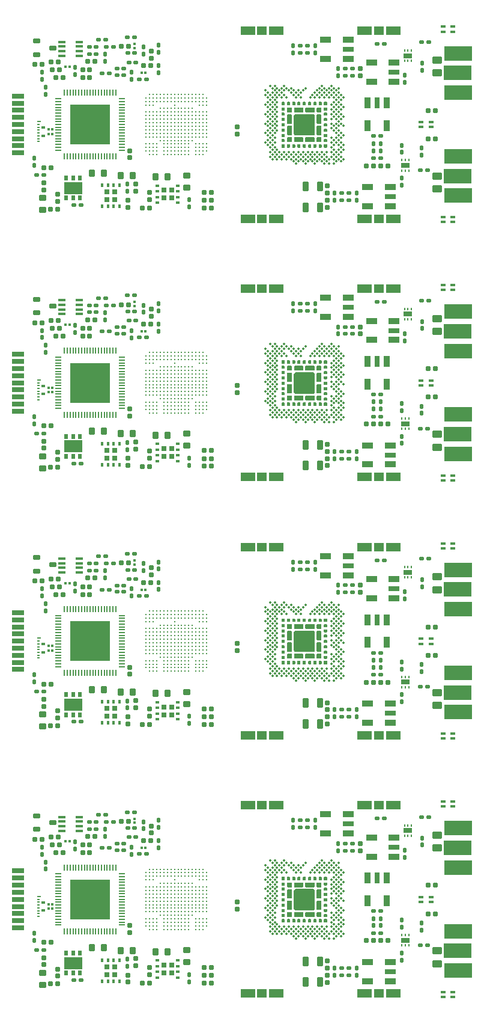
<source format=gtp>
G04*
G04 #@! TF.GenerationSoftware,Altium Limited,Altium Designer,19.1.6 (110)*
G04*
G04 Layer_Color=8421504*
%FSLAX44Y44*%
%MOMM*%
G71*
G01*
G75*
G04:AMPARAMS|DCode=14|XSize=0.6mm|YSize=1mm|CornerRadius=0.075mm|HoleSize=0mm|Usage=FLASHONLY|Rotation=270.000|XOffset=0mm|YOffset=0mm|HoleType=Round|Shape=RoundedRectangle|*
%AMROUNDEDRECTD14*
21,1,0.6000,0.8500,0,0,270.0*
21,1,0.4500,1.0000,0,0,270.0*
1,1,0.1500,-0.4250,-0.2250*
1,1,0.1500,-0.4250,0.2250*
1,1,0.1500,0.4250,0.2250*
1,1,0.1500,0.4250,-0.2250*
%
%ADD14ROUNDEDRECTD14*%
G04:AMPARAMS|DCode=15|XSize=0.6mm|YSize=0.6mm|CornerRadius=0.06mm|HoleSize=0mm|Usage=FLASHONLY|Rotation=270.000|XOffset=0mm|YOffset=0mm|HoleType=Round|Shape=RoundedRectangle|*
%AMROUNDEDRECTD15*
21,1,0.6000,0.4800,0,0,270.0*
21,1,0.4800,0.6000,0,0,270.0*
1,1,0.1200,-0.2400,-0.2400*
1,1,0.1200,-0.2400,0.2400*
1,1,0.1200,0.2400,0.2400*
1,1,0.1200,0.2400,-0.2400*
%
%ADD15ROUNDEDRECTD15*%
G04:AMPARAMS|DCode=16|XSize=0.5mm|YSize=0.6mm|CornerRadius=0.05mm|HoleSize=0mm|Usage=FLASHONLY|Rotation=90.000|XOffset=0mm|YOffset=0mm|HoleType=Round|Shape=RoundedRectangle|*
%AMROUNDEDRECTD16*
21,1,0.5000,0.5000,0,0,90.0*
21,1,0.4000,0.6000,0,0,90.0*
1,1,0.1000,0.2500,0.2000*
1,1,0.1000,0.2500,-0.2000*
1,1,0.1000,-0.2500,-0.2000*
1,1,0.1000,-0.2500,0.2000*
%
%ADD16ROUNDEDRECTD16*%
%ADD17R,0.8000X0.8000*%
%ADD18R,0.4500X0.5000*%
%ADD19R,0.8000X0.8000*%
%ADD20R,0.5000X0.4500*%
%ADD21R,1.4000X1.3000*%
%ADD22R,2.0000X1.3000*%
%ADD23C,0.2900*%
G04:AMPARAMS|DCode=24|XSize=0.5mm|YSize=0.6mm|CornerRadius=0.05mm|HoleSize=0mm|Usage=FLASHONLY|Rotation=0.000|XOffset=0mm|YOffset=0mm|HoleType=Round|Shape=RoundedRectangle|*
%AMROUNDEDRECTD24*
21,1,0.5000,0.5000,0,0,0.0*
21,1,0.4000,0.6000,0,0,0.0*
1,1,0.1000,0.2000,-0.2500*
1,1,0.1000,-0.2000,-0.2500*
1,1,0.1000,-0.2000,0.2500*
1,1,0.1000,0.2000,0.2500*
%
%ADD24ROUNDEDRECTD24*%
%ADD25R,0.2000X0.9000*%
%ADD26R,0.9000X0.2000*%
%ADD27R,5.5500X5.5500*%
%ADD28R,1.0000X0.4000*%
%ADD29R,0.3000X0.3500*%
%ADD30R,1.8000X0.7000*%
G04:AMPARAMS|DCode=31|XSize=0.7mm|YSize=0.4mm|CornerRadius=0.05mm|HoleSize=0mm|Usage=FLASHONLY|Rotation=180.000|XOffset=0mm|YOffset=0mm|HoleType=Round|Shape=RoundedRectangle|*
%AMROUNDEDRECTD31*
21,1,0.7000,0.3000,0,0,180.0*
21,1,0.6000,0.4000,0,0,180.0*
1,1,0.1000,-0.3000,0.1500*
1,1,0.1000,0.3000,0.1500*
1,1,0.1000,0.3000,-0.1500*
1,1,0.1000,-0.3000,-0.1500*
%
%ADD31ROUNDEDRECTD31*%
%ADD32R,0.5000X0.2300*%
%ADD33R,0.4000X0.2300*%
%ADD34R,0.6000X0.4500*%
G04:AMPARAMS|DCode=35|XSize=1.3mm|YSize=0.8mm|CornerRadius=0.1mm|HoleSize=0mm|Usage=FLASHONLY|Rotation=270.000|XOffset=0mm|YOffset=0mm|HoleType=Round|Shape=RoundedRectangle|*
%AMROUNDEDRECTD35*
21,1,1.3000,0.6000,0,0,270.0*
21,1,1.1000,0.8000,0,0,270.0*
1,1,0.2000,-0.3000,-0.5500*
1,1,0.2000,-0.3000,0.5500*
1,1,0.2000,0.3000,0.5500*
1,1,0.2000,0.3000,-0.5500*
%
%ADD35ROUNDEDRECTD35*%
G04:AMPARAMS|DCode=36|XSize=1.3mm|YSize=1mm|CornerRadius=0.125mm|HoleSize=0mm|Usage=FLASHONLY|Rotation=180.000|XOffset=0mm|YOffset=0mm|HoleType=Round|Shape=RoundedRectangle|*
%AMROUNDEDRECTD36*
21,1,1.3000,0.7500,0,0,180.0*
21,1,1.0500,1.0000,0,0,180.0*
1,1,0.2500,-0.5250,0.3750*
1,1,0.2500,0.5250,0.3750*
1,1,0.2500,0.5250,-0.3750*
1,1,0.2500,-0.5250,-0.3750*
%
%ADD36ROUNDEDRECTD36*%
G04:AMPARAMS|DCode=37|XSize=0.6mm|YSize=0.6mm|CornerRadius=0.06mm|HoleSize=0mm|Usage=FLASHONLY|Rotation=0.000|XOffset=0mm|YOffset=0mm|HoleType=Round|Shape=RoundedRectangle|*
%AMROUNDEDRECTD37*
21,1,0.6000,0.4800,0,0,0.0*
21,1,0.4800,0.6000,0,0,0.0*
1,1,0.1200,0.2400,-0.2400*
1,1,0.1200,-0.2400,-0.2400*
1,1,0.1200,-0.2400,0.2400*
1,1,0.1200,0.2400,0.2400*
%
%ADD37ROUNDEDRECTD37*%
G04:AMPARAMS|DCode=38|XSize=1mm|YSize=0.9mm|CornerRadius=0.1125mm|HoleSize=0mm|Usage=FLASHONLY|Rotation=0.000|XOffset=0mm|YOffset=0mm|HoleType=Round|Shape=RoundedRectangle|*
%AMROUNDEDRECTD38*
21,1,1.0000,0.6750,0,0,0.0*
21,1,0.7750,0.9000,0,0,0.0*
1,1,0.2250,0.3875,-0.3375*
1,1,0.2250,-0.3875,-0.3375*
1,1,0.2250,-0.3875,0.3375*
1,1,0.2250,0.3875,0.3375*
%
%ADD38ROUNDEDRECTD38*%
G04:AMPARAMS|DCode=39|XSize=1mm|YSize=0.9mm|CornerRadius=0.1125mm|HoleSize=0mm|Usage=FLASHONLY|Rotation=270.000|XOffset=0mm|YOffset=0mm|HoleType=Round|Shape=RoundedRectangle|*
%AMROUNDEDRECTD39*
21,1,1.0000,0.6750,0,0,270.0*
21,1,0.7750,0.9000,0,0,270.0*
1,1,0.2250,-0.3375,-0.3875*
1,1,0.2250,-0.3375,0.3875*
1,1,0.2250,0.3375,0.3875*
1,1,0.2250,0.3375,-0.3875*
%
%ADD39ROUNDEDRECTD39*%
%ADD40R,1.6500X0.9000*%
%ADD41R,1.6500X0.7600*%
%ADD42R,0.9000X1.6500*%
%ADD43R,0.7600X1.6500*%
%ADD46R,4.0000X2.0000*%
%ADD48R,0.3500X0.3000*%
%ADD49R,1.2000X0.7000*%
%ADD50R,0.2500X0.3500*%
%ADD51R,2.5000X1.7000*%
%ADD52R,0.5000X0.7000*%
%ADD53R,0.2000X0.2000*%
%ADD54C,0.3500*%
G36*
X475659Y1279762D02*
X475859Y1279762D01*
X476227Y1279609D01*
X476509Y1279327D01*
X476662Y1278959D01*
Y1278759D01*
X476662Y1275762D01*
X476662Y1275762D01*
X476662Y1275563D01*
X476510Y1275196D01*
X476228Y1274914D01*
X475860Y1274762D01*
X475662Y1274762D01*
X473410Y1274762D01*
X473410Y1274762D01*
X473211Y1274762D01*
X472844Y1274914D01*
X472564Y1275195D01*
X472412Y1275561D01*
X472411Y1275760D01*
X472410Y1278760D01*
X472410D01*
X472410Y1278959D01*
X472562Y1279327D01*
X472844Y1279609D01*
X473212Y1279762D01*
X473411Y1279761D01*
X475659Y1279762D01*
X475659Y1279762D01*
D02*
G37*
G36*
X431163Y1279759D02*
X431362Y1279759D01*
X431730Y1279607D01*
X432012Y1279325D01*
X432164Y1278957D01*
X432164Y1278757D01*
X432164D01*
X432163Y1275758D01*
X432163Y1275559D01*
X432010Y1275192D01*
X431730Y1274912D01*
X431363Y1274760D01*
X431164Y1274760D01*
X431165Y1274760D01*
X428913Y1274759D01*
X428713Y1274760D01*
X428346Y1274912D01*
X428065Y1275194D01*
X427912Y1275561D01*
X427912Y1275760D01*
X427912Y1275760D01*
X427912Y1278757D01*
Y1278956D01*
X428065Y1279325D01*
X428347Y1279607D01*
X428715Y1279759D01*
X428915Y1279759D01*
X428915Y1279759D01*
X431163Y1279759D01*
D02*
G37*
G36*
X468412Y1279758D02*
X468412Y1279757D01*
X468610Y1279757D01*
X468977Y1279605D01*
X469258Y1279325D01*
X469410Y1278958D01*
X469410Y1278760D01*
X469411Y1275760D01*
X469411D01*
X469412Y1275561D01*
X469259Y1275192D01*
X468978Y1274910D01*
X468610Y1274758D01*
X468410Y1274758D01*
X466162Y1274758D01*
X466162Y1274758D01*
X465963Y1274758D01*
X465594Y1274911D01*
X465312Y1275192D01*
X465159Y1275561D01*
Y1275760D01*
X465159Y1278757D01*
X465159Y1278757D01*
X465159Y1278956D01*
X465312Y1279324D01*
X465593Y1279605D01*
X465961Y1279758D01*
X466160Y1279758D01*
X468412Y1279758D01*
D02*
G37*
G36*
X461161Y1279757D02*
X461160Y1279756D01*
X461359Y1279756D01*
X461726Y1279604D01*
X462006Y1279324D01*
X462158Y1278957D01*
X462159Y1278759D01*
X462160Y1275759D01*
X462160D01*
X462160Y1275560D01*
X462008Y1275191D01*
X461726Y1274909D01*
X461358Y1274757D01*
X461159Y1274757D01*
X458911Y1274757D01*
X458911Y1274757D01*
X458711Y1274757D01*
X458343Y1274910D01*
X458061Y1275192D01*
X457908Y1275560D01*
Y1275759D01*
X457908Y1278756D01*
X457908Y1278756D01*
X457908Y1278955D01*
X458060Y1279323D01*
X458342Y1279604D01*
X458709Y1279757D01*
X458909Y1279757D01*
X461161Y1279757D01*
D02*
G37*
G36*
X453409Y1279756D02*
X453409Y1279755D01*
X453607Y1279755D01*
X453974Y1279604D01*
X454255Y1279323D01*
X454407Y1278956D01*
X454407Y1278758D01*
X454409Y1275758D01*
X454409D01*
X454409Y1275559D01*
X454257Y1275190D01*
X453975Y1274909D01*
X453607Y1274756D01*
X453408Y1274756D01*
X451159Y1274756D01*
X451159Y1274756D01*
X450960Y1274756D01*
X450592Y1274909D01*
X450309Y1275191D01*
X450157Y1275559D01*
Y1275759D01*
X450157Y1278755D01*
X450157Y1278755D01*
X450157Y1278954D01*
X450309Y1279322D01*
X450591Y1279603D01*
X450958Y1279756D01*
X451157Y1279756D01*
X453409Y1279756D01*
D02*
G37*
G36*
X483408Y1279762D02*
X483408Y1279762D01*
X483658Y1279762D01*
X484118Y1279572D01*
X484471Y1279219D01*
X484662Y1278758D01*
X484662Y1278509D01*
X484662Y1276012D01*
X484662Y1276012D01*
X484662Y1275764D01*
X484472Y1275304D01*
X484121Y1274953D01*
X483661Y1274763D01*
X483413Y1274763D01*
X480909Y1274762D01*
X480909Y1274762D01*
X480661Y1274762D01*
X480203Y1274952D01*
X479852Y1275303D01*
X479663Y1275761D01*
Y1276009D01*
X479662Y1278512D01*
X479662D01*
X479662Y1278761D01*
X479853Y1279220D01*
X480204Y1279572D01*
X480664Y1279763D01*
X480913Y1279763D01*
X483408Y1279762D01*
D02*
G37*
G36*
X423658Y1279760D02*
X423658Y1279760D01*
X423908Y1279760D01*
X424368Y1279569D01*
X424721Y1279217D01*
X424912Y1278756D01*
X424912Y1278507D01*
X424912Y1276010D01*
X424912Y1276010D01*
X424912Y1275761D01*
X424722Y1275302D01*
X424370Y1274951D01*
X423911Y1274761D01*
X423663Y1274761D01*
X421158Y1274760D01*
X421158Y1274760D01*
X420911Y1274760D01*
X420453Y1274950D01*
X420102Y1275301D01*
X419912Y1275759D01*
Y1276006D01*
X419912Y1278510D01*
X419912D01*
X419912Y1278758D01*
X420102Y1279218D01*
X420454Y1279570D01*
X420914Y1279761D01*
X421163Y1279761D01*
X423658Y1279760D01*
D02*
G37*
G36*
X438613Y1279755D02*
X438981Y1279603D01*
X439262Y1279322D01*
X439415Y1278954D01*
X439415Y1278755D01*
X439415Y1278755D01*
X439415Y1275758D01*
Y1275559D01*
X439262Y1275190D01*
X438980Y1274908D01*
X438611Y1274756D01*
X438412Y1274756D01*
X438412Y1274756D01*
X436164Y1274756D01*
X435965Y1274756D01*
X435596Y1274908D01*
X435315Y1275190D01*
X435162Y1275558D01*
X435163Y1275758D01*
X435163D01*
X435164Y1278757D01*
X435164Y1278956D01*
X435317Y1279323D01*
X435597Y1279603D01*
X435964Y1279755D01*
X436162Y1279755D01*
X436162Y1279755D01*
X438414Y1279756D01*
X438613Y1279755D01*
D02*
G37*
G36*
X445865Y1279754D02*
X446232Y1279602D01*
X446514Y1279321D01*
X446666Y1278953D01*
X446666Y1278754D01*
X446666Y1278754D01*
X446666Y1275757D01*
Y1275558D01*
X446513Y1275189D01*
X446231Y1274907D01*
X445863Y1274755D01*
X445663Y1274755D01*
X445663Y1274755D01*
X443415Y1274755D01*
X443216Y1274755D01*
X442848Y1274907D01*
X442566Y1275189D01*
X442414Y1275557D01*
X442414Y1275757D01*
X442414D01*
X442416Y1278756D01*
X442416Y1278955D01*
X442568Y1279322D01*
X442849Y1279602D01*
X443215Y1279754D01*
X443414Y1279754D01*
X443414Y1279754D01*
X445666Y1279755D01*
X445865Y1279754D01*
D02*
G37*
G36*
X434332Y1271653D02*
X434613Y1271372D01*
X434765Y1271005D01*
X434765Y1270806D01*
X434765Y1270806D01*
X434765Y1266056D01*
X434765Y1265857D01*
X434613Y1265489D01*
X434331Y1265208D01*
X433964Y1265056D01*
X433765Y1265056D01*
X433765Y1265056D01*
X429015Y1265056D01*
X428816Y1265056D01*
X428448Y1265209D01*
X428167Y1265490D01*
X428015Y1265857D01*
X428015Y1266056D01*
Y1266056D01*
X428015Y1270806D01*
X428015Y1271005D01*
X428167Y1271372D01*
X428449Y1271653D01*
X428817Y1271805D01*
X429016Y1271805D01*
X429016Y1271805D01*
X433766Y1271805D01*
X433964Y1271805D01*
X434332Y1271653D01*
D02*
G37*
G36*
X483659Y1271762D02*
X483858Y1271762D01*
X484225Y1271610D01*
X484507Y1271328D01*
X484659Y1270961D01*
X484660Y1270762D01*
X484659Y1268510D01*
X484659Y1268510D01*
X484659Y1268311D01*
X484507Y1267945D01*
X484226Y1267664D01*
X483860Y1267512D01*
X483661Y1267512D01*
X480662Y1267510D01*
X480662Y1267510D01*
X480462Y1267510D01*
X480094Y1267662D01*
X479812Y1267944D01*
X479660Y1268312D01*
X479660Y1268511D01*
X479660Y1270759D01*
X479660Y1270759D01*
X479660Y1270959D01*
X479812Y1271327D01*
X480094Y1271609D01*
X480463Y1271762D01*
X480662D01*
X483659Y1271762D01*
X483659Y1271762D01*
D02*
G37*
G36*
X423909Y1271760D02*
X424108Y1271760D01*
X424475Y1271607D01*
X424757Y1271326D01*
X424909Y1270958D01*
X424909Y1270759D01*
X424909Y1268507D01*
X424909Y1268507D01*
X424909Y1268309D01*
X424757Y1267942D01*
X424476Y1267662D01*
X424110Y1267509D01*
X423911Y1267509D01*
X420911Y1267508D01*
X420911Y1267508D01*
X420712Y1267507D01*
X420344Y1267660D01*
X420062Y1267941D01*
X419910Y1268310D01*
X419910Y1268509D01*
X419909Y1270757D01*
X419909Y1270757D01*
X419909Y1270956D01*
X420062Y1271325D01*
X420344Y1271607D01*
X420713Y1271760D01*
X420912D01*
X423909Y1271760D01*
X423909Y1271760D01*
D02*
G37*
G36*
X454765Y1271805D02*
X465765Y1271805D01*
X465765Y1271805D01*
X465964Y1271805D01*
X466331Y1271653D01*
X466612Y1271371D01*
X466764Y1271004D01*
X466764Y1270805D01*
X466765Y1266055D01*
X466764Y1266055D01*
X466764Y1265856D01*
X466612Y1265488D01*
X466330Y1265207D01*
X465963Y1265055D01*
X465764Y1265055D01*
X454764Y1265055D01*
X454764Y1265055D01*
X454565Y1265055D01*
X454198Y1265207D01*
X453917Y1265489D01*
X453764Y1265856D01*
X453765Y1266055D01*
X453764Y1270805D01*
Y1270805D01*
X453764Y1271004D01*
X453917Y1271372D01*
X454198Y1271653D01*
X454566Y1271805D01*
X454765Y1271805D01*
D02*
G37*
G36*
X475516D02*
X475715Y1271805D01*
X476082Y1271653D01*
X476363Y1271371D01*
X476515Y1271004D01*
X476515Y1270805D01*
X476515Y1270805D01*
X476515Y1266055D01*
X476515Y1265856D01*
X476363Y1265489D01*
X476082Y1265207D01*
X475715Y1265055D01*
X475516Y1265055D01*
X475516Y1265055D01*
X470766Y1265055D01*
X470567Y1265055D01*
X470199Y1265208D01*
X469918Y1265489D01*
X469766Y1265857D01*
X469766Y1266056D01*
X469766Y1266056D01*
X469766Y1270806D01*
X469766Y1271005D01*
X469919Y1271372D01*
X470200Y1271653D01*
X470567Y1271805D01*
X470766Y1271806D01*
X470766Y1271806D01*
X475516Y1271805D01*
D02*
G37*
G36*
X450331Y1271653D02*
X450613Y1271372D01*
X450765Y1271004D01*
X450765Y1270805D01*
X450765Y1270805D01*
X450765Y1266055D01*
X450765Y1265856D01*
X450613Y1265488D01*
X450331Y1265207D01*
X449964Y1265055D01*
X449765Y1265055D01*
X449765Y1265055D01*
X438765Y1265055D01*
X438566Y1265055D01*
X438199Y1265207D01*
X437917Y1265488D01*
X437765Y1265855D01*
X437765Y1266054D01*
X437765Y1266054D01*
X437765Y1270805D01*
X437765Y1271004D01*
X437917Y1271371D01*
X438198Y1271652D01*
X438566Y1271804D01*
X438765Y1271805D01*
X438765Y1271805D01*
X449765Y1271805D01*
X449964Y1271805D01*
X450331Y1271653D01*
D02*
G37*
G36*
X484229Y1264360D02*
X484511Y1264078D01*
X484663Y1263710D01*
X484663Y1263510D01*
X484663Y1261262D01*
X484663Y1261262D01*
X484663Y1261063D01*
X484511Y1260694D01*
X484229Y1260412D01*
X483860Y1260260D01*
X483661D01*
X480664Y1260259D01*
X480664Y1260259D01*
X480465Y1260259D01*
X480098Y1260412D01*
X479816Y1260693D01*
X479664Y1261061D01*
X479663Y1261260D01*
X479664Y1263512D01*
X479664Y1263512D01*
X479664Y1263710D01*
X479816Y1264077D01*
X480096Y1264358D01*
X480463Y1264510D01*
X480662Y1264510D01*
X483661Y1264511D01*
X483661Y1264511D01*
X483861Y1264512D01*
X484229Y1264360D01*
D02*
G37*
G36*
X424479Y1264357D02*
X424761Y1264075D01*
X424913Y1263707D01*
X424913Y1263508D01*
X424913Y1261260D01*
X424913Y1261260D01*
X424913Y1261060D01*
X424761Y1260692D01*
X424478Y1260410D01*
X424110Y1260257D01*
X423911D01*
X420914Y1260257D01*
X420914Y1260257D01*
X420715Y1260257D01*
X420347Y1260410D01*
X420066Y1260691D01*
X419913Y1261059D01*
X419913Y1261258D01*
X419913Y1263510D01*
X419914Y1263510D01*
X419914Y1263708D01*
X420066Y1264075D01*
X420346Y1264355D01*
X420713Y1264508D01*
X420911Y1264508D01*
X423911Y1264509D01*
X423911Y1264509D01*
X424110Y1264510D01*
X424479Y1264357D01*
D02*
G37*
G36*
X464265Y1262555D02*
X464862Y1262555D01*
X465965Y1262098D01*
X466808Y1261254D01*
X467265Y1260152D01*
X467265Y1259555D01*
X467265Y1235555D01*
X467265Y1235555D01*
X467265Y1234959D01*
X466809Y1233856D01*
X465965Y1233012D01*
X464862Y1232555D01*
X464265Y1232555D01*
X440265Y1232555D01*
X440265Y1232555D01*
X439668Y1232555D01*
X438566Y1233012D01*
X437722Y1233856D01*
X437265Y1234959D01*
X437266Y1235555D01*
X437265Y1259555D01*
X437265Y1259555D01*
X437265Y1260152D01*
X437722Y1261254D01*
X438565Y1262098D01*
X439668Y1262555D01*
X440265Y1262555D01*
X464265Y1262555D01*
X464265Y1262555D01*
D02*
G37*
G36*
X484230Y1257108D02*
X484512Y1256826D01*
X484664Y1256458D01*
X484664Y1256259D01*
X484664Y1254011D01*
X484664Y1254011D01*
X484664Y1253811D01*
X484512Y1253443D01*
X484230Y1253161D01*
X483861Y1253008D01*
X483662D01*
X480665Y1253008D01*
X480665Y1253008D01*
X480466Y1253008D01*
X480098Y1253161D01*
X479817Y1253442D01*
X479664Y1253810D01*
X479664Y1254009D01*
X479665Y1256261D01*
X479665Y1256261D01*
X479665Y1256459D01*
X479817Y1256826D01*
X480097Y1257106D01*
X480464Y1257259D01*
X480662Y1257259D01*
X483662Y1257260D01*
X483662Y1257260D01*
X483862Y1257261D01*
X484230Y1257108D01*
D02*
G37*
G36*
X424480Y1257106D02*
X424762Y1256824D01*
X424914Y1256456D01*
X424914Y1256257D01*
X424914Y1254009D01*
X424914Y1254008D01*
X424914Y1253809D01*
X424761Y1253441D01*
X424479Y1253159D01*
X424111Y1253006D01*
X423912D01*
X420915Y1253006D01*
X420915Y1253006D01*
X420716Y1253006D01*
X420348Y1253158D01*
X420067Y1253440D01*
X419914Y1253807D01*
X419914Y1254006D01*
X419914Y1256258D01*
X419915Y1256258D01*
X419915Y1256457D01*
X420066Y1256823D01*
X420347Y1257104D01*
X420714Y1257256D01*
X420912Y1257256D01*
X423912Y1257258D01*
X423912Y1257258D01*
X424111Y1257258D01*
X424480Y1257106D01*
D02*
G37*
G36*
X484231Y1249357D02*
X484513Y1249075D01*
X484665Y1248707D01*
X484665Y1248508D01*
X484665Y1246260D01*
X484665Y1246260D01*
X484665Y1246060D01*
X484512Y1245692D01*
X484230Y1245410D01*
X483862Y1245257D01*
X483663D01*
X480666Y1245257D01*
X480666Y1245257D01*
X480467Y1245257D01*
X480099Y1245409D01*
X479818Y1245691D01*
X479665Y1246058D01*
X479665Y1246257D01*
X479665Y1248509D01*
X479666Y1248509D01*
X479666Y1248708D01*
X479818Y1249074D01*
X480098Y1249355D01*
X480465Y1249507D01*
X480663Y1249507D01*
X483663Y1249509D01*
X483663Y1249509D01*
X483862Y1249509D01*
X484231Y1249357D01*
D02*
G37*
G36*
X424481Y1249355D02*
X424762Y1249073D01*
X424915Y1248705D01*
X424915Y1248505D01*
X424915Y1246257D01*
X424915Y1246257D01*
X424915Y1246058D01*
X424762Y1245689D01*
X424480Y1245407D01*
X424112Y1245255D01*
X423912D01*
X420916Y1245254D01*
X420916Y1245254D01*
X420717Y1245255D01*
X420349Y1245407D01*
X420068Y1245688D01*
X419915Y1246056D01*
X419915Y1246255D01*
X419915Y1248507D01*
X419915Y1248507D01*
X419916Y1248705D01*
X420067Y1249072D01*
X420348Y1249353D01*
X420715Y1249505D01*
X420913Y1249505D01*
X423913Y1249507D01*
X423913Y1249507D01*
X424112Y1249507D01*
X424481Y1249355D01*
D02*
G37*
G36*
X475515Y1262055D02*
X475714Y1262055D01*
X476081Y1261903D01*
X476362Y1261622D01*
X476515Y1261254D01*
X476515Y1261056D01*
X476515Y1261056D01*
X476515Y1250055D01*
X476515Y1249856D01*
X476363Y1249489D01*
X476082Y1249207D01*
X475714Y1249055D01*
X475515Y1249055D01*
X475515D01*
X470765Y1249056D01*
X470566Y1249055D01*
X470198Y1249208D01*
X469917Y1249489D01*
X469765Y1249856D01*
X469765Y1250055D01*
X469765Y1250055D01*
X469765Y1261055D01*
X469765Y1261254D01*
X469917Y1261621D01*
X470198Y1261903D01*
X470565Y1262055D01*
X470764Y1262055D01*
X470764Y1262056D01*
X475515Y1262055D01*
D02*
G37*
G36*
X429015Y1262055D02*
X429015Y1262055D01*
X433766Y1262054D01*
X433965Y1262054D01*
X434332Y1261902D01*
X434613Y1261621D01*
X434765Y1261254D01*
X434765Y1261055D01*
X434765Y1261055D01*
X434765Y1250055D01*
X434765Y1249856D01*
X434613Y1249489D01*
X434332Y1249207D01*
X433965Y1249055D01*
X433766Y1249054D01*
X433766Y1249054D01*
X429016Y1249055D01*
X428817Y1249055D01*
X428449Y1249207D01*
X428168Y1249488D01*
X428016Y1249855D01*
X428016Y1250054D01*
Y1250054D01*
X428015Y1261055D01*
X428015Y1261253D01*
X428167Y1261621D01*
X428449Y1261902D01*
X428816Y1262055D01*
X429015Y1262055D01*
D02*
G37*
G36*
X483664Y1241766D02*
X483863D01*
X484232Y1241613D01*
X484514Y1241331D01*
X484666Y1240963D01*
X484666Y1240763D01*
X484666Y1240763D01*
X484666Y1238515D01*
X484666Y1238316D01*
X484514Y1237948D01*
X484232Y1237666D01*
X483864Y1237514D01*
X483664Y1237514D01*
X483665Y1237514D01*
X480665Y1237516D01*
X480466Y1237516D01*
X480099Y1237668D01*
X479819Y1237949D01*
X479667Y1238315D01*
X479667Y1238514D01*
X479667Y1238514D01*
X479666Y1240766D01*
X479667Y1240965D01*
X479819Y1241332D01*
X480101Y1241614D01*
X480468Y1241766D01*
X480667Y1241766D01*
X480667Y1241766D01*
X483664Y1241766D01*
D02*
G37*
G36*
X423914Y1241764D02*
X424113D01*
X424482Y1241611D01*
X424764Y1241329D01*
X424916Y1240961D01*
X424916Y1240761D01*
X424916Y1240761D01*
X424916Y1238513D01*
X424916Y1238314D01*
X424764Y1237945D01*
X424482Y1237664D01*
X424114Y1237512D01*
X423914Y1237512D01*
X423914Y1237512D01*
X420914Y1237513D01*
X420716Y1237514D01*
X420349Y1237666D01*
X420069Y1237946D01*
X419917Y1238313D01*
X419917Y1238512D01*
X419917Y1238511D01*
X419916Y1240763D01*
X419916Y1240962D01*
X420069Y1241330D01*
X420350Y1241611D01*
X420718Y1241764D01*
X420917Y1241764D01*
X420917Y1241764D01*
X423914Y1241764D01*
D02*
G37*
G36*
X475515Y1246056D02*
X475714Y1246056D01*
X476081Y1245903D01*
X476362Y1245622D01*
X476514Y1245255D01*
X476514Y1245056D01*
X476514Y1245056D01*
X476515Y1234056D01*
X476515Y1233857D01*
X476363Y1233489D01*
X476082Y1233208D01*
X475714Y1233055D01*
X475515Y1233055D01*
X475515D01*
X470764Y1233056D01*
X470566Y1233056D01*
X470198Y1233208D01*
X469917Y1233489D01*
X469765Y1233856D01*
X469765Y1234055D01*
X469765Y1234055D01*
X469765Y1245055D01*
X469765Y1245254D01*
X469917Y1245622D01*
X470198Y1245903D01*
X470565Y1246056D01*
X470764Y1246056D01*
X470764Y1246056D01*
X475515Y1246056D01*
D02*
G37*
G36*
X429015Y1246055D02*
X429015Y1246055D01*
X433766Y1246055D01*
X433965Y1246055D01*
X434332Y1245903D01*
X434613Y1245621D01*
X434765Y1245254D01*
X434765Y1245055D01*
X434765Y1245055D01*
X434765Y1234055D01*
X434765Y1233856D01*
X434613Y1233489D01*
X434332Y1233207D01*
X433965Y1233055D01*
X433766Y1233055D01*
X433766Y1233055D01*
X429015Y1233055D01*
X428817Y1233055D01*
X428449Y1233207D01*
X428168Y1233488D01*
X428016Y1233856D01*
X428016Y1234055D01*
Y1234055D01*
X428015Y1245055D01*
X428015Y1245254D01*
X428167Y1245621D01*
X428448Y1245903D01*
X428816Y1246055D01*
X429015Y1246055D01*
D02*
G37*
G36*
X483663Y1234515D02*
X483862D01*
X484231Y1234362D01*
X484513Y1234080D01*
X484665Y1233712D01*
X484665Y1233512D01*
X484665Y1233512D01*
X484665Y1231264D01*
X484665Y1231065D01*
X484513Y1230696D01*
X484231Y1230415D01*
X483863Y1230263D01*
X483663Y1230263D01*
X483663Y1230263D01*
X480664Y1230264D01*
X480465Y1230265D01*
X480099Y1230417D01*
X479818Y1230697D01*
X479666Y1231064D01*
X479666Y1231263D01*
X479666Y1231262D01*
X479665Y1233514D01*
X479666Y1233713D01*
X479818Y1234081D01*
X480100Y1234362D01*
X480467Y1234515D01*
X480666Y1234515D01*
X480666Y1234515D01*
X483663Y1234515D01*
D02*
G37*
G36*
X423913Y1234512D02*
X424112D01*
X424481Y1234360D01*
X424763Y1234078D01*
X424915Y1233709D01*
X424915Y1233510D01*
X424915Y1233510D01*
X424915Y1231262D01*
X424915Y1231062D01*
X424763Y1230694D01*
X424481Y1230412D01*
X424113Y1230260D01*
X423913Y1230260D01*
X423913Y1230260D01*
X420914Y1230262D01*
X420715Y1230262D01*
X420348Y1230414D01*
X420068Y1230695D01*
X419916Y1231062D01*
X419916Y1231260D01*
X419916Y1231260D01*
X419915Y1233512D01*
X419916Y1233711D01*
X420068Y1234079D01*
X420350Y1234360D01*
X420717Y1234512D01*
X420916Y1234513D01*
X420916Y1234513D01*
X423913Y1234512D01*
D02*
G37*
G36*
X465765Y1230055D02*
X465964Y1230055D01*
X466331Y1229903D01*
X466613Y1229622D01*
X466765Y1229255D01*
X466766Y1229056D01*
X466766Y1229056D01*
X466765Y1224305D01*
X466765Y1224107D01*
X466613Y1223739D01*
X466332Y1223458D01*
X465964Y1223306D01*
X465766Y1223306D01*
X465766D01*
X454766Y1223305D01*
X454566Y1223305D01*
X454199Y1223457D01*
X453918Y1223738D01*
X453765Y1224106D01*
X453765Y1224305D01*
Y1224305D01*
X453766Y1229056D01*
X453765Y1229255D01*
X453918Y1229622D01*
X454199Y1229903D01*
X454566Y1230055D01*
X454765Y1230055D01*
X454765Y1230055D01*
X465765Y1230055D01*
D02*
G37*
G36*
X449766Y1230055D02*
X449965Y1230055D01*
X450332Y1229903D01*
X450614Y1229622D01*
X450766Y1229254D01*
X450765Y1229055D01*
X450766Y1224305D01*
X450766Y1224305D01*
X450766Y1224106D01*
X450614Y1223738D01*
X450332Y1223457D01*
X449965Y1223305D01*
X449766Y1223305D01*
X438765Y1223305D01*
X438766D01*
X438567Y1223305D01*
X438199Y1223458D01*
X437918Y1223739D01*
X437766Y1224106D01*
X437766Y1224305D01*
X437766Y1229056D01*
X437766Y1229055D01*
X437766Y1229254D01*
X437918Y1229622D01*
X438200Y1229903D01*
X438567Y1230055D01*
X438766Y1230055D01*
X449766Y1230055D01*
X449766Y1230055D01*
D02*
G37*
G36*
X475516Y1230054D02*
X475714Y1230054D01*
X476082Y1229901D01*
X476363Y1229620D01*
X476515Y1229253D01*
X476516Y1229054D01*
X476516D01*
X476515Y1224305D01*
X476515Y1224106D01*
X476363Y1223738D01*
X476081Y1223457D01*
X475714Y1223305D01*
X475514Y1223305D01*
X475514Y1223305D01*
X470765Y1223305D01*
X470566Y1223305D01*
X470198Y1223457D01*
X469917Y1223738D01*
X469765Y1224106D01*
X469765Y1224304D01*
X469765Y1224305D01*
X469765Y1229054D01*
X469765Y1229253D01*
X469918Y1229621D01*
X470199Y1229902D01*
X470567Y1230054D01*
X470766Y1230054D01*
X470765Y1230054D01*
X475516Y1230054D01*
D02*
G37*
G36*
X433767Y1230053D02*
X433965Y1230053D01*
X434333Y1229900D01*
X434614Y1229619D01*
X434766Y1229252D01*
X434767Y1229053D01*
X434767D01*
X434766Y1224304D01*
X434766Y1224105D01*
X434614Y1223737D01*
X434332Y1223456D01*
X433965Y1223304D01*
X433766Y1223304D01*
X433765Y1223304D01*
X429016Y1223304D01*
X428817Y1223304D01*
X428449Y1223456D01*
X428168Y1223737D01*
X428016Y1224105D01*
X428016Y1224303D01*
X428016Y1224304D01*
X428016Y1229053D01*
X428016Y1229252D01*
X428169Y1229620D01*
X428450Y1229901D01*
X428818Y1230053D01*
X429017Y1230053D01*
X429016Y1230053D01*
X433767Y1230053D01*
D02*
G37*
G36*
X480664Y1227264D02*
X480664Y1227264D01*
X483663Y1227263D01*
X483862Y1227263D01*
X484229Y1227111D01*
X484509Y1226830D01*
X484661Y1226463D01*
X484661Y1226265D01*
X484661Y1226265D01*
X484662Y1224013D01*
X484661Y1223814D01*
X484509Y1223446D01*
X484228Y1223165D01*
X483860Y1223012D01*
X483661Y1223012D01*
X483661Y1223012D01*
X480664Y1223012D01*
X480465D01*
X480096Y1223165D01*
X479814Y1223447D01*
X479662Y1223816D01*
X479662Y1224015D01*
X479662Y1224015D01*
X479662Y1226263D01*
X479662Y1226462D01*
X479814Y1226831D01*
X480096Y1227112D01*
X480464Y1227265D01*
X480664Y1227264D01*
D02*
G37*
G36*
X420914Y1227262D02*
X420914Y1227262D01*
X423913Y1227261D01*
X424112Y1227260D01*
X424478Y1227108D01*
X424759Y1226827D01*
X424911Y1226461D01*
X424911Y1226262D01*
X424911Y1226262D01*
X424911Y1224010D01*
X424911Y1223811D01*
X424759Y1223444D01*
X424477Y1223162D01*
X424110Y1223010D01*
X423911Y1223010D01*
X423911Y1223010D01*
X420914Y1223010D01*
X420715D01*
X420346Y1223163D01*
X420064Y1223445D01*
X419912Y1223813D01*
X419912Y1224013D01*
X419912Y1224013D01*
X419912Y1226261D01*
X419912Y1226460D01*
X420064Y1226828D01*
X420346Y1227110D01*
X420714Y1227262D01*
X420914Y1227262D01*
D02*
G37*
G36*
X461159Y1220263D02*
X461358Y1220264D01*
X461727Y1220111D01*
X462008Y1219829D01*
X462161Y1219461D01*
X462160Y1219262D01*
X462160Y1219262D01*
X462159Y1216262D01*
X462159Y1216063D01*
X462006Y1215697D01*
X461726Y1215416D01*
X461359Y1215264D01*
X461161Y1215264D01*
X461161Y1215264D01*
X458909Y1215264D01*
X458710Y1215264D01*
X458342Y1215416D01*
X458061Y1215698D01*
X457908Y1216066D01*
X457908Y1216264D01*
X457908Y1216264D01*
X457908Y1219261D01*
Y1219461D01*
X458061Y1219829D01*
X458343Y1220111D01*
X458712Y1220264D01*
X458911Y1220264D01*
X458911Y1220264D01*
X461159Y1220263D01*
D02*
G37*
G36*
X468410Y1220262D02*
X468610Y1220263D01*
X468978Y1220110D01*
X469260Y1219828D01*
X469412Y1219460D01*
X469412Y1219261D01*
X469412Y1219261D01*
X469410Y1216261D01*
X469410Y1216062D01*
X469258Y1215696D01*
X468977Y1215415D01*
X468610Y1215263D01*
X468412Y1215263D01*
X468412Y1215263D01*
X466160Y1215263D01*
X465961Y1215263D01*
X465593Y1215415D01*
X465312Y1215697D01*
X465160Y1216065D01*
X465159Y1216264D01*
X465159Y1216263D01*
X465160Y1219260D01*
Y1219460D01*
X465312Y1219828D01*
X465594Y1220110D01*
X465963Y1220263D01*
X466162Y1220263D01*
X466162Y1220263D01*
X468410Y1220262D01*
D02*
G37*
G36*
X453415Y1220262D02*
X453614Y1220262D01*
X453983Y1220110D01*
X454265Y1219828D01*
X454417Y1219459D01*
Y1219260D01*
X454418Y1216263D01*
X454418Y1216263D01*
X454417Y1216064D01*
X454265Y1215697D01*
X453984Y1215415D01*
X453616Y1215263D01*
X453417Y1215262D01*
X451165Y1215263D01*
X451165Y1215263D01*
X450967Y1215263D01*
X450600Y1215415D01*
X450319Y1215695D01*
X450167Y1216062D01*
X450167Y1216261D01*
X450165Y1219260D01*
X450165Y1219260D01*
X450165Y1219460D01*
X450317Y1219828D01*
X450599Y1220110D01*
X450967Y1220262D01*
X451167Y1220262D01*
X453415Y1220262D01*
X453415Y1220262D01*
D02*
G37*
G36*
X445664Y1220261D02*
X445863Y1220261D01*
X446231Y1220109D01*
X446513Y1219827D01*
X446666Y1219458D01*
Y1219259D01*
X446666Y1216262D01*
X446666Y1216262D01*
X446666Y1216063D01*
X446514Y1215696D01*
X446232Y1215414D01*
X445865Y1215262D01*
X445666Y1215262D01*
X443414Y1215262D01*
X443414Y1215262D01*
X443215Y1215262D01*
X442849Y1215414D01*
X442568Y1215695D01*
X442416Y1216061D01*
X442416Y1216260D01*
X442414Y1219259D01*
Y1219259D01*
X442414Y1219459D01*
X442566Y1219827D01*
X442848Y1220109D01*
X443216Y1220261D01*
X443415Y1220261D01*
X445663Y1220262D01*
X445664Y1220261D01*
D02*
G37*
G36*
X438980Y1220108D02*
X439262Y1219826D01*
X439415Y1219457D01*
Y1219258D01*
X439415Y1216261D01*
X439415Y1216261D01*
X439415Y1216062D01*
X439263Y1215695D01*
X438981Y1215413D01*
X438614Y1215261D01*
X438414Y1215261D01*
X436162Y1215261D01*
X436163Y1215261D01*
X435964Y1215261D01*
X435597Y1215413D01*
X435317Y1215694D01*
X435165Y1216060D01*
X435164Y1216259D01*
X435163Y1219259D01*
X435163Y1219259D01*
X435163Y1219458D01*
X435315Y1219826D01*
X435597Y1220108D01*
X435965Y1220260D01*
X436164Y1220260D01*
X438412Y1220260D01*
X438412Y1220260D01*
X438612Y1220260D01*
X438980Y1220108D01*
D02*
G37*
G36*
X431165Y1220257D02*
X431165Y1220256D01*
X431363Y1220256D01*
X431730Y1220104D01*
X432011Y1219824D01*
X432163Y1219457D01*
X432163Y1219259D01*
X432164Y1216259D01*
X432164Y1216259D01*
X432165Y1216059D01*
X432012Y1215691D01*
X431731Y1215409D01*
X431362Y1215257D01*
X431163Y1215257D01*
X428915Y1215257D01*
X428915Y1215257D01*
X428716Y1215257D01*
X428347Y1215409D01*
X428065Y1215691D01*
X427912Y1216060D01*
Y1216259D01*
X427912Y1219256D01*
X427912Y1219256D01*
X427912Y1219455D01*
X428065Y1219823D01*
X428346Y1220104D01*
X428714Y1220257D01*
X428913Y1220257D01*
X431165Y1220257D01*
D02*
G37*
G36*
X483409Y1220262D02*
X483409Y1220262D01*
X483658Y1220262D01*
X484119Y1220071D01*
X484471Y1219719D01*
X484662Y1219258D01*
X484662Y1219009D01*
X484662Y1216512D01*
X484662Y1216512D01*
X484662Y1216264D01*
X484472Y1215804D01*
X484121Y1215453D01*
X483662Y1215263D01*
X483413Y1215263D01*
X480909Y1215262D01*
X480909Y1215262D01*
X480661Y1215262D01*
X480203Y1215452D01*
X479852Y1215803D01*
X479663Y1216261D01*
Y1216509D01*
X479662Y1219012D01*
X479662D01*
X479662Y1219260D01*
X479853Y1219720D01*
X480205Y1220072D01*
X480664Y1220263D01*
X480913Y1220263D01*
X483409Y1220262D01*
D02*
G37*
G36*
X423658Y1220260D02*
X423658Y1220260D01*
X423908Y1220260D01*
X424369Y1220069D01*
X424721Y1219717D01*
X424912Y1219256D01*
X424912Y1219006D01*
X424912Y1216510D01*
X424912Y1216510D01*
X424912Y1216261D01*
X424722Y1215802D01*
X424371Y1215451D01*
X423911Y1215260D01*
X423663Y1215260D01*
X421159Y1215260D01*
X421159Y1215260D01*
X420911Y1215260D01*
X420453Y1215450D01*
X420102Y1215800D01*
X419913Y1216258D01*
Y1216506D01*
X419912Y1219009D01*
X419912D01*
X419912Y1219258D01*
X420103Y1219718D01*
X420454Y1220070D01*
X420914Y1220260D01*
X421163Y1220261D01*
X423658Y1220260D01*
D02*
G37*
G36*
X475861Y1220259D02*
X476228Y1220106D01*
X476510Y1219825D01*
X476662Y1219457D01*
X476662Y1219258D01*
X476662Y1219258D01*
X476662Y1216262D01*
Y1216062D01*
X476509Y1215694D01*
X476227Y1215412D01*
X475859Y1215259D01*
X475659Y1215259D01*
X475659Y1215259D01*
X473411Y1215259D01*
X473212Y1215259D01*
X472844Y1215412D01*
X472562Y1215693D01*
X472410Y1216062D01*
X472410Y1216261D01*
X472410Y1216261D01*
X472412Y1219261D01*
X472412Y1219459D01*
X472564Y1219826D01*
X472845Y1220107D01*
X473211Y1220258D01*
X473410Y1220258D01*
X473410Y1220259D01*
X475662Y1220259D01*
X475861Y1220259D01*
D02*
G37*
G36*
X475659Y916061D02*
X475859Y916061D01*
X476227Y915909D01*
X476509Y915627D01*
X476662Y915258D01*
Y915059D01*
X476662Y912062D01*
X476662Y912062D01*
X476662Y911863D01*
X476510Y911496D01*
X476228Y911214D01*
X475860Y911062D01*
X475662Y911062D01*
X473410Y911062D01*
X473410Y911062D01*
X473211Y911062D01*
X472844Y911214D01*
X472564Y911495D01*
X472412Y911861D01*
X472411Y912060D01*
X472410Y915060D01*
X472410D01*
X472410Y915259D01*
X472562Y915627D01*
X472844Y915909D01*
X473212Y916061D01*
X473411Y916061D01*
X475659Y916061D01*
X475659Y916061D01*
D02*
G37*
G36*
X431163Y916059D02*
X431362Y916059D01*
X431730Y915907D01*
X432012Y915625D01*
X432164Y915257D01*
X432164Y915057D01*
X432164D01*
X432163Y912057D01*
X432163Y911859D01*
X432010Y911492D01*
X431730Y911212D01*
X431363Y911060D01*
X431164Y911060D01*
X431165Y911060D01*
X428913Y911059D01*
X428713Y911060D01*
X428346Y911212D01*
X428065Y911494D01*
X427912Y911861D01*
X427912Y912060D01*
X427912Y912060D01*
X427912Y915057D01*
Y915256D01*
X428065Y915625D01*
X428347Y915907D01*
X428715Y916059D01*
X428915Y916059D01*
X428915Y916059D01*
X431163Y916059D01*
D02*
G37*
G36*
X468412Y916057D02*
X468412Y916057D01*
X468610Y916057D01*
X468977Y915905D01*
X469258Y915625D01*
X469410Y915258D01*
X469410Y915060D01*
X469411Y912060D01*
X469411D01*
X469412Y911861D01*
X469259Y911492D01*
X468978Y911210D01*
X468610Y911058D01*
X468410Y911058D01*
X466162Y911058D01*
X466162Y911058D01*
X465963Y911058D01*
X465594Y911210D01*
X465312Y911492D01*
X465159Y911861D01*
Y912060D01*
X465159Y915057D01*
X465159Y915057D01*
X465159Y915256D01*
X465312Y915624D01*
X465593Y915905D01*
X465961Y916058D01*
X466160Y916058D01*
X468412Y916057D01*
D02*
G37*
G36*
X461161Y916057D02*
X461160Y916056D01*
X461359Y916056D01*
X461726Y915904D01*
X462006Y915624D01*
X462158Y915257D01*
X462159Y915059D01*
X462160Y912059D01*
X462160D01*
X462160Y911860D01*
X462008Y911491D01*
X461726Y911209D01*
X461358Y911057D01*
X461159Y911057D01*
X458911Y911057D01*
X458911Y911057D01*
X458711Y911057D01*
X458343Y911209D01*
X458061Y911491D01*
X457908Y911860D01*
Y912059D01*
X457908Y915056D01*
X457908Y915056D01*
X457908Y915255D01*
X458060Y915623D01*
X458342Y915904D01*
X458709Y916057D01*
X458909Y916057D01*
X461161Y916057D01*
D02*
G37*
G36*
X453409Y916056D02*
X453409Y916055D01*
X453607Y916055D01*
X453974Y915903D01*
X454255Y915623D01*
X454407Y915256D01*
X454407Y915058D01*
X454409Y912058D01*
X454409D01*
X454409Y911859D01*
X454257Y911490D01*
X453975Y911208D01*
X453607Y911056D01*
X453408Y911056D01*
X451159Y911056D01*
X451159Y911056D01*
X450960Y911056D01*
X450592Y911209D01*
X450309Y911491D01*
X450157Y911859D01*
Y912058D01*
X450157Y915055D01*
X450157Y915055D01*
X450157Y915254D01*
X450309Y915622D01*
X450591Y915903D01*
X450958Y916056D01*
X451157Y916056D01*
X453409Y916056D01*
D02*
G37*
G36*
X483408Y916062D02*
X483408Y916062D01*
X483658Y916062D01*
X484118Y915872D01*
X484471Y915519D01*
X484662Y915058D01*
X484662Y914809D01*
X484662Y912312D01*
X484662Y912312D01*
X484662Y912064D01*
X484472Y911604D01*
X484121Y911253D01*
X483661Y911063D01*
X483413Y911063D01*
X480909Y911062D01*
X480909Y911062D01*
X480661Y911062D01*
X480203Y911252D01*
X479852Y911603D01*
X479663Y912061D01*
Y912309D01*
X479662Y914812D01*
X479662D01*
X479662Y915061D01*
X479853Y915520D01*
X480204Y915872D01*
X480664Y916063D01*
X480913Y916063D01*
X483408Y916062D01*
D02*
G37*
G36*
X423658Y916060D02*
X423658Y916060D01*
X423908Y916060D01*
X424368Y915869D01*
X424721Y915517D01*
X424912Y915056D01*
X424912Y914807D01*
X424912Y912310D01*
X424912Y912310D01*
X424912Y912061D01*
X424722Y911602D01*
X424370Y911251D01*
X423911Y911060D01*
X423663Y911060D01*
X421158Y911060D01*
X421158Y911060D01*
X420911Y911060D01*
X420453Y911250D01*
X420102Y911600D01*
X419912Y912059D01*
Y912307D01*
X419912Y914809D01*
X419912D01*
X419912Y915058D01*
X420102Y915518D01*
X420454Y915870D01*
X420914Y916060D01*
X421163Y916061D01*
X423658Y916060D01*
D02*
G37*
G36*
X438613Y916055D02*
X438981Y915903D01*
X439262Y915621D01*
X439415Y915254D01*
X439415Y915055D01*
X439415Y915055D01*
X439415Y912058D01*
Y911859D01*
X439262Y911490D01*
X438980Y911208D01*
X438611Y911056D01*
X438412Y911056D01*
X438412Y911056D01*
X436164Y911056D01*
X435965Y911056D01*
X435596Y911208D01*
X435315Y911490D01*
X435162Y911858D01*
X435163Y912058D01*
X435163D01*
X435164Y915057D01*
X435164Y915256D01*
X435317Y915622D01*
X435597Y915903D01*
X435964Y916055D01*
X436162Y916055D01*
X436162Y916055D01*
X438414Y916056D01*
X438613Y916055D01*
D02*
G37*
G36*
X445865Y916055D02*
X446232Y915902D01*
X446514Y915620D01*
X446666Y915253D01*
X446666Y915054D01*
X446666Y915054D01*
X446666Y912057D01*
Y911858D01*
X446513Y911489D01*
X446231Y911207D01*
X445863Y911055D01*
X445663Y911055D01*
X445663Y911055D01*
X443415Y911055D01*
X443216Y911055D01*
X442848Y911207D01*
X442566Y911489D01*
X442414Y911857D01*
X442414Y912057D01*
X442414D01*
X442416Y915057D01*
X442416Y915255D01*
X442568Y915622D01*
X442849Y915902D01*
X443215Y916054D01*
X443414Y916054D01*
X443414Y916054D01*
X445666Y916055D01*
X445865Y916055D01*
D02*
G37*
G36*
X434332Y907953D02*
X434613Y907672D01*
X434765Y907305D01*
X434765Y907106D01*
X434765Y907106D01*
X434765Y902356D01*
X434765Y902157D01*
X434613Y901789D01*
X434331Y901508D01*
X433964Y901356D01*
X433765Y901356D01*
X433765Y901356D01*
X429015Y901356D01*
X428816Y901356D01*
X428448Y901509D01*
X428167Y901790D01*
X428015Y902157D01*
X428015Y902356D01*
Y902356D01*
X428015Y907106D01*
X428015Y907305D01*
X428167Y907672D01*
X428449Y907953D01*
X428817Y908105D01*
X429016Y908105D01*
X429016Y908105D01*
X433766Y908105D01*
X433964Y908105D01*
X434332Y907953D01*
D02*
G37*
G36*
X483659Y908062D02*
X483858Y908062D01*
X484225Y907909D01*
X484507Y907628D01*
X484659Y907261D01*
X484660Y907062D01*
X484659Y904810D01*
X484659Y904810D01*
X484659Y904611D01*
X484507Y904245D01*
X484226Y903964D01*
X483860Y903812D01*
X483661Y903811D01*
X480662Y903810D01*
X480662Y903810D01*
X480462Y903810D01*
X480094Y903962D01*
X479812Y904244D01*
X479660Y904612D01*
X479660Y904811D01*
X479660Y907059D01*
X479660Y907059D01*
X479660Y907259D01*
X479812Y907627D01*
X480094Y907909D01*
X480463Y908062D01*
X480662D01*
X483659Y908062D01*
X483659Y908062D01*
D02*
G37*
G36*
X423909Y908060D02*
X424108Y908060D01*
X424475Y907907D01*
X424757Y907626D01*
X424909Y907258D01*
X424909Y907059D01*
X424909Y904807D01*
X424909Y904807D01*
X424909Y904609D01*
X424757Y904242D01*
X424476Y903961D01*
X424110Y903809D01*
X423911Y903809D01*
X420911Y903808D01*
X420911Y903808D01*
X420712Y903807D01*
X420344Y903960D01*
X420062Y904241D01*
X419910Y904610D01*
X419910Y904809D01*
X419909Y907057D01*
X419909Y907057D01*
X419909Y907256D01*
X420062Y907625D01*
X420344Y907907D01*
X420713Y908060D01*
X420912D01*
X423909Y908060D01*
X423909Y908060D01*
D02*
G37*
G36*
X454765Y908105D02*
X465765Y908105D01*
X465765Y908105D01*
X465964Y908105D01*
X466331Y907952D01*
X466612Y907671D01*
X466764Y907304D01*
X466764Y907105D01*
X466765Y902355D01*
X466764Y902355D01*
X466764Y902156D01*
X466612Y901788D01*
X466330Y901507D01*
X465963Y901355D01*
X465764Y901355D01*
X454764Y901355D01*
X454764Y901355D01*
X454565Y901355D01*
X454198Y901507D01*
X453917Y901788D01*
X453764Y902156D01*
X453765Y902355D01*
X453764Y907105D01*
Y907105D01*
X453764Y907304D01*
X453917Y907672D01*
X454198Y907953D01*
X454566Y908105D01*
X454765Y908105D01*
D02*
G37*
G36*
X475516D02*
X475715Y908105D01*
X476082Y907953D01*
X476363Y907671D01*
X476515Y907304D01*
X476515Y907105D01*
X476515Y907105D01*
X476515Y902355D01*
X476515Y902156D01*
X476363Y901788D01*
X476082Y901507D01*
X475715Y901355D01*
X475516Y901355D01*
X475516Y901355D01*
X470766Y901355D01*
X470567Y901355D01*
X470199Y901508D01*
X469918Y901789D01*
X469766Y902157D01*
X469766Y902356D01*
X469766Y902356D01*
X469766Y907106D01*
X469766Y907305D01*
X469919Y907672D01*
X470200Y907953D01*
X470567Y908105D01*
X470766Y908106D01*
X470766Y908106D01*
X475516Y908105D01*
D02*
G37*
G36*
X450331Y907953D02*
X450613Y907672D01*
X450765Y907304D01*
X450765Y907105D01*
X450765Y907105D01*
X450765Y902354D01*
X450765Y902156D01*
X450613Y901788D01*
X450331Y901507D01*
X449964Y901355D01*
X449765Y901355D01*
X449765Y901355D01*
X438765Y901355D01*
X438566Y901355D01*
X438199Y901507D01*
X437917Y901788D01*
X437765Y902155D01*
X437765Y902354D01*
X437765Y902354D01*
X437765Y907105D01*
X437765Y907303D01*
X437917Y907671D01*
X438198Y907952D01*
X438566Y908104D01*
X438765Y908104D01*
X438765Y908104D01*
X449765Y908105D01*
X449964Y908105D01*
X450331Y907953D01*
D02*
G37*
G36*
X484229Y900659D02*
X484511Y900378D01*
X484663Y900010D01*
X484663Y899810D01*
X484663Y897562D01*
X484663Y897562D01*
X484663Y897363D01*
X484511Y896994D01*
X484229Y896712D01*
X483860Y896560D01*
X483661D01*
X480664Y896559D01*
X480664Y896559D01*
X480465Y896559D01*
X480098Y896712D01*
X479816Y896993D01*
X479664Y897361D01*
X479663Y897560D01*
X479664Y899812D01*
X479664Y899812D01*
X479664Y900010D01*
X479816Y900377D01*
X480096Y900658D01*
X480463Y900810D01*
X480662Y900810D01*
X483661Y900811D01*
X483661Y900811D01*
X483861Y900812D01*
X484229Y900659D01*
D02*
G37*
G36*
X424479Y900657D02*
X424761Y900376D01*
X424913Y900007D01*
X424913Y899808D01*
X424913Y897560D01*
X424913Y897560D01*
X424913Y897360D01*
X424761Y896992D01*
X424478Y896710D01*
X424110Y896557D01*
X423911D01*
X420914Y896557D01*
X420914Y896557D01*
X420715Y896557D01*
X420347Y896710D01*
X420066Y896991D01*
X419913Y897359D01*
X419913Y897558D01*
X419913Y899810D01*
X419914Y899809D01*
X419914Y900008D01*
X420066Y900375D01*
X420346Y900655D01*
X420713Y900807D01*
X420911Y900808D01*
X423911Y900809D01*
X423911Y900809D01*
X424110Y900809D01*
X424479Y900657D01*
D02*
G37*
G36*
X464265Y898855D02*
X464862Y898855D01*
X465965Y898398D01*
X466808Y897554D01*
X467265Y896452D01*
X467265Y895855D01*
X467265Y871855D01*
X467265Y871855D01*
X467265Y871259D01*
X466809Y870156D01*
X465965Y869312D01*
X464862Y868855D01*
X464265Y868855D01*
X440265Y868855D01*
X440265Y868855D01*
X439668Y868855D01*
X438566Y869312D01*
X437722Y870156D01*
X437265Y871259D01*
X437266Y871855D01*
X437265Y895855D01*
X437265Y895855D01*
X437265Y896452D01*
X437722Y897554D01*
X438565Y898398D01*
X439668Y898855D01*
X440265Y898855D01*
X464265Y898855D01*
X464265Y898855D01*
D02*
G37*
G36*
X484230Y893408D02*
X484512Y893127D01*
X484664Y892758D01*
X484664Y892559D01*
X484664Y890311D01*
X484664Y890311D01*
X484664Y890111D01*
X484512Y889743D01*
X484230Y889461D01*
X483861Y889308D01*
X483662D01*
X480665Y889308D01*
X480665Y889308D01*
X480466Y889308D01*
X480098Y889461D01*
X479817Y889742D01*
X479664Y890109D01*
X479664Y890309D01*
X479665Y892561D01*
X479665Y892560D01*
X479665Y892759D01*
X479817Y893126D01*
X480097Y893406D01*
X480464Y893558D01*
X480662Y893559D01*
X483662Y893560D01*
X483662Y893560D01*
X483862Y893560D01*
X484230Y893408D01*
D02*
G37*
G36*
X424480Y893406D02*
X424762Y893124D01*
X424914Y892756D01*
X424914Y892557D01*
X424914Y890309D01*
X424914Y890309D01*
X424914Y890109D01*
X424761Y889741D01*
X424479Y889458D01*
X424111Y889306D01*
X423912D01*
X420915Y889306D01*
X420915Y889306D01*
X420716Y889306D01*
X420348Y889458D01*
X420067Y889740D01*
X419914Y890107D01*
X419914Y890306D01*
X419914Y892558D01*
X419915Y892558D01*
X419915Y892757D01*
X420066Y893123D01*
X420347Y893404D01*
X420714Y893556D01*
X420912Y893556D01*
X423912Y893558D01*
X423912Y893558D01*
X424111Y893558D01*
X424480Y893406D01*
D02*
G37*
G36*
X484231Y885657D02*
X484513Y885375D01*
X484665Y885007D01*
X484665Y884808D01*
X484665Y882560D01*
X484665Y882559D01*
X484665Y882360D01*
X484512Y881992D01*
X484230Y881710D01*
X483862Y881557D01*
X483663D01*
X480666Y881557D01*
X480666Y881557D01*
X480467Y881557D01*
X480099Y881709D01*
X479818Y881991D01*
X479665Y882358D01*
X479665Y882557D01*
X479665Y884809D01*
X479666Y884809D01*
X479666Y885008D01*
X479818Y885374D01*
X480098Y885655D01*
X480465Y885807D01*
X480663Y885807D01*
X483663Y885809D01*
X483663Y885809D01*
X483862Y885809D01*
X484231Y885657D01*
D02*
G37*
G36*
X424481Y885655D02*
X424762Y885373D01*
X424915Y885005D01*
X424915Y884805D01*
X424915Y882557D01*
X424915Y882557D01*
X424915Y882358D01*
X424762Y881989D01*
X424480Y881707D01*
X424112Y881555D01*
X423912D01*
X420916Y881554D01*
X420916Y881554D01*
X420717Y881554D01*
X420349Y881707D01*
X420068Y881988D01*
X419915Y882356D01*
X419915Y882555D01*
X419915Y884807D01*
X419915Y884807D01*
X419916Y885005D01*
X420067Y885372D01*
X420348Y885653D01*
X420715Y885805D01*
X420913Y885805D01*
X423913Y885807D01*
X423913Y885807D01*
X424112Y885807D01*
X424481Y885655D01*
D02*
G37*
G36*
X475515Y898355D02*
X475714Y898355D01*
X476081Y898203D01*
X476362Y897922D01*
X476515Y897554D01*
X476515Y897355D01*
X476515Y897355D01*
X476515Y886355D01*
X476515Y886156D01*
X476363Y885789D01*
X476082Y885507D01*
X475714Y885355D01*
X475515Y885355D01*
X475515D01*
X470765Y885356D01*
X470566Y885355D01*
X470198Y885507D01*
X469917Y885789D01*
X469765Y886156D01*
X469765Y886355D01*
X469765Y886355D01*
X469765Y897355D01*
X469765Y897554D01*
X469917Y897921D01*
X470198Y898203D01*
X470565Y898355D01*
X470764Y898355D01*
X470764Y898355D01*
X475515Y898355D01*
D02*
G37*
G36*
X429015Y898355D02*
X429015Y898355D01*
X433766Y898354D01*
X433965Y898354D01*
X434332Y898202D01*
X434613Y897921D01*
X434765Y897554D01*
X434765Y897355D01*
X434765Y897355D01*
X434765Y886355D01*
X434765Y886156D01*
X434613Y885788D01*
X434332Y885507D01*
X433965Y885355D01*
X433766Y885354D01*
X433766Y885354D01*
X429016Y885355D01*
X428817Y885355D01*
X428449Y885507D01*
X428168Y885788D01*
X428016Y886155D01*
X428016Y886354D01*
Y886354D01*
X428015Y897354D01*
X428015Y897553D01*
X428167Y897921D01*
X428449Y898202D01*
X428816Y898355D01*
X429015Y898355D01*
D02*
G37*
G36*
X483664Y878066D02*
X483863D01*
X484232Y877913D01*
X484514Y877631D01*
X484666Y877263D01*
X484666Y877063D01*
X484666Y877063D01*
X484666Y874815D01*
X484666Y874616D01*
X484514Y874248D01*
X484232Y873966D01*
X483864Y873814D01*
X483664Y873814D01*
X483665Y873814D01*
X480665Y873816D01*
X480466Y873816D01*
X480099Y873968D01*
X479819Y874249D01*
X479667Y874615D01*
X479667Y874814D01*
X479667Y874814D01*
X479666Y877066D01*
X479667Y877265D01*
X479819Y877632D01*
X480101Y877914D01*
X480468Y878066D01*
X480667Y878066D01*
X480667Y878066D01*
X483664Y878066D01*
D02*
G37*
G36*
X423914Y878064D02*
X424113D01*
X424482Y877911D01*
X424764Y877629D01*
X424916Y877261D01*
X424916Y877061D01*
X424916Y877061D01*
X424916Y874813D01*
X424916Y874614D01*
X424764Y874245D01*
X424482Y873964D01*
X424114Y873811D01*
X423914Y873812D01*
X423914Y873812D01*
X420914Y873813D01*
X420716Y873813D01*
X420349Y873966D01*
X420069Y874246D01*
X419917Y874613D01*
X419917Y874811D01*
X419917Y874811D01*
X419916Y877063D01*
X419916Y877262D01*
X420069Y877630D01*
X420350Y877911D01*
X420718Y878064D01*
X420917Y878064D01*
X420917Y878064D01*
X423914Y878064D01*
D02*
G37*
G36*
X475515Y882355D02*
X475714Y882355D01*
X476081Y882203D01*
X476362Y881922D01*
X476514Y881554D01*
X476514Y881356D01*
X476514Y881356D01*
X476515Y870356D01*
X476515Y870157D01*
X476363Y869789D01*
X476082Y869508D01*
X475714Y869355D01*
X475515Y869355D01*
X475515D01*
X470764Y869356D01*
X470566Y869356D01*
X470198Y869508D01*
X469917Y869789D01*
X469765Y870156D01*
X469765Y870355D01*
X469765Y870355D01*
X469765Y881355D01*
X469765Y881554D01*
X469917Y881922D01*
X470198Y882203D01*
X470565Y882355D01*
X470764Y882356D01*
X470764Y882356D01*
X475515Y882355D01*
D02*
G37*
G36*
X429015Y882355D02*
X429015Y882355D01*
X433766Y882354D01*
X433965Y882355D01*
X434332Y882203D01*
X434613Y881921D01*
X434765Y881554D01*
X434765Y881355D01*
X434765Y881355D01*
X434765Y870355D01*
X434765Y870156D01*
X434613Y869789D01*
X434332Y869507D01*
X433965Y869355D01*
X433766Y869355D01*
X433766Y869355D01*
X429015Y869355D01*
X428817Y869355D01*
X428449Y869507D01*
X428168Y869788D01*
X428016Y870156D01*
X428016Y870355D01*
Y870355D01*
X428015Y881355D01*
X428015Y881554D01*
X428167Y881921D01*
X428448Y882203D01*
X428816Y882355D01*
X429015Y882355D01*
D02*
G37*
G36*
X483663Y870815D02*
X483862D01*
X484231Y870662D01*
X484513Y870380D01*
X484665Y870012D01*
X484665Y869812D01*
X484665Y869812D01*
X484665Y867564D01*
X484665Y867365D01*
X484513Y866996D01*
X484231Y866715D01*
X483863Y866562D01*
X483663Y866563D01*
X483663Y866563D01*
X480664Y866564D01*
X480465Y866564D01*
X480099Y866717D01*
X479818Y866997D01*
X479666Y867364D01*
X479666Y867562D01*
X479666Y867562D01*
X479665Y869814D01*
X479666Y870013D01*
X479818Y870381D01*
X480100Y870662D01*
X480467Y870815D01*
X480666Y870815D01*
X480666Y870815D01*
X483663Y870815D01*
D02*
G37*
G36*
X423913Y870812D02*
X424112D01*
X424481Y870660D01*
X424763Y870378D01*
X424915Y870009D01*
X424915Y869810D01*
X424915Y869810D01*
X424915Y867562D01*
X424915Y867362D01*
X424763Y866994D01*
X424481Y866712D01*
X424113Y866560D01*
X423913Y866560D01*
X423913Y866560D01*
X420914Y866562D01*
X420715Y866562D01*
X420348Y866714D01*
X420068Y866995D01*
X419916Y867362D01*
X419916Y867560D01*
X419916Y867560D01*
X419915Y869812D01*
X419916Y870011D01*
X420068Y870379D01*
X420350Y870660D01*
X420717Y870812D01*
X420916Y870813D01*
X420916Y870813D01*
X423913Y870812D01*
D02*
G37*
G36*
X465765Y866355D02*
X465964Y866355D01*
X466331Y866203D01*
X466613Y865922D01*
X466765Y865555D01*
X466766Y865356D01*
X466766Y865356D01*
X466765Y860605D01*
X466765Y860406D01*
X466613Y860039D01*
X466332Y859758D01*
X465964Y859606D01*
X465766Y859606D01*
X465766D01*
X454766Y859605D01*
X454566Y859605D01*
X454199Y859757D01*
X453918Y860038D01*
X453765Y860406D01*
X453765Y860605D01*
Y860605D01*
X453766Y865356D01*
X453765Y865554D01*
X453918Y865922D01*
X454199Y866203D01*
X454566Y866355D01*
X454765Y866355D01*
X454765Y866355D01*
X465765Y866355D01*
D02*
G37*
G36*
X449766Y866355D02*
X449965Y866355D01*
X450332Y866203D01*
X450614Y865922D01*
X450766Y865554D01*
X450765Y865355D01*
X450766Y860605D01*
X450766Y860605D01*
X450766Y860406D01*
X450614Y860038D01*
X450332Y859757D01*
X449965Y859605D01*
X449766Y859605D01*
X438765Y859605D01*
X438766D01*
X438567Y859605D01*
X438199Y859758D01*
X437918Y860039D01*
X437766Y860406D01*
X437766Y860605D01*
X437766Y865356D01*
X437766Y865355D01*
X437766Y865554D01*
X437918Y865922D01*
X438200Y866203D01*
X438567Y866355D01*
X438766Y866355D01*
X449766Y866355D01*
X449766Y866355D01*
D02*
G37*
G36*
X475516Y866354D02*
X475714Y866354D01*
X476082Y866201D01*
X476363Y865920D01*
X476515Y865553D01*
X476516Y865354D01*
X476516D01*
X476515Y860604D01*
X476515Y860406D01*
X476363Y860038D01*
X476081Y859757D01*
X475714Y859605D01*
X475514Y859605D01*
X475514Y859605D01*
X470765Y859605D01*
X470566Y859605D01*
X470198Y859757D01*
X469917Y860038D01*
X469765Y860406D01*
X469765Y860604D01*
X469765Y860604D01*
X469765Y865354D01*
X469765Y865553D01*
X469918Y865921D01*
X470199Y866202D01*
X470567Y866354D01*
X470766Y866354D01*
X470765Y866354D01*
X475516Y866354D01*
D02*
G37*
G36*
X433767Y866353D02*
X433965Y866353D01*
X434333Y866200D01*
X434614Y865919D01*
X434766Y865552D01*
X434767Y865353D01*
X434767D01*
X434766Y860603D01*
X434766Y860405D01*
X434614Y860037D01*
X434332Y859756D01*
X433965Y859604D01*
X433766Y859604D01*
X433765Y859604D01*
X429016Y859604D01*
X428817Y859604D01*
X428449Y859756D01*
X428168Y860037D01*
X428016Y860405D01*
X428016Y860603D01*
X428016Y860603D01*
X428016Y865353D01*
X428016Y865552D01*
X428169Y865920D01*
X428450Y866201D01*
X428818Y866353D01*
X429017Y866353D01*
X429016Y866353D01*
X433767Y866353D01*
D02*
G37*
G36*
X480664Y863564D02*
X480664Y863564D01*
X483663Y863563D01*
X483862Y863562D01*
X484229Y863410D01*
X484509Y863130D01*
X484661Y862763D01*
X484661Y862564D01*
X484661Y862565D01*
X484662Y860313D01*
X484661Y860114D01*
X484509Y859746D01*
X484228Y859465D01*
X483860Y859312D01*
X483661Y859312D01*
X483661Y859312D01*
X480664Y859312D01*
X480465D01*
X480096Y859465D01*
X479814Y859747D01*
X479662Y860115D01*
X479662Y860315D01*
X479662Y860315D01*
X479662Y862563D01*
X479662Y862762D01*
X479814Y863130D01*
X480096Y863412D01*
X480464Y863565D01*
X480664Y863564D01*
D02*
G37*
G36*
X420914Y863562D02*
X420914Y863562D01*
X423913Y863560D01*
X424112Y863560D01*
X424478Y863408D01*
X424759Y863127D01*
X424911Y862761D01*
X424911Y862562D01*
X424911Y862562D01*
X424911Y860310D01*
X424911Y860111D01*
X424759Y859744D01*
X424477Y859462D01*
X424110Y859310D01*
X423911Y859310D01*
X423911Y859310D01*
X420914Y859310D01*
X420715D01*
X420346Y859463D01*
X420064Y859745D01*
X419912Y860113D01*
X419912Y860312D01*
X419912Y860313D01*
X419912Y862561D01*
X419912Y862760D01*
X420064Y863128D01*
X420346Y863410D01*
X420714Y863562D01*
X420914Y863562D01*
D02*
G37*
G36*
X461159Y856563D02*
X461358Y856563D01*
X461727Y856411D01*
X462008Y856129D01*
X462161Y855761D01*
X462160Y855562D01*
X462160Y855562D01*
X462159Y852562D01*
X462159Y852363D01*
X462006Y851997D01*
X461726Y851716D01*
X461359Y851564D01*
X461161Y851564D01*
X461161Y851564D01*
X458909Y851564D01*
X458710Y851564D01*
X458342Y851716D01*
X458061Y851998D01*
X457908Y852365D01*
X457908Y852564D01*
X457908Y852564D01*
X457908Y855561D01*
Y855760D01*
X458061Y856129D01*
X458343Y856411D01*
X458712Y856564D01*
X458911Y856563D01*
X458911Y856564D01*
X461159Y856563D01*
D02*
G37*
G36*
X468410Y856562D02*
X468610Y856562D01*
X468978Y856410D01*
X469260Y856128D01*
X469412Y855760D01*
X469412Y855561D01*
X469412Y855561D01*
X469410Y852561D01*
X469410Y852363D01*
X469258Y851996D01*
X468977Y851715D01*
X468610Y851563D01*
X468412Y851563D01*
X468412Y851563D01*
X466160Y851563D01*
X465961Y851563D01*
X465593Y851715D01*
X465312Y851997D01*
X465160Y852365D01*
X465159Y852563D01*
X465159Y852563D01*
X465160Y855560D01*
Y855760D01*
X465312Y856128D01*
X465594Y856410D01*
X465963Y856563D01*
X466162Y856563D01*
X466162Y856563D01*
X468410Y856562D01*
D02*
G37*
G36*
X453415Y856562D02*
X453614Y856562D01*
X453983Y856410D01*
X454265Y856128D01*
X454417Y855759D01*
Y855560D01*
X454418Y852563D01*
X454418Y852563D01*
X454417Y852364D01*
X454265Y851997D01*
X453984Y851715D01*
X453616Y851563D01*
X453417Y851562D01*
X451165Y851563D01*
X451165Y851563D01*
X450967Y851563D01*
X450600Y851715D01*
X450319Y851995D01*
X450167Y852362D01*
X450167Y852561D01*
X450165Y855560D01*
X450165Y855560D01*
X450165Y855760D01*
X450317Y856128D01*
X450599Y856410D01*
X450967Y856562D01*
X451167Y856562D01*
X453415Y856562D01*
X453415Y856562D01*
D02*
G37*
G36*
X445664Y856561D02*
X445863Y856561D01*
X446231Y856409D01*
X446513Y856127D01*
X446666Y855758D01*
Y855559D01*
X446666Y852562D01*
X446666Y852562D01*
X446666Y852363D01*
X446514Y851996D01*
X446232Y851714D01*
X445865Y851562D01*
X445666Y851561D01*
X443414Y851562D01*
X443414Y851562D01*
X443215Y851562D01*
X442849Y851714D01*
X442568Y851994D01*
X442416Y852361D01*
X442416Y852560D01*
X442414Y855559D01*
Y855559D01*
X442414Y855759D01*
X442566Y856127D01*
X442848Y856409D01*
X443216Y856561D01*
X443415Y856561D01*
X445663Y856561D01*
X445664Y856561D01*
D02*
G37*
G36*
X438980Y856408D02*
X439262Y856126D01*
X439415Y855757D01*
Y855558D01*
X439415Y852561D01*
X439415Y852561D01*
X439415Y852362D01*
X439263Y851995D01*
X438981Y851713D01*
X438614Y851561D01*
X438414Y851561D01*
X436162Y851561D01*
X436163Y851561D01*
X435964Y851561D01*
X435597Y851713D01*
X435317Y851994D01*
X435165Y852360D01*
X435164Y852559D01*
X435163Y855559D01*
X435163Y855558D01*
X435163Y855758D01*
X435315Y856126D01*
X435597Y856408D01*
X435965Y856560D01*
X436164Y856560D01*
X438412Y856561D01*
X438412Y856560D01*
X438612Y856561D01*
X438980Y856408D01*
D02*
G37*
G36*
X431165Y856556D02*
X431165Y856556D01*
X431363Y856556D01*
X431730Y856404D01*
X432011Y856124D01*
X432163Y855757D01*
X432163Y855559D01*
X432164Y852559D01*
X432164Y852559D01*
X432165Y852359D01*
X432012Y851991D01*
X431731Y851709D01*
X431362Y851557D01*
X431163Y851557D01*
X428915Y851557D01*
X428915Y851557D01*
X428716Y851557D01*
X428347Y851709D01*
X428065Y851991D01*
X427912Y852360D01*
Y852559D01*
X427912Y855556D01*
X427912Y855556D01*
X427912Y855755D01*
X428065Y856123D01*
X428346Y856404D01*
X428714Y856556D01*
X428913Y856557D01*
X431165Y856556D01*
D02*
G37*
G36*
X483409Y856562D02*
X483409Y856562D01*
X483658Y856562D01*
X484119Y856371D01*
X484471Y856019D01*
X484662Y855558D01*
X484662Y855309D01*
X484662Y852812D01*
X484662Y852812D01*
X484662Y852563D01*
X484472Y852104D01*
X484121Y851753D01*
X483662Y851563D01*
X483413Y851563D01*
X480909Y851562D01*
X480909Y851562D01*
X480661Y851562D01*
X480203Y851752D01*
X479852Y852103D01*
X479663Y852561D01*
Y852809D01*
X479662Y855312D01*
X479662D01*
X479662Y855560D01*
X479853Y856020D01*
X480205Y856372D01*
X480664Y856563D01*
X480913Y856563D01*
X483409Y856562D01*
D02*
G37*
G36*
X423658Y856560D02*
X423658Y856560D01*
X423908Y856560D01*
X424369Y856369D01*
X424721Y856016D01*
X424912Y855556D01*
X424912Y855306D01*
X424912Y852810D01*
X424912Y852810D01*
X424912Y852561D01*
X424722Y852102D01*
X424371Y851750D01*
X423911Y851560D01*
X423663Y851560D01*
X421159Y851560D01*
X421159Y851560D01*
X420911Y851560D01*
X420453Y851750D01*
X420102Y852100D01*
X419913Y852558D01*
Y852806D01*
X419912Y855309D01*
X419912D01*
X419912Y855558D01*
X420103Y856018D01*
X420454Y856370D01*
X420914Y856560D01*
X421163Y856561D01*
X423658Y856560D01*
D02*
G37*
G36*
X475861Y856559D02*
X476228Y856406D01*
X476510Y856125D01*
X476662Y855757D01*
X476662Y855558D01*
X476662Y855558D01*
X476662Y852561D01*
Y852362D01*
X476509Y851994D01*
X476227Y851712D01*
X475859Y851559D01*
X475659Y851559D01*
X475659Y851559D01*
X473411Y851559D01*
X473212Y851559D01*
X472844Y851711D01*
X472562Y851993D01*
X472410Y852362D01*
X472410Y852561D01*
X472410Y852561D01*
X472412Y855561D01*
X472412Y855759D01*
X472564Y856126D01*
X472845Y856406D01*
X473211Y856558D01*
X473410Y856558D01*
X473410Y856559D01*
X475662Y856559D01*
X475861Y856559D01*
D02*
G37*
G36*
X475659Y552361D02*
X475859Y552361D01*
X476227Y552209D01*
X476509Y551927D01*
X476662Y551558D01*
Y551359D01*
X476662Y548362D01*
X476662Y548362D01*
X476662Y548163D01*
X476510Y547796D01*
X476228Y547514D01*
X475860Y547362D01*
X475662Y547361D01*
X473410Y547362D01*
X473410Y547362D01*
X473211Y547362D01*
X472844Y547514D01*
X472564Y547795D01*
X472412Y548161D01*
X472411Y548360D01*
X472410Y551359D01*
X472410D01*
X472410Y551559D01*
X472562Y551927D01*
X472844Y552209D01*
X473212Y552361D01*
X473411Y552361D01*
X475659Y552361D01*
X475659Y552361D01*
D02*
G37*
G36*
X431163Y552359D02*
X431362Y552359D01*
X431730Y552207D01*
X432012Y551925D01*
X432164Y551557D01*
X432164Y551357D01*
X432164D01*
X432163Y548358D01*
X432163Y548159D01*
X432010Y547792D01*
X431730Y547512D01*
X431363Y547360D01*
X431164Y547360D01*
X431165Y547360D01*
X428913Y547359D01*
X428713Y547360D01*
X428346Y547512D01*
X428065Y547793D01*
X427912Y548161D01*
X427912Y548360D01*
X427912Y548360D01*
X427912Y551357D01*
Y551556D01*
X428065Y551925D01*
X428347Y552207D01*
X428715Y552359D01*
X428915Y552359D01*
X428915Y552359D01*
X431163Y552359D01*
D02*
G37*
G36*
X468412Y552357D02*
X468412Y552357D01*
X468610Y552357D01*
X468977Y552205D01*
X469258Y551925D01*
X469410Y551558D01*
X469410Y551359D01*
X469411Y548360D01*
X469411D01*
X469412Y548160D01*
X469259Y547792D01*
X468978Y547510D01*
X468610Y547358D01*
X468410Y547358D01*
X466162Y547358D01*
X466162Y547358D01*
X465963Y547358D01*
X465594Y547510D01*
X465312Y547792D01*
X465159Y548161D01*
Y548360D01*
X465159Y551357D01*
X465159Y551357D01*
X465159Y551556D01*
X465312Y551924D01*
X465593Y552205D01*
X465961Y552357D01*
X466160Y552358D01*
X468412Y552357D01*
D02*
G37*
G36*
X461161Y552356D02*
X461160Y552356D01*
X461359Y552356D01*
X461726Y552204D01*
X462006Y551924D01*
X462158Y551557D01*
X462159Y551359D01*
X462160Y548359D01*
X462160D01*
X462160Y548159D01*
X462008Y547791D01*
X461726Y547509D01*
X461358Y547357D01*
X461159Y547357D01*
X458911Y547357D01*
X458911Y547357D01*
X458711Y547357D01*
X458343Y547509D01*
X458061Y547791D01*
X457908Y548160D01*
Y548359D01*
X457908Y551356D01*
X457908Y551356D01*
X457908Y551555D01*
X458060Y551923D01*
X458342Y552204D01*
X458709Y552357D01*
X458909Y552357D01*
X461161Y552356D01*
D02*
G37*
G36*
X453409Y552355D02*
X453409Y552355D01*
X453607Y552355D01*
X453974Y552203D01*
X454255Y551923D01*
X454407Y551556D01*
X454407Y551358D01*
X454409Y548358D01*
X454409D01*
X454409Y548159D01*
X454257Y547790D01*
X453975Y547508D01*
X453607Y547356D01*
X453408Y547356D01*
X451159Y547356D01*
X451159Y547356D01*
X450960Y547356D01*
X450592Y547509D01*
X450309Y547790D01*
X450157Y548159D01*
Y548358D01*
X450157Y551355D01*
X450157Y551355D01*
X450157Y551554D01*
X450309Y551922D01*
X450591Y552203D01*
X450958Y552356D01*
X451157Y552356D01*
X453409Y552355D01*
D02*
G37*
G36*
X483408Y552362D02*
X483408Y552362D01*
X483658Y552362D01*
X484118Y552172D01*
X484471Y551819D01*
X484662Y551358D01*
X484662Y551109D01*
X484662Y548612D01*
X484662Y548612D01*
X484662Y548364D01*
X484472Y547904D01*
X484121Y547553D01*
X483661Y547363D01*
X483413Y547363D01*
X480909Y547362D01*
X480909Y547362D01*
X480661Y547362D01*
X480203Y547552D01*
X479852Y547903D01*
X479663Y548361D01*
Y548609D01*
X479662Y551112D01*
X479662D01*
X479662Y551361D01*
X479853Y551820D01*
X480204Y552172D01*
X480664Y552363D01*
X480913Y552363D01*
X483408Y552362D01*
D02*
G37*
G36*
X423658Y552360D02*
X423658Y552360D01*
X423908Y552360D01*
X424368Y552169D01*
X424721Y551817D01*
X424912Y551356D01*
X424912Y551106D01*
X424912Y548610D01*
X424912Y548610D01*
X424912Y548361D01*
X424722Y547902D01*
X424370Y547551D01*
X423911Y547360D01*
X423663Y547360D01*
X421158Y547360D01*
X421158Y547360D01*
X420911Y547360D01*
X420453Y547550D01*
X420102Y547901D01*
X419912Y548358D01*
Y548606D01*
X419912Y551109D01*
X419912D01*
X419912Y551358D01*
X420102Y551818D01*
X420454Y552170D01*
X420914Y552360D01*
X421163Y552361D01*
X423658Y552360D01*
D02*
G37*
G36*
X438613Y552355D02*
X438981Y552203D01*
X439262Y551921D01*
X439415Y551554D01*
X439415Y551355D01*
X439415Y551355D01*
X439415Y548358D01*
Y548159D01*
X439262Y547790D01*
X438980Y547508D01*
X438611Y547356D01*
X438412Y547356D01*
X438412Y547356D01*
X436164Y547356D01*
X435965Y547356D01*
X435596Y547508D01*
X435315Y547790D01*
X435162Y548158D01*
X435163Y548358D01*
X435163D01*
X435164Y551357D01*
X435164Y551556D01*
X435317Y551922D01*
X435597Y552203D01*
X435964Y552355D01*
X436162Y552355D01*
X436162Y552355D01*
X438414Y552355D01*
X438613Y552355D01*
D02*
G37*
G36*
X445865Y552354D02*
X446232Y552202D01*
X446514Y551921D01*
X446666Y551553D01*
X446666Y551354D01*
X446666Y551354D01*
X446666Y548357D01*
Y548158D01*
X446513Y547789D01*
X446231Y547507D01*
X445863Y547355D01*
X445663Y547355D01*
X445663Y547355D01*
X443415Y547355D01*
X443216Y547355D01*
X442848Y547507D01*
X442566Y547789D01*
X442414Y548157D01*
X442414Y548357D01*
X442414D01*
X442416Y551356D01*
X442416Y551555D01*
X442568Y551922D01*
X442849Y552202D01*
X443215Y552354D01*
X443414Y552354D01*
X443414Y552354D01*
X445666Y552355D01*
X445865Y552354D01*
D02*
G37*
G36*
X434332Y544253D02*
X434613Y543972D01*
X434765Y543604D01*
X434765Y543406D01*
X434765Y543405D01*
X434765Y538656D01*
X434765Y538457D01*
X434613Y538089D01*
X434331Y537808D01*
X433964Y537656D01*
X433765Y537656D01*
X433765Y537656D01*
X429015Y537656D01*
X428816Y537656D01*
X428448Y537809D01*
X428167Y538090D01*
X428015Y538457D01*
X428015Y538656D01*
Y538656D01*
X428015Y543405D01*
X428015Y543605D01*
X428167Y543972D01*
X428449Y544253D01*
X428817Y544405D01*
X429016Y544405D01*
X429016Y544405D01*
X433766Y544405D01*
X433964Y544405D01*
X434332Y544253D01*
D02*
G37*
G36*
X483659Y544362D02*
X483858Y544362D01*
X484225Y544210D01*
X484507Y543928D01*
X484659Y543560D01*
X484660Y543362D01*
X484659Y541110D01*
X484659Y541110D01*
X484659Y540911D01*
X484507Y540544D01*
X484226Y540264D01*
X483860Y540112D01*
X483661Y540111D01*
X480662Y540110D01*
X480662Y540110D01*
X480462Y540110D01*
X480094Y540262D01*
X479812Y540544D01*
X479660Y540912D01*
X479660Y541111D01*
X479660Y543359D01*
X479660Y543359D01*
X479660Y543559D01*
X479812Y543927D01*
X480094Y544209D01*
X480463Y544362D01*
X480662D01*
X483659Y544362D01*
X483659Y544362D01*
D02*
G37*
G36*
X423909Y544360D02*
X424108Y544360D01*
X424475Y544207D01*
X424757Y543926D01*
X424909Y543558D01*
X424909Y543359D01*
X424909Y541107D01*
X424909Y541107D01*
X424909Y540909D01*
X424757Y540542D01*
X424476Y540261D01*
X424110Y540109D01*
X423911Y540109D01*
X420911Y540108D01*
X420911Y540108D01*
X420712Y540107D01*
X420344Y540260D01*
X420062Y540541D01*
X419910Y540910D01*
X419910Y541109D01*
X419909Y543357D01*
X419909Y543357D01*
X419909Y543556D01*
X420062Y543925D01*
X420344Y544207D01*
X420713Y544360D01*
X420912D01*
X423909Y544360D01*
X423909Y544360D01*
D02*
G37*
G36*
X454765Y544405D02*
X465765Y544405D01*
X465765Y544405D01*
X465964Y544405D01*
X466331Y544252D01*
X466612Y543971D01*
X466764Y543604D01*
X466764Y543405D01*
X466765Y538655D01*
X466764Y538655D01*
X466764Y538456D01*
X466612Y538088D01*
X466330Y537807D01*
X465963Y537655D01*
X465764Y537655D01*
X454764Y537655D01*
X454764Y537655D01*
X454565Y537655D01*
X454198Y537807D01*
X453917Y538088D01*
X453764Y538456D01*
X453765Y538655D01*
X453764Y543405D01*
Y543405D01*
X453764Y543604D01*
X453917Y543972D01*
X454198Y544253D01*
X454566Y544405D01*
X454765Y544405D01*
D02*
G37*
G36*
X475516D02*
X475715Y544405D01*
X476082Y544253D01*
X476363Y543971D01*
X476515Y543604D01*
X476515Y543405D01*
X476515Y543405D01*
X476515Y538655D01*
X476515Y538456D01*
X476363Y538088D01*
X476082Y537807D01*
X475715Y537655D01*
X475516Y537655D01*
X475516Y537655D01*
X470766Y537655D01*
X470567Y537655D01*
X470199Y537808D01*
X469918Y538089D01*
X469766Y538457D01*
X469766Y538656D01*
X469766Y538656D01*
X469766Y543406D01*
X469766Y543605D01*
X469919Y543972D01*
X470200Y544253D01*
X470567Y544405D01*
X470766Y544406D01*
X470766Y544406D01*
X475516Y544405D01*
D02*
G37*
G36*
X450331Y544253D02*
X450613Y543971D01*
X450765Y543604D01*
X450765Y543405D01*
X450765Y543405D01*
X450765Y538654D01*
X450765Y538456D01*
X450613Y538088D01*
X450331Y537807D01*
X449964Y537655D01*
X449765Y537655D01*
X449765Y537655D01*
X438765Y537655D01*
X438566Y537655D01*
X438199Y537807D01*
X437917Y538088D01*
X437765Y538455D01*
X437765Y538654D01*
X437765Y538654D01*
X437765Y543405D01*
X437765Y543604D01*
X437917Y543971D01*
X438198Y544252D01*
X438566Y544404D01*
X438765Y544404D01*
X438765Y544404D01*
X449765Y544405D01*
X449964Y544405D01*
X450331Y544253D01*
D02*
G37*
G36*
X484229Y536959D02*
X484511Y536678D01*
X484663Y536309D01*
X484663Y536110D01*
X484663Y533862D01*
X484663Y533862D01*
X484663Y533663D01*
X484511Y533294D01*
X484229Y533012D01*
X483860Y532859D01*
X483661D01*
X480664Y532859D01*
X480664Y532859D01*
X480465Y532859D01*
X480098Y533012D01*
X479816Y533293D01*
X479664Y533661D01*
X479663Y533860D01*
X479664Y536112D01*
X479664Y536112D01*
X479664Y536310D01*
X479816Y536677D01*
X480096Y536958D01*
X480463Y537110D01*
X480662Y537110D01*
X483661Y537111D01*
X483661Y537111D01*
X483861Y537112D01*
X484229Y536959D01*
D02*
G37*
G36*
X424479Y536957D02*
X424761Y536675D01*
X424913Y536307D01*
X424913Y536108D01*
X424913Y533860D01*
X424913Y533860D01*
X424913Y533660D01*
X424761Y533292D01*
X424478Y533010D01*
X424110Y532857D01*
X423911D01*
X420914Y532857D01*
X420914Y532857D01*
X420715Y532857D01*
X420347Y533009D01*
X420066Y533291D01*
X419913Y533658D01*
X419913Y533857D01*
X419913Y536110D01*
X419914Y536109D01*
X419914Y536308D01*
X420066Y536674D01*
X420346Y536955D01*
X420713Y537107D01*
X420911Y537108D01*
X423911Y537109D01*
X423911Y537109D01*
X424110Y537109D01*
X424479Y536957D01*
D02*
G37*
G36*
X464265Y535155D02*
X464862Y535155D01*
X465965Y534698D01*
X466808Y533854D01*
X467265Y532752D01*
X467265Y532155D01*
X467265Y508155D01*
X467265Y508155D01*
X467265Y507559D01*
X466809Y506456D01*
X465965Y505612D01*
X464862Y505155D01*
X464265Y505155D01*
X440265Y505155D01*
X440265Y505155D01*
X439668Y505155D01*
X438566Y505612D01*
X437722Y506456D01*
X437265Y507559D01*
X437266Y508155D01*
X437265Y532155D01*
X437265Y532155D01*
X437265Y532752D01*
X437722Y533854D01*
X438565Y534698D01*
X439668Y535155D01*
X440265Y535155D01*
X464265Y535155D01*
X464265Y535155D01*
D02*
G37*
G36*
X484230Y529708D02*
X484512Y529426D01*
X484664Y529058D01*
X484664Y528859D01*
X484664Y526611D01*
X484664Y526611D01*
X484664Y526411D01*
X484512Y526043D01*
X484230Y525761D01*
X483861Y525608D01*
X483662D01*
X480665Y525608D01*
X480665Y525608D01*
X480466Y525608D01*
X480098Y525760D01*
X479817Y526042D01*
X479664Y526409D01*
X479664Y526608D01*
X479665Y528861D01*
X479665Y528860D01*
X479665Y529059D01*
X479817Y529426D01*
X480097Y529706D01*
X480464Y529858D01*
X480662Y529859D01*
X483662Y529860D01*
X483662Y529860D01*
X483862Y529860D01*
X484230Y529708D01*
D02*
G37*
G36*
X424480Y529706D02*
X424762Y529424D01*
X424914Y529056D01*
X424914Y528857D01*
X424914Y526609D01*
X424914Y526608D01*
X424914Y526409D01*
X424761Y526040D01*
X424479Y525759D01*
X424111Y525606D01*
X423912D01*
X420915Y525606D01*
X420915Y525606D01*
X420716Y525606D01*
X420348Y525758D01*
X420067Y526040D01*
X419914Y526407D01*
X419914Y526606D01*
X419914Y528858D01*
X419915Y528858D01*
X419915Y529057D01*
X420066Y529423D01*
X420347Y529704D01*
X420714Y529856D01*
X420912Y529856D01*
X423912Y529858D01*
X423912Y529858D01*
X424111Y529858D01*
X424480Y529706D01*
D02*
G37*
G36*
X484231Y521957D02*
X484513Y521675D01*
X484665Y521307D01*
X484665Y521108D01*
X484665Y518859D01*
X484665Y518859D01*
X484665Y518660D01*
X484512Y518292D01*
X484230Y518009D01*
X483862Y517857D01*
X483663D01*
X480666Y517857D01*
X480666Y517857D01*
X480467Y517857D01*
X480099Y518009D01*
X479818Y518291D01*
X479665Y518658D01*
X479665Y518857D01*
X479665Y521109D01*
X479666Y521109D01*
X479666Y521307D01*
X479818Y521674D01*
X480098Y521955D01*
X480465Y522107D01*
X480663Y522107D01*
X483663Y522109D01*
X483663Y522109D01*
X483862Y522109D01*
X484231Y521957D01*
D02*
G37*
G36*
X424481Y521954D02*
X424762Y521673D01*
X424915Y521305D01*
X424915Y521105D01*
X424915Y518857D01*
X424915Y518857D01*
X424915Y518658D01*
X424762Y518289D01*
X424480Y518007D01*
X424112Y517854D01*
X423912D01*
X420916Y517854D01*
X420916Y517854D01*
X420717Y517854D01*
X420349Y518007D01*
X420068Y518288D01*
X419915Y518656D01*
X419915Y518855D01*
X419915Y521107D01*
X419915Y521107D01*
X419916Y521305D01*
X420067Y521672D01*
X420348Y521953D01*
X420715Y522105D01*
X420913Y522105D01*
X423913Y522107D01*
X423913Y522106D01*
X424112Y522107D01*
X424481Y521954D01*
D02*
G37*
G36*
X475515Y534655D02*
X475714Y534655D01*
X476081Y534503D01*
X476362Y534222D01*
X476515Y533854D01*
X476515Y533655D01*
X476515Y533655D01*
X476515Y522655D01*
X476515Y522456D01*
X476363Y522089D01*
X476082Y521807D01*
X475714Y521655D01*
X475515Y521655D01*
X475515D01*
X470765Y521656D01*
X470566Y521655D01*
X470198Y521807D01*
X469917Y522089D01*
X469765Y522456D01*
X469765Y522655D01*
X469765Y522655D01*
X469765Y533655D01*
X469765Y533854D01*
X469917Y534221D01*
X470198Y534503D01*
X470565Y534655D01*
X470764Y534655D01*
X470764Y534655D01*
X475515Y534655D01*
D02*
G37*
G36*
X429015Y534655D02*
X429015Y534655D01*
X433766Y534654D01*
X433965Y534654D01*
X434332Y534502D01*
X434613Y534221D01*
X434765Y533854D01*
X434765Y533655D01*
X434765Y533655D01*
X434765Y522655D01*
X434765Y522456D01*
X434613Y522088D01*
X434332Y521807D01*
X433965Y521655D01*
X433766Y521654D01*
X433766Y521654D01*
X429016Y521655D01*
X428817Y521655D01*
X428449Y521807D01*
X428168Y522088D01*
X428016Y522455D01*
X428016Y522654D01*
Y522654D01*
X428015Y533654D01*
X428015Y533853D01*
X428167Y534221D01*
X428449Y534502D01*
X428816Y534655D01*
X429015Y534655D01*
D02*
G37*
G36*
X483664Y514366D02*
X483863D01*
X484232Y514213D01*
X484514Y513931D01*
X484666Y513563D01*
X484666Y513363D01*
X484666Y513363D01*
X484666Y511115D01*
X484666Y510916D01*
X484514Y510548D01*
X484232Y510266D01*
X483864Y510114D01*
X483664Y510114D01*
X483665Y510114D01*
X480665Y510116D01*
X480466Y510116D01*
X480099Y510268D01*
X479819Y510549D01*
X479667Y510915D01*
X479667Y511114D01*
X479667Y511114D01*
X479666Y513366D01*
X479667Y513565D01*
X479819Y513932D01*
X480101Y514214D01*
X480468Y514366D01*
X480667Y514366D01*
X480667Y514366D01*
X483664Y514366D01*
D02*
G37*
G36*
X423914Y514364D02*
X424113D01*
X424482Y514211D01*
X424764Y513929D01*
X424916Y513560D01*
X424916Y513361D01*
X424916Y513361D01*
X424916Y511113D01*
X424916Y510914D01*
X424764Y510545D01*
X424482Y510264D01*
X424114Y510111D01*
X423914Y510112D01*
X423914Y510112D01*
X420914Y510113D01*
X420716Y510113D01*
X420349Y510266D01*
X420069Y510546D01*
X419917Y510913D01*
X419917Y511111D01*
X419917Y511111D01*
X419916Y513363D01*
X419916Y513562D01*
X420069Y513930D01*
X420350Y514211D01*
X420718Y514364D01*
X420917Y514364D01*
X420917Y514364D01*
X423914Y514364D01*
D02*
G37*
G36*
X475515Y518655D02*
X475714Y518655D01*
X476081Y518503D01*
X476362Y518222D01*
X476514Y517854D01*
X476514Y517656D01*
X476514Y517656D01*
X476515Y506656D01*
X476515Y506457D01*
X476363Y506089D01*
X476082Y505807D01*
X475714Y505655D01*
X475515Y505655D01*
X475515D01*
X470764Y505656D01*
X470566Y505656D01*
X470198Y505808D01*
X469917Y506089D01*
X469765Y506456D01*
X469765Y506655D01*
X469765Y506655D01*
X469765Y517655D01*
X469765Y517854D01*
X469917Y518222D01*
X470198Y518503D01*
X470565Y518655D01*
X470764Y518656D01*
X470764Y518656D01*
X475515Y518655D01*
D02*
G37*
G36*
X429015Y518655D02*
X429015Y518655D01*
X433766Y518654D01*
X433965Y518655D01*
X434332Y518503D01*
X434613Y518221D01*
X434765Y517854D01*
X434765Y517655D01*
X434765Y517655D01*
X434765Y506655D01*
X434765Y506456D01*
X434613Y506089D01*
X434332Y505807D01*
X433965Y505655D01*
X433766Y505655D01*
X433766Y505654D01*
X429015Y505655D01*
X428817Y505655D01*
X428449Y505807D01*
X428168Y506088D01*
X428016Y506456D01*
X428016Y506655D01*
Y506655D01*
X428015Y517655D01*
X428015Y517854D01*
X428167Y518221D01*
X428448Y518503D01*
X428816Y518655D01*
X429015Y518655D01*
D02*
G37*
G36*
X483663Y507115D02*
X483862D01*
X484231Y506962D01*
X484513Y506680D01*
X484665Y506311D01*
X484665Y506112D01*
X484665Y506112D01*
X484665Y503864D01*
X484665Y503665D01*
X484513Y503296D01*
X484231Y503015D01*
X483863Y502862D01*
X483663Y502863D01*
X483663Y502863D01*
X480664Y502864D01*
X480465Y502864D01*
X480099Y503017D01*
X479818Y503297D01*
X479666Y503664D01*
X479666Y503862D01*
X479666Y503862D01*
X479665Y506114D01*
X479666Y506313D01*
X479818Y506681D01*
X480100Y506962D01*
X480467Y507115D01*
X480666Y507115D01*
X480666Y507115D01*
X483663Y507115D01*
D02*
G37*
G36*
X423913Y507112D02*
X424112D01*
X424481Y506960D01*
X424763Y506678D01*
X424915Y506309D01*
X424915Y506110D01*
X424915Y506110D01*
X424915Y503862D01*
X424915Y503662D01*
X424763Y503294D01*
X424481Y503012D01*
X424113Y502860D01*
X423913Y502860D01*
X423913Y502860D01*
X420914Y502862D01*
X420715Y502862D01*
X420348Y503014D01*
X420068Y503295D01*
X419916Y503662D01*
X419916Y503860D01*
X419916Y503860D01*
X419915Y506112D01*
X419916Y506311D01*
X420068Y506679D01*
X420350Y506960D01*
X420717Y507112D01*
X420916Y507113D01*
X420916Y507113D01*
X423913Y507112D01*
D02*
G37*
G36*
X465765Y502655D02*
X465964Y502655D01*
X466331Y502503D01*
X466613Y502222D01*
X466765Y501855D01*
X466766Y501656D01*
X466766Y501656D01*
X466765Y496905D01*
X466765Y496706D01*
X466613Y496339D01*
X466332Y496058D01*
X465964Y495906D01*
X465766Y495905D01*
X465766D01*
X454766Y495905D01*
X454566Y495905D01*
X454199Y496057D01*
X453918Y496338D01*
X453765Y496706D01*
X453765Y496905D01*
Y496905D01*
X453766Y501656D01*
X453765Y501854D01*
X453918Y502222D01*
X454199Y502503D01*
X454566Y502655D01*
X454765Y502655D01*
X454765Y502655D01*
X465765Y502655D01*
D02*
G37*
G36*
X449766Y502654D02*
X449965Y502655D01*
X450332Y502503D01*
X450614Y502221D01*
X450766Y501854D01*
X450765Y501655D01*
X450766Y496905D01*
X450766Y496905D01*
X450766Y496706D01*
X450614Y496338D01*
X450332Y496057D01*
X449965Y495905D01*
X449766Y495905D01*
X438765Y495905D01*
X438766D01*
X438567Y495905D01*
X438199Y496058D01*
X437918Y496339D01*
X437766Y496706D01*
X437766Y496905D01*
X437766Y501655D01*
X437766Y501655D01*
X437766Y501854D01*
X437918Y502222D01*
X438200Y502503D01*
X438567Y502655D01*
X438766Y502655D01*
X449766Y502655D01*
X449766Y502654D01*
D02*
G37*
G36*
X475516Y502654D02*
X475714Y502654D01*
X476082Y502501D01*
X476363Y502220D01*
X476515Y501853D01*
X476516Y501654D01*
X476516D01*
X476515Y496904D01*
X476515Y496705D01*
X476363Y496338D01*
X476081Y496057D01*
X475714Y495905D01*
X475514Y495905D01*
X475514Y495905D01*
X470765Y495905D01*
X470566Y495905D01*
X470198Y496057D01*
X469917Y496338D01*
X469765Y496705D01*
X469765Y496904D01*
X469765Y496904D01*
X469765Y501654D01*
X469765Y501853D01*
X469918Y502221D01*
X470199Y502502D01*
X470567Y502654D01*
X470766Y502654D01*
X470765Y502654D01*
X475516Y502654D01*
D02*
G37*
G36*
X433767Y502653D02*
X433965Y502653D01*
X434333Y502500D01*
X434614Y502219D01*
X434766Y501852D01*
X434767Y501653D01*
X434767D01*
X434766Y496903D01*
X434766Y496704D01*
X434614Y496337D01*
X434332Y496056D01*
X433965Y495904D01*
X433766Y495904D01*
X433765Y495904D01*
X429016Y495904D01*
X428817Y495904D01*
X428449Y496056D01*
X428168Y496337D01*
X428016Y496704D01*
X428016Y496903D01*
X428016Y496903D01*
X428016Y501653D01*
X428016Y501852D01*
X428169Y502220D01*
X428450Y502501D01*
X428818Y502653D01*
X429017Y502653D01*
X429016Y502653D01*
X433767Y502653D01*
D02*
G37*
G36*
X480664Y499864D02*
X480664Y499864D01*
X483663Y499863D01*
X483862Y499863D01*
X484229Y499710D01*
X484509Y499430D01*
X484661Y499063D01*
X484661Y498864D01*
X484661Y498865D01*
X484662Y496613D01*
X484661Y496413D01*
X484509Y496046D01*
X484228Y495765D01*
X483860Y495612D01*
X483661Y495612D01*
X483661Y495612D01*
X480664Y495612D01*
X480465D01*
X480096Y495765D01*
X479814Y496047D01*
X479662Y496415D01*
X479662Y496615D01*
X479662Y496615D01*
X479662Y498863D01*
X479662Y499062D01*
X479814Y499431D01*
X480096Y499712D01*
X480464Y499864D01*
X480664Y499864D01*
D02*
G37*
G36*
X420914Y499862D02*
X420914Y499862D01*
X423913Y499860D01*
X424112Y499860D01*
X424478Y499708D01*
X424759Y499427D01*
X424911Y499061D01*
X424911Y498862D01*
X424911Y498862D01*
X424911Y496610D01*
X424911Y496411D01*
X424759Y496044D01*
X424477Y495762D01*
X424110Y495610D01*
X423911Y495610D01*
X423911Y495610D01*
X420914Y495610D01*
X420715D01*
X420346Y495763D01*
X420064Y496045D01*
X419912Y496413D01*
X419912Y496613D01*
X419912Y496613D01*
X419912Y498861D01*
X419912Y499060D01*
X420064Y499428D01*
X420346Y499710D01*
X420714Y499862D01*
X420914Y499862D01*
D02*
G37*
G36*
X461159Y492863D02*
X461358Y492863D01*
X461727Y492711D01*
X462008Y492429D01*
X462161Y492061D01*
X462160Y491862D01*
X462160Y491862D01*
X462159Y488862D01*
X462159Y488663D01*
X462006Y488297D01*
X461726Y488016D01*
X461359Y487864D01*
X461161Y487864D01*
X461161Y487864D01*
X458909Y487864D01*
X458710Y487864D01*
X458342Y488016D01*
X458061Y488298D01*
X457908Y488665D01*
X457908Y488864D01*
X457908Y488864D01*
X457908Y491861D01*
Y492060D01*
X458061Y492429D01*
X458343Y492711D01*
X458712Y492864D01*
X458911Y492864D01*
X458911Y492864D01*
X461159Y492863D01*
D02*
G37*
G36*
X468410Y492862D02*
X468610Y492863D01*
X468978Y492710D01*
X469260Y492428D01*
X469412Y492060D01*
X469412Y491861D01*
X469412Y491861D01*
X469410Y488861D01*
X469410Y488662D01*
X469258Y488296D01*
X468977Y488015D01*
X468610Y487863D01*
X468412Y487863D01*
X468412Y487863D01*
X466160Y487863D01*
X465961Y487863D01*
X465593Y488015D01*
X465312Y488297D01*
X465160Y488664D01*
X465159Y488863D01*
X465159Y488863D01*
X465160Y491860D01*
Y492060D01*
X465312Y492428D01*
X465594Y492710D01*
X465963Y492863D01*
X466162Y492863D01*
X466162Y492863D01*
X468410Y492862D01*
D02*
G37*
G36*
X453415Y492862D02*
X453614Y492862D01*
X453983Y492710D01*
X454265Y492428D01*
X454417Y492059D01*
Y491860D01*
X454418Y488863D01*
X454418Y488863D01*
X454417Y488664D01*
X454265Y488296D01*
X453984Y488015D01*
X453616Y487863D01*
X453417Y487862D01*
X451165Y487863D01*
X451165Y487863D01*
X450967Y487863D01*
X450600Y488015D01*
X450319Y488295D01*
X450167Y488662D01*
X450167Y488861D01*
X450165Y491860D01*
X450165Y491860D01*
X450165Y492060D01*
X450317Y492428D01*
X450599Y492710D01*
X450967Y492862D01*
X451167Y492862D01*
X453415Y492862D01*
X453415Y492862D01*
D02*
G37*
G36*
X445664Y492861D02*
X445863Y492861D01*
X446231Y492709D01*
X446513Y492427D01*
X446666Y492058D01*
Y491859D01*
X446666Y488862D01*
X446666Y488862D01*
X446666Y488663D01*
X446514Y488296D01*
X446232Y488014D01*
X445865Y487862D01*
X445666Y487861D01*
X443414Y487862D01*
X443414Y487862D01*
X443215Y487862D01*
X442849Y488014D01*
X442568Y488294D01*
X442416Y488661D01*
X442416Y488860D01*
X442414Y491859D01*
Y491859D01*
X442414Y492059D01*
X442566Y492427D01*
X442848Y492709D01*
X443216Y492861D01*
X443415Y492861D01*
X445663Y492861D01*
X445664Y492861D01*
D02*
G37*
G36*
X438980Y492708D02*
X439262Y492426D01*
X439415Y492057D01*
Y491858D01*
X439415Y488861D01*
X439415Y488861D01*
X439415Y488662D01*
X439263Y488295D01*
X438981Y488013D01*
X438614Y487861D01*
X438414Y487860D01*
X436162Y487861D01*
X436163Y487861D01*
X435964Y487861D01*
X435597Y488013D01*
X435317Y488293D01*
X435165Y488660D01*
X435164Y488859D01*
X435163Y491858D01*
X435163Y491858D01*
X435163Y492058D01*
X435315Y492426D01*
X435597Y492708D01*
X435965Y492860D01*
X436164Y492860D01*
X438412Y492860D01*
X438412Y492860D01*
X438612Y492860D01*
X438980Y492708D01*
D02*
G37*
G36*
X431165Y492856D02*
X431165Y492856D01*
X431363Y492856D01*
X431730Y492704D01*
X432011Y492424D01*
X432163Y492057D01*
X432163Y491858D01*
X432164Y488859D01*
X432164Y488859D01*
X432165Y488659D01*
X432012Y488291D01*
X431731Y488009D01*
X431362Y487857D01*
X431163Y487857D01*
X428915Y487857D01*
X428915Y487857D01*
X428716Y487857D01*
X428347Y488009D01*
X428065Y488291D01*
X427912Y488660D01*
Y488859D01*
X427912Y491856D01*
X427912Y491856D01*
X427912Y492055D01*
X428065Y492422D01*
X428346Y492704D01*
X428714Y492856D01*
X428913Y492857D01*
X431165Y492856D01*
D02*
G37*
G36*
X483409Y492862D02*
X483409Y492862D01*
X483658Y492862D01*
X484119Y492671D01*
X484471Y492319D01*
X484662Y491858D01*
X484662Y491609D01*
X484662Y489112D01*
X484662Y489112D01*
X484662Y488863D01*
X484472Y488404D01*
X484121Y488053D01*
X483662Y487863D01*
X483413Y487863D01*
X480909Y487862D01*
X480909Y487862D01*
X480661Y487862D01*
X480203Y488052D01*
X479852Y488403D01*
X479663Y488861D01*
Y489109D01*
X479662Y491612D01*
X479662D01*
X479662Y491860D01*
X479853Y492320D01*
X480205Y492672D01*
X480664Y492863D01*
X480913Y492863D01*
X483409Y492862D01*
D02*
G37*
G36*
X423658Y492860D02*
X423658Y492860D01*
X423908Y492860D01*
X424369Y492669D01*
X424721Y492316D01*
X424912Y491856D01*
X424912Y491606D01*
X424912Y489109D01*
X424912Y489110D01*
X424912Y488861D01*
X424722Y488402D01*
X424371Y488050D01*
X423911Y487860D01*
X423663Y487860D01*
X421159Y487859D01*
X421159Y487860D01*
X420911Y487860D01*
X420453Y488050D01*
X420102Y488400D01*
X419913Y488858D01*
Y489106D01*
X419912Y491609D01*
X419912D01*
X419912Y491858D01*
X420103Y492318D01*
X420454Y492670D01*
X420914Y492860D01*
X421163Y492860D01*
X423658Y492860D01*
D02*
G37*
G36*
X475861Y492859D02*
X476228Y492706D01*
X476510Y492425D01*
X476662Y492057D01*
X476662Y491858D01*
X476662Y491858D01*
X476662Y488861D01*
Y488662D01*
X476509Y488293D01*
X476227Y488012D01*
X475859Y487859D01*
X475659Y487859D01*
X475659Y487859D01*
X473411Y487859D01*
X473212Y487859D01*
X472844Y488011D01*
X472562Y488293D01*
X472410Y488662D01*
X472410Y488861D01*
X472410Y488861D01*
X472412Y491861D01*
X472412Y492059D01*
X472564Y492426D01*
X472845Y492706D01*
X473211Y492858D01*
X473410Y492858D01*
X473410Y492859D01*
X475662Y492859D01*
X475861Y492859D01*
D02*
G37*
G36*
X475659Y188661D02*
X475859Y188661D01*
X476227Y188509D01*
X476509Y188227D01*
X476662Y187858D01*
Y187659D01*
X476662Y184662D01*
X476662Y184662D01*
X476662Y184463D01*
X476510Y184096D01*
X476228Y183814D01*
X475860Y183662D01*
X475662Y183661D01*
X473410Y183662D01*
X473410Y183662D01*
X473211Y183662D01*
X472844Y183814D01*
X472564Y184095D01*
X472412Y184461D01*
X472411Y184660D01*
X472410Y187659D01*
X472410D01*
X472410Y187859D01*
X472562Y188227D01*
X472844Y188509D01*
X473212Y188661D01*
X473411Y188661D01*
X475659Y188661D01*
X475659Y188661D01*
D02*
G37*
G36*
X431163Y188659D02*
X431362Y188659D01*
X431730Y188507D01*
X432012Y188225D01*
X432164Y187857D01*
X432164Y187657D01*
X432164D01*
X432163Y184657D01*
X432163Y184459D01*
X432010Y184092D01*
X431730Y183812D01*
X431363Y183660D01*
X431164Y183660D01*
X431165Y183660D01*
X428913Y183659D01*
X428713Y183659D01*
X428346Y183812D01*
X428065Y184093D01*
X427912Y184461D01*
X427912Y184660D01*
X427912Y184660D01*
X427912Y187657D01*
Y187856D01*
X428065Y188225D01*
X428347Y188507D01*
X428715Y188659D01*
X428915Y188659D01*
X428915Y188659D01*
X431163Y188659D01*
D02*
G37*
G36*
X468412Y188657D02*
X468412Y188657D01*
X468610Y188657D01*
X468977Y188505D01*
X469258Y188225D01*
X469410Y187858D01*
X469410Y187659D01*
X469411Y184660D01*
X469411D01*
X469412Y184460D01*
X469259Y184092D01*
X468978Y183810D01*
X468610Y183658D01*
X468410Y183658D01*
X466162Y183658D01*
X466162Y183658D01*
X465963Y183658D01*
X465594Y183810D01*
X465312Y184092D01*
X465159Y184461D01*
Y184660D01*
X465159Y187657D01*
X465159Y187657D01*
X465159Y187856D01*
X465312Y188223D01*
X465593Y188505D01*
X465961Y188657D01*
X466160Y188658D01*
X468412Y188657D01*
D02*
G37*
G36*
X461161Y188656D02*
X461160Y188656D01*
X461359Y188656D01*
X461726Y188504D01*
X462006Y188224D01*
X462158Y187857D01*
X462159Y187659D01*
X462160Y184659D01*
X462160D01*
X462160Y184459D01*
X462008Y184091D01*
X461726Y183809D01*
X461358Y183657D01*
X461159Y183657D01*
X458911Y183657D01*
X458911Y183657D01*
X458711Y183657D01*
X458343Y183809D01*
X458061Y184091D01*
X457908Y184460D01*
Y184659D01*
X457908Y187656D01*
X457908Y187656D01*
X457908Y187855D01*
X458060Y188223D01*
X458342Y188504D01*
X458709Y188657D01*
X458909Y188657D01*
X461161Y188656D01*
D02*
G37*
G36*
X453409Y188655D02*
X453409Y188655D01*
X453607Y188655D01*
X453974Y188503D01*
X454255Y188223D01*
X454407Y187856D01*
X454407Y187658D01*
X454409Y184658D01*
X454409D01*
X454409Y184459D01*
X454257Y184090D01*
X453975Y183808D01*
X453607Y183656D01*
X453408Y183656D01*
X451159Y183656D01*
X451159Y183656D01*
X450960Y183656D01*
X450592Y183808D01*
X450309Y184090D01*
X450157Y184459D01*
Y184658D01*
X450157Y187655D01*
X450157Y187655D01*
X450157Y187854D01*
X450309Y188222D01*
X450591Y188503D01*
X450958Y188656D01*
X451157Y188656D01*
X453409Y188655D01*
D02*
G37*
G36*
X483408Y188662D02*
X483408Y188662D01*
X483658Y188662D01*
X484118Y188472D01*
X484471Y188119D01*
X484662Y187658D01*
X484662Y187409D01*
X484662Y184912D01*
X484662Y184912D01*
X484662Y184664D01*
X484472Y184204D01*
X484121Y183853D01*
X483661Y183663D01*
X483413Y183663D01*
X480909Y183662D01*
X480909Y183662D01*
X480661Y183662D01*
X480203Y183852D01*
X479852Y184203D01*
X479663Y184661D01*
Y184909D01*
X479662Y187412D01*
X479662D01*
X479662Y187661D01*
X479853Y188120D01*
X480204Y188472D01*
X480664Y188663D01*
X480913Y188663D01*
X483408Y188662D01*
D02*
G37*
G36*
X423658Y188660D02*
X423658Y188660D01*
X423908Y188660D01*
X424368Y188469D01*
X424721Y188116D01*
X424912Y187656D01*
X424912Y187406D01*
X424912Y184910D01*
X424912Y184910D01*
X424912Y184661D01*
X424722Y184202D01*
X424370Y183850D01*
X423911Y183660D01*
X423663Y183660D01*
X421158Y183660D01*
X421158Y183660D01*
X420911Y183660D01*
X420453Y183850D01*
X420102Y184200D01*
X419912Y184659D01*
Y184906D01*
X419912Y187409D01*
X419912D01*
X419912Y187658D01*
X420102Y188118D01*
X420454Y188470D01*
X420914Y188660D01*
X421163Y188661D01*
X423658Y188660D01*
D02*
G37*
G36*
X438613Y188655D02*
X438981Y188503D01*
X439262Y188221D01*
X439415Y187854D01*
X439415Y187655D01*
X439415Y187655D01*
X439415Y184658D01*
Y184459D01*
X439262Y184090D01*
X438980Y183808D01*
X438611Y183655D01*
X438412Y183655D01*
X438412Y183655D01*
X436164Y183656D01*
X435965Y183656D01*
X435596Y183808D01*
X435315Y184090D01*
X435162Y184458D01*
X435163Y184657D01*
X435163D01*
X435164Y187657D01*
X435164Y187856D01*
X435317Y188222D01*
X435597Y188503D01*
X435964Y188655D01*
X436162Y188655D01*
X436162Y188655D01*
X438414Y188655D01*
X438613Y188655D01*
D02*
G37*
G36*
X445865Y188654D02*
X446232Y188502D01*
X446514Y188220D01*
X446666Y187853D01*
X446666Y187654D01*
X446666Y187654D01*
X446666Y184657D01*
Y184458D01*
X446513Y184089D01*
X446231Y183807D01*
X445863Y183655D01*
X445663Y183655D01*
X445663Y183655D01*
X443415Y183655D01*
X443216Y183655D01*
X442848Y183807D01*
X442566Y184089D01*
X442414Y184457D01*
X442414Y184657D01*
X442414D01*
X442416Y187656D01*
X442416Y187855D01*
X442568Y188221D01*
X442849Y188502D01*
X443215Y188654D01*
X443414Y188654D01*
X443414Y188654D01*
X445666Y188654D01*
X445865Y188654D01*
D02*
G37*
G36*
X434332Y180553D02*
X434613Y180272D01*
X434765Y179904D01*
X434765Y179706D01*
X434765Y179706D01*
X434765Y174956D01*
X434765Y174757D01*
X434613Y174389D01*
X434331Y174108D01*
X433964Y173956D01*
X433765Y173956D01*
X433765Y173956D01*
X429015Y173956D01*
X428816Y173956D01*
X428448Y174109D01*
X428167Y174390D01*
X428015Y174757D01*
X428015Y174956D01*
Y174956D01*
X428015Y179706D01*
X428015Y179904D01*
X428167Y180272D01*
X428449Y180553D01*
X428817Y180705D01*
X429016Y180705D01*
X429016Y180705D01*
X433766Y180705D01*
X433964Y180705D01*
X434332Y180553D01*
D02*
G37*
G36*
X483659Y180662D02*
X483858Y180662D01*
X484225Y180509D01*
X484507Y180228D01*
X484659Y179860D01*
X484660Y179662D01*
X484659Y177409D01*
X484659Y177410D01*
X484659Y177211D01*
X484507Y176844D01*
X484226Y176564D01*
X483860Y176411D01*
X483661Y176411D01*
X480662Y176410D01*
X480662Y176410D01*
X480462Y176410D01*
X480094Y176562D01*
X479812Y176843D01*
X479660Y177212D01*
X479660Y177411D01*
X479660Y179659D01*
X479660Y179659D01*
X479660Y179859D01*
X479812Y180227D01*
X480094Y180509D01*
X480463Y180662D01*
X480662D01*
X483659Y180662D01*
X483659Y180662D01*
D02*
G37*
G36*
X423909Y180660D02*
X424108Y180660D01*
X424475Y180507D01*
X424757Y180226D01*
X424909Y179858D01*
X424909Y179659D01*
X424909Y177407D01*
X424909Y177407D01*
X424909Y177209D01*
X424757Y176842D01*
X424476Y176561D01*
X424110Y176409D01*
X423911Y176409D01*
X420911Y176408D01*
X420911Y176408D01*
X420712Y176407D01*
X420344Y176560D01*
X420062Y176841D01*
X419910Y177209D01*
X419910Y177409D01*
X419909Y179657D01*
X419909Y179657D01*
X419909Y179856D01*
X420062Y180225D01*
X420344Y180507D01*
X420713Y180660D01*
X420912D01*
X423909Y180660D01*
X423909Y180660D01*
D02*
G37*
G36*
X454765Y180705D02*
X465765Y180705D01*
X465765Y180705D01*
X465964Y180705D01*
X466331Y180552D01*
X466612Y180271D01*
X466764Y179904D01*
X466764Y179705D01*
X466765Y174954D01*
X466764Y174954D01*
X466764Y174756D01*
X466612Y174388D01*
X466330Y174107D01*
X465963Y173955D01*
X465764Y173955D01*
X454764Y173955D01*
X454764Y173955D01*
X454565Y173955D01*
X454198Y174107D01*
X453917Y174388D01*
X453764Y174756D01*
X453765Y174955D01*
X453764Y179705D01*
Y179705D01*
X453764Y179904D01*
X453917Y180272D01*
X454198Y180553D01*
X454566Y180705D01*
X454765Y180705D01*
D02*
G37*
G36*
X475516D02*
X475715Y180705D01*
X476082Y180553D01*
X476363Y180271D01*
X476515Y179904D01*
X476515Y179704D01*
X476515Y179704D01*
X476515Y174955D01*
X476515Y174756D01*
X476363Y174388D01*
X476082Y174107D01*
X475715Y173955D01*
X475516Y173955D01*
X475516Y173955D01*
X470766Y173955D01*
X470567Y173955D01*
X470199Y174108D01*
X469918Y174389D01*
X469766Y174757D01*
X469766Y174956D01*
X469766Y174956D01*
X469766Y179706D01*
X469766Y179904D01*
X469919Y180272D01*
X470200Y180553D01*
X470567Y180705D01*
X470766Y180706D01*
X470766Y180706D01*
X475516Y180705D01*
D02*
G37*
G36*
X450331Y180553D02*
X450613Y180271D01*
X450765Y179904D01*
X450765Y179705D01*
X450765Y179705D01*
X450765Y174954D01*
X450765Y174755D01*
X450613Y174388D01*
X450331Y174107D01*
X449964Y173955D01*
X449765Y173955D01*
X449765Y173955D01*
X438765Y173955D01*
X438566Y173955D01*
X438199Y174107D01*
X437917Y174388D01*
X437765Y174755D01*
X437765Y174954D01*
X437765Y174954D01*
X437765Y179705D01*
X437765Y179903D01*
X437917Y180271D01*
X438198Y180552D01*
X438566Y180704D01*
X438765Y180704D01*
X438765Y180704D01*
X449765Y180705D01*
X449964Y180705D01*
X450331Y180553D01*
D02*
G37*
G36*
X484229Y173259D02*
X484511Y172978D01*
X484663Y172609D01*
X484663Y172410D01*
X484663Y170162D01*
X484663Y170162D01*
X484663Y169963D01*
X484511Y169594D01*
X484229Y169312D01*
X483860Y169159D01*
X483661D01*
X480664Y169159D01*
X480664Y169159D01*
X480465Y169159D01*
X480098Y169312D01*
X479816Y169593D01*
X479664Y169961D01*
X479663Y170160D01*
X479664Y172412D01*
X479664Y172412D01*
X479664Y172610D01*
X479816Y172977D01*
X480096Y173258D01*
X480463Y173410D01*
X480662Y173410D01*
X483661Y173411D01*
X483661Y173411D01*
X483861Y173412D01*
X484229Y173259D01*
D02*
G37*
G36*
X424479Y173257D02*
X424761Y172975D01*
X424913Y172607D01*
X424913Y172408D01*
X424913Y170160D01*
X424913Y170160D01*
X424913Y169960D01*
X424761Y169592D01*
X424478Y169310D01*
X424110Y169157D01*
X423911D01*
X420914Y169157D01*
X420914Y169157D01*
X420715Y169157D01*
X420347Y169310D01*
X420066Y169591D01*
X419913Y169958D01*
X419913Y170157D01*
X419913Y172409D01*
X419914Y172409D01*
X419914Y172608D01*
X420066Y172974D01*
X420346Y173255D01*
X420713Y173407D01*
X420911Y173407D01*
X423911Y173409D01*
X423911Y173409D01*
X424110Y173409D01*
X424479Y173257D01*
D02*
G37*
G36*
X464265Y171455D02*
X464862Y171455D01*
X465965Y170998D01*
X466808Y170154D01*
X467265Y169051D01*
X467265Y168455D01*
X467265Y144455D01*
X467265Y144455D01*
X467265Y143859D01*
X466809Y142756D01*
X465965Y141912D01*
X464862Y141455D01*
X464265Y141455D01*
X440265Y141455D01*
X440265Y141455D01*
X439668Y141455D01*
X438566Y141912D01*
X437722Y142756D01*
X437265Y143859D01*
X437266Y144455D01*
X437265Y168455D01*
X437265Y168455D01*
X437265Y169052D01*
X437722Y170154D01*
X438565Y170998D01*
X439668Y171455D01*
X440265Y171455D01*
X464265Y171455D01*
X464265Y171455D01*
D02*
G37*
G36*
X484230Y166008D02*
X484512Y165726D01*
X484664Y165358D01*
X484664Y165159D01*
X484664Y162911D01*
X484664Y162911D01*
X484664Y162711D01*
X484512Y162343D01*
X484230Y162061D01*
X483861Y161908D01*
X483662D01*
X480665Y161908D01*
X480665Y161908D01*
X480466Y161908D01*
X480098Y162060D01*
X479817Y162342D01*
X479664Y162709D01*
X479664Y162908D01*
X479665Y165160D01*
X479665Y165160D01*
X479665Y165359D01*
X479817Y165725D01*
X480097Y166006D01*
X480464Y166158D01*
X480662Y166159D01*
X483662Y166160D01*
X483662Y166160D01*
X483862Y166160D01*
X484230Y166008D01*
D02*
G37*
G36*
X424480Y166006D02*
X424762Y165724D01*
X424914Y165356D01*
X424914Y165157D01*
X424914Y162908D01*
X424914Y162908D01*
X424914Y162709D01*
X424761Y162341D01*
X424479Y162058D01*
X424111Y161906D01*
X423912D01*
X420915Y161905D01*
X420915Y161906D01*
X420716Y161906D01*
X420348Y162058D01*
X420067Y162339D01*
X419914Y162707D01*
X419914Y162906D01*
X419914Y165158D01*
X419915Y165158D01*
X419915Y165357D01*
X420066Y165723D01*
X420347Y166004D01*
X420714Y166156D01*
X420912Y166156D01*
X423912Y166158D01*
X423912Y166158D01*
X424111Y166158D01*
X424480Y166006D01*
D02*
G37*
G36*
X484231Y158257D02*
X484513Y157975D01*
X484665Y157607D01*
X484665Y157408D01*
X484665Y155159D01*
X484665Y155159D01*
X484665Y154960D01*
X484512Y154591D01*
X484230Y154309D01*
X483862Y154157D01*
X483663D01*
X480666Y154157D01*
X480666Y154157D01*
X480467Y154157D01*
X480099Y154309D01*
X479818Y154591D01*
X479665Y154958D01*
X479665Y155157D01*
X479665Y157409D01*
X479666Y157409D01*
X479666Y157607D01*
X479818Y157974D01*
X480098Y158255D01*
X480465Y158407D01*
X480663Y158407D01*
X483663Y158409D01*
X483663Y158409D01*
X483862Y158409D01*
X484231Y158257D01*
D02*
G37*
G36*
X424481Y158254D02*
X424762Y157973D01*
X424915Y157605D01*
X424915Y157405D01*
X424915Y155157D01*
X424915Y155157D01*
X424915Y154958D01*
X424762Y154589D01*
X424480Y154307D01*
X424112Y154155D01*
X423912D01*
X420916Y154154D01*
X420916Y154154D01*
X420717Y154154D01*
X420349Y154307D01*
X420068Y154588D01*
X419915Y154956D01*
X419915Y155155D01*
X419915Y157407D01*
X419915Y157407D01*
X419916Y157605D01*
X420067Y157972D01*
X420348Y158253D01*
X420715Y158405D01*
X420913Y158405D01*
X423913Y158406D01*
X423913Y158406D01*
X424112Y158407D01*
X424481Y158254D01*
D02*
G37*
G36*
X475515Y170955D02*
X475714Y170955D01*
X476081Y170803D01*
X476362Y170522D01*
X476515Y170154D01*
X476515Y169955D01*
X476515Y169955D01*
X476515Y158955D01*
X476515Y158756D01*
X476363Y158389D01*
X476082Y158107D01*
X475714Y157955D01*
X475515Y157955D01*
X475515D01*
X470765Y157955D01*
X470566Y157955D01*
X470198Y158107D01*
X469917Y158389D01*
X469765Y158756D01*
X469765Y158955D01*
X469765Y158955D01*
X469765Y169955D01*
X469765Y170154D01*
X469917Y170521D01*
X470198Y170803D01*
X470565Y170955D01*
X470764Y170955D01*
X470764Y170955D01*
X475515Y170955D01*
D02*
G37*
G36*
X429015Y170954D02*
X429015Y170954D01*
X433766Y170954D01*
X433965Y170954D01*
X434332Y170802D01*
X434613Y170521D01*
X434765Y170154D01*
X434765Y169955D01*
X434765Y169955D01*
X434765Y158955D01*
X434765Y158756D01*
X434613Y158388D01*
X434332Y158107D01*
X433965Y157954D01*
X433766Y157954D01*
X433766Y157954D01*
X429016Y157954D01*
X428817Y157955D01*
X428449Y158107D01*
X428168Y158388D01*
X428016Y158755D01*
X428016Y158954D01*
Y158954D01*
X428015Y169954D01*
X428015Y170153D01*
X428167Y170521D01*
X428449Y170802D01*
X428816Y170954D01*
X429015Y170954D01*
D02*
G37*
G36*
X483664Y150666D02*
X483863D01*
X484232Y150513D01*
X484514Y150231D01*
X484666Y149863D01*
X484666Y149663D01*
X484666Y149663D01*
X484666Y147415D01*
X484666Y147216D01*
X484514Y146848D01*
X484232Y146566D01*
X483864Y146414D01*
X483664Y146414D01*
X483665Y146414D01*
X480665Y146415D01*
X480466Y146416D01*
X480099Y146568D01*
X479819Y146848D01*
X479667Y147215D01*
X479667Y147414D01*
X479667Y147414D01*
X479666Y149665D01*
X479667Y149865D01*
X479819Y150232D01*
X480101Y150513D01*
X480468Y150666D01*
X480667Y150666D01*
X480667Y150666D01*
X483664Y150666D01*
D02*
G37*
G36*
X423914Y150664D02*
X424113D01*
X424482Y150511D01*
X424764Y150229D01*
X424916Y149860D01*
X424916Y149661D01*
X424916Y149661D01*
X424916Y147413D01*
X424916Y147213D01*
X424764Y146845D01*
X424482Y146564D01*
X424114Y146411D01*
X423914Y146412D01*
X423914Y146412D01*
X420914Y146413D01*
X420716Y146413D01*
X420349Y146565D01*
X420069Y146846D01*
X419917Y147213D01*
X419917Y147411D01*
X419917Y147411D01*
X419916Y149663D01*
X419916Y149862D01*
X420069Y150230D01*
X420350Y150511D01*
X420718Y150664D01*
X420917Y150664D01*
X420917Y150664D01*
X423914Y150664D01*
D02*
G37*
G36*
X475515Y154955D02*
X475714Y154955D01*
X476081Y154803D01*
X476362Y154522D01*
X476514Y154154D01*
X476514Y153956D01*
X476514Y153956D01*
X476515Y142956D01*
X476515Y142757D01*
X476363Y142389D01*
X476082Y142107D01*
X475714Y141955D01*
X475515Y141955D01*
X475515D01*
X470764Y141956D01*
X470566Y141955D01*
X470198Y142107D01*
X469917Y142389D01*
X469765Y142756D01*
X469765Y142955D01*
X469765Y142955D01*
X469765Y153955D01*
X469765Y154154D01*
X469917Y154522D01*
X470198Y154803D01*
X470565Y154955D01*
X470764Y154956D01*
X470764Y154956D01*
X475515Y154955D01*
D02*
G37*
G36*
X429015Y154955D02*
X429015Y154955D01*
X433766Y154954D01*
X433965Y154955D01*
X434332Y154803D01*
X434613Y154521D01*
X434765Y154154D01*
X434765Y153955D01*
X434765Y153955D01*
X434765Y142955D01*
X434765Y142756D01*
X434613Y142388D01*
X434332Y142107D01*
X433965Y141955D01*
X433766Y141954D01*
X433766Y141954D01*
X429015Y141955D01*
X428817Y141955D01*
X428449Y142107D01*
X428168Y142388D01*
X428016Y142756D01*
X428016Y142954D01*
Y142954D01*
X428015Y153954D01*
X428015Y154153D01*
X428167Y154521D01*
X428448Y154803D01*
X428816Y154955D01*
X429015Y154955D01*
D02*
G37*
G36*
X483663Y143414D02*
X483862D01*
X484231Y143262D01*
X484513Y142980D01*
X484665Y142611D01*
X484665Y142412D01*
X484665Y142412D01*
X484665Y140164D01*
X484665Y139965D01*
X484513Y139596D01*
X484231Y139314D01*
X483863Y139162D01*
X483663Y139163D01*
X483663Y139163D01*
X480664Y139164D01*
X480465Y139164D01*
X480099Y139316D01*
X479818Y139597D01*
X479666Y139964D01*
X479666Y140162D01*
X479666Y140162D01*
X479665Y142414D01*
X479666Y142613D01*
X479818Y142981D01*
X480100Y143262D01*
X480467Y143415D01*
X480666Y143415D01*
X480666Y143415D01*
X483663Y143414D01*
D02*
G37*
G36*
X423913Y143412D02*
X424112D01*
X424481Y143260D01*
X424763Y142978D01*
X424915Y142609D01*
X424915Y142410D01*
X424915Y142410D01*
X424915Y140162D01*
X424915Y139962D01*
X424763Y139594D01*
X424481Y139312D01*
X424113Y139160D01*
X423913Y139160D01*
X423913Y139160D01*
X420914Y139162D01*
X420715Y139162D01*
X420348Y139314D01*
X420068Y139595D01*
X419916Y139962D01*
X419916Y140160D01*
X419916Y140160D01*
X419915Y142412D01*
X419916Y142611D01*
X420068Y142978D01*
X420350Y143260D01*
X420717Y143412D01*
X420916Y143413D01*
X420916Y143413D01*
X423913Y143412D01*
D02*
G37*
G36*
X465765Y138955D02*
X465964Y138955D01*
X466331Y138803D01*
X466613Y138522D01*
X466765Y138154D01*
X466766Y137956D01*
X466766Y137956D01*
X466765Y133205D01*
X466765Y133006D01*
X466613Y132639D01*
X466332Y132358D01*
X465964Y132205D01*
X465766Y132205D01*
X465766D01*
X454766Y132205D01*
X454566Y132205D01*
X454199Y132357D01*
X453918Y132638D01*
X453765Y133006D01*
X453765Y133205D01*
Y133205D01*
X453766Y137956D01*
X453765Y138154D01*
X453918Y138522D01*
X454199Y138803D01*
X454566Y138955D01*
X454765Y138955D01*
X454765Y138955D01*
X465765Y138955D01*
D02*
G37*
G36*
X449766Y138954D02*
X449965Y138955D01*
X450332Y138803D01*
X450614Y138521D01*
X450766Y138154D01*
X450765Y137955D01*
X450766Y133205D01*
X450766Y133205D01*
X450766Y133006D01*
X450614Y132638D01*
X450332Y132357D01*
X449965Y132205D01*
X449766Y132205D01*
X438765Y132205D01*
X438766D01*
X438567Y132205D01*
X438199Y132357D01*
X437918Y132639D01*
X437766Y133006D01*
X437766Y133205D01*
X437766Y137955D01*
X437766Y137955D01*
X437766Y138154D01*
X437918Y138521D01*
X438200Y138803D01*
X438567Y138955D01*
X438766Y138954D01*
X449766Y138955D01*
X449766Y138954D01*
D02*
G37*
G36*
X475516Y138954D02*
X475714Y138954D01*
X476082Y138801D01*
X476363Y138520D01*
X476515Y138153D01*
X476516Y137954D01*
X476516D01*
X476515Y133204D01*
X476515Y133005D01*
X476363Y132638D01*
X476081Y132357D01*
X475714Y132205D01*
X475514Y132205D01*
X475514Y132205D01*
X470765Y132205D01*
X470566Y132205D01*
X470198Y132357D01*
X469917Y132638D01*
X469765Y133005D01*
X469765Y133204D01*
X469765Y133204D01*
X469765Y137954D01*
X469765Y138153D01*
X469918Y138521D01*
X470199Y138802D01*
X470567Y138954D01*
X470766Y138954D01*
X470765Y138954D01*
X475516Y138954D01*
D02*
G37*
G36*
X433767Y138953D02*
X433965Y138953D01*
X434333Y138800D01*
X434614Y138519D01*
X434766Y138152D01*
X434767Y137953D01*
X434767D01*
X434766Y133203D01*
X434766Y133004D01*
X434614Y132637D01*
X434332Y132356D01*
X433965Y132204D01*
X433766Y132204D01*
X433765Y132204D01*
X429016Y132204D01*
X428817Y132204D01*
X428449Y132356D01*
X428168Y132637D01*
X428016Y133005D01*
X428016Y133203D01*
X428016Y133203D01*
X428016Y137953D01*
X428016Y138152D01*
X428169Y138520D01*
X428450Y138801D01*
X428818Y138953D01*
X429017Y138953D01*
X429016Y138953D01*
X433767Y138953D01*
D02*
G37*
G36*
X480664Y136164D02*
X480664Y136164D01*
X483663Y136163D01*
X483862Y136162D01*
X484229Y136010D01*
X484509Y135730D01*
X484661Y135363D01*
X484661Y135164D01*
X484661Y135164D01*
X484662Y132913D01*
X484661Y132713D01*
X484509Y132346D01*
X484228Y132065D01*
X483860Y131912D01*
X483661Y131912D01*
X483661Y131912D01*
X480664Y131912D01*
X480465D01*
X480096Y132065D01*
X479814Y132347D01*
X479662Y132715D01*
X479662Y132915D01*
X479662Y132915D01*
X479662Y135163D01*
X479662Y135362D01*
X479814Y135730D01*
X480096Y136012D01*
X480464Y136164D01*
X480664Y136164D01*
D02*
G37*
G36*
X420914Y136162D02*
X420914Y136162D01*
X423913Y136160D01*
X424112Y136160D01*
X424478Y136008D01*
X424759Y135727D01*
X424911Y135361D01*
X424911Y135162D01*
X424911Y135162D01*
X424911Y132910D01*
X424911Y132711D01*
X424759Y132344D01*
X424477Y132062D01*
X424110Y131910D01*
X423911Y131910D01*
X423911Y131910D01*
X420914Y131910D01*
X420715D01*
X420346Y132063D01*
X420064Y132345D01*
X419912Y132713D01*
X419912Y132912D01*
X419912Y132913D01*
X419912Y135161D01*
X419912Y135360D01*
X420064Y135728D01*
X420346Y136010D01*
X420714Y136162D01*
X420914Y136162D01*
D02*
G37*
G36*
X461159Y129163D02*
X461358Y129163D01*
X461727Y129011D01*
X462008Y128729D01*
X462161Y128361D01*
X462160Y128161D01*
X462160Y128161D01*
X462159Y125162D01*
X462159Y124963D01*
X462006Y124597D01*
X461726Y124316D01*
X461359Y124164D01*
X461161Y124164D01*
X461161Y124164D01*
X458909Y124164D01*
X458710Y124164D01*
X458342Y124316D01*
X458061Y124598D01*
X457908Y124965D01*
X457908Y125164D01*
X457908Y125164D01*
X457908Y128161D01*
Y128360D01*
X458061Y128729D01*
X458343Y129011D01*
X458712Y129163D01*
X458911Y129163D01*
X458911Y129164D01*
X461159Y129163D01*
D02*
G37*
G36*
X468410Y129162D02*
X468610Y129162D01*
X468978Y129010D01*
X469260Y128728D01*
X469412Y128360D01*
X469412Y128161D01*
X469412Y128161D01*
X469410Y125161D01*
X469410Y124962D01*
X469258Y124596D01*
X468977Y124315D01*
X468610Y124163D01*
X468412Y124163D01*
X468412Y124163D01*
X466160Y124163D01*
X465961Y124163D01*
X465593Y124315D01*
X465312Y124597D01*
X465160Y124964D01*
X465159Y125163D01*
X465159Y125163D01*
X465160Y128160D01*
Y128359D01*
X465312Y128728D01*
X465594Y129010D01*
X465963Y129163D01*
X466162Y129163D01*
X466162Y129163D01*
X468410Y129162D01*
D02*
G37*
G36*
X453415Y129162D02*
X453614Y129162D01*
X453983Y129010D01*
X454265Y128728D01*
X454417Y128359D01*
Y128160D01*
X454418Y125163D01*
X454418Y125163D01*
X454417Y124964D01*
X454265Y124596D01*
X453984Y124315D01*
X453616Y124162D01*
X453417Y124162D01*
X451165Y124163D01*
X451165Y124163D01*
X450967Y124163D01*
X450600Y124315D01*
X450319Y124595D01*
X450167Y124962D01*
X450167Y125160D01*
X450165Y128160D01*
X450165Y128160D01*
X450165Y128359D01*
X450317Y128728D01*
X450599Y129010D01*
X450967Y129162D01*
X451167Y129162D01*
X453415Y129162D01*
X453415Y129162D01*
D02*
G37*
G36*
X445664Y129161D02*
X445863Y129161D01*
X446231Y129009D01*
X446513Y128727D01*
X446666Y128358D01*
Y128159D01*
X446666Y125162D01*
X446666Y125162D01*
X446666Y124963D01*
X446514Y124595D01*
X446232Y124314D01*
X445865Y124162D01*
X445666Y124161D01*
X443414Y124162D01*
X443414Y124162D01*
X443215Y124162D01*
X442849Y124314D01*
X442568Y124594D01*
X442416Y124961D01*
X442416Y125160D01*
X442414Y128159D01*
Y128159D01*
X442414Y128359D01*
X442566Y128727D01*
X442848Y129009D01*
X443216Y129161D01*
X443415Y129161D01*
X445663Y129161D01*
X445664Y129161D01*
D02*
G37*
G36*
X438980Y129008D02*
X439262Y128726D01*
X439415Y128357D01*
Y128158D01*
X439415Y125161D01*
X439415Y125161D01*
X439415Y124962D01*
X439263Y124594D01*
X438981Y124313D01*
X438614Y124161D01*
X438414Y124160D01*
X436162Y124161D01*
X436163Y124161D01*
X435964Y124161D01*
X435597Y124313D01*
X435317Y124593D01*
X435165Y124960D01*
X435164Y125159D01*
X435163Y128158D01*
X435163Y128158D01*
X435163Y128358D01*
X435315Y128726D01*
X435597Y129008D01*
X435965Y129160D01*
X436164Y129160D01*
X438412Y129160D01*
X438412Y129160D01*
X438612Y129160D01*
X438980Y129008D01*
D02*
G37*
G36*
X431165Y129156D02*
X431165Y129156D01*
X431363Y129156D01*
X431730Y129004D01*
X432011Y128723D01*
X432163Y128357D01*
X432163Y128158D01*
X432164Y125159D01*
X432164Y125159D01*
X432165Y124959D01*
X432012Y124591D01*
X431731Y124309D01*
X431362Y124157D01*
X431163Y124157D01*
X428915Y124157D01*
X428915Y124157D01*
X428716Y124157D01*
X428347Y124309D01*
X428065Y124591D01*
X427912Y124960D01*
Y125159D01*
X427912Y128156D01*
X427912Y128156D01*
X427912Y128355D01*
X428065Y128722D01*
X428346Y129004D01*
X428714Y129156D01*
X428913Y129157D01*
X431165Y129156D01*
D02*
G37*
G36*
X483409Y129162D02*
X483409Y129162D01*
X483658Y129162D01*
X484119Y128971D01*
X484471Y128619D01*
X484662Y128158D01*
X484662Y127908D01*
X484662Y125412D01*
X484662Y125412D01*
X484662Y125163D01*
X484472Y124704D01*
X484121Y124353D01*
X483662Y124162D01*
X483413Y124163D01*
X480909Y124162D01*
X480909Y124162D01*
X480661Y124162D01*
X480203Y124352D01*
X479852Y124703D01*
X479663Y125161D01*
Y125408D01*
X479662Y127912D01*
X479662D01*
X479662Y128160D01*
X479853Y128620D01*
X480205Y128972D01*
X480664Y129163D01*
X480913Y129163D01*
X483409Y129162D01*
D02*
G37*
G36*
X423658Y129160D02*
X423658Y129160D01*
X423908Y129160D01*
X424369Y128969D01*
X424721Y128616D01*
X424912Y128156D01*
X424912Y127906D01*
X424912Y125409D01*
X424912Y125410D01*
X424912Y125161D01*
X424722Y124702D01*
X424371Y124350D01*
X423911Y124160D01*
X423663Y124160D01*
X421159Y124159D01*
X421159Y124159D01*
X420911Y124160D01*
X420453Y124350D01*
X420102Y124700D01*
X419913Y125158D01*
Y125406D01*
X419912Y127909D01*
X419912D01*
X419912Y128158D01*
X420103Y128618D01*
X420454Y128970D01*
X420914Y129160D01*
X421163Y129160D01*
X423658Y129160D01*
D02*
G37*
G36*
X475861Y129159D02*
X476228Y129006D01*
X476510Y128725D01*
X476662Y128357D01*
X476662Y128158D01*
X476662Y128158D01*
X476662Y125161D01*
Y124962D01*
X476509Y124593D01*
X476227Y124312D01*
X475859Y124159D01*
X475659Y124159D01*
X475659Y124159D01*
X473411Y124159D01*
X473212Y124159D01*
X472844Y124311D01*
X472562Y124593D01*
X472410Y124962D01*
X472410Y125161D01*
X472410Y125161D01*
X472412Y128161D01*
X472412Y128359D01*
X472564Y128726D01*
X472845Y129006D01*
X473211Y129158D01*
X473410Y129158D01*
X473410Y129158D01*
X475662Y129159D01*
X475861Y129159D01*
D02*
G37*
D14*
X74500Y274250D02*
D03*
Y255250D02*
D03*
X97500Y264750D02*
D03*
X74500Y637950D02*
D03*
Y618950D02*
D03*
X97500Y628450D02*
D03*
X74500Y1001650D02*
D03*
Y982650D02*
D03*
X97500Y992150D02*
D03*
X74500Y1365350D02*
D03*
Y1346350D02*
D03*
X97500Y1355850D02*
D03*
D15*
X96750Y233500D02*
D03*
X106750D02*
D03*
X105000Y244500D02*
D03*
X95000D02*
D03*
X112250Y222500D02*
D03*
X102250D02*
D03*
X637328Y176600D02*
D03*
X627328Y176600D02*
D03*
X637328Y136600D02*
D03*
X627328D02*
D03*
X72250Y241500D02*
D03*
X82250D02*
D03*
X95000Y96250D02*
D03*
X85000D02*
D03*
X147250Y245500D02*
D03*
X157250D02*
D03*
X149750Y233500D02*
D03*
X139750D02*
D03*
X149750Y222500D02*
D03*
X139750D02*
D03*
X234000Y39000D02*
D03*
X224000D02*
D03*
X94750Y37750D02*
D03*
X104750D02*
D03*
X226000Y239500D02*
D03*
X236000D02*
D03*
X194500Y266750D02*
D03*
X204500D02*
D03*
X549926Y98771D02*
D03*
X539927D02*
D03*
X559927Y98771D02*
D03*
X569926D02*
D03*
X321250Y39250D02*
D03*
X311250D02*
D03*
X321275Y50205D02*
D03*
X311275D02*
D03*
X321250Y61250D02*
D03*
X311250D02*
D03*
X96750Y597200D02*
D03*
X106750D02*
D03*
X105000Y608200D02*
D03*
X95000D02*
D03*
X112250Y586200D02*
D03*
X102250D02*
D03*
X637328Y540300D02*
D03*
X627328Y540300D02*
D03*
X637328Y500300D02*
D03*
X627328D02*
D03*
X72250Y605200D02*
D03*
X82250D02*
D03*
X95000Y459950D02*
D03*
X85000D02*
D03*
X147250Y609200D02*
D03*
X157250D02*
D03*
X149750Y597200D02*
D03*
X139750D02*
D03*
X149750Y586200D02*
D03*
X139750D02*
D03*
X234000Y402700D02*
D03*
X224000D02*
D03*
X94750Y401450D02*
D03*
X104750D02*
D03*
X226000Y603200D02*
D03*
X236000D02*
D03*
X194500Y630450D02*
D03*
X204500D02*
D03*
X549926Y462471D02*
D03*
X539927D02*
D03*
X559927Y462471D02*
D03*
X569926D02*
D03*
X321250Y402950D02*
D03*
X311250D02*
D03*
X321275Y413905D02*
D03*
X311275D02*
D03*
X321250Y424950D02*
D03*
X311250D02*
D03*
X96750Y960900D02*
D03*
X106750D02*
D03*
X105000Y971900D02*
D03*
X95000D02*
D03*
X112250Y949900D02*
D03*
X102250D02*
D03*
X637328Y904000D02*
D03*
X627328Y904000D02*
D03*
X637328Y864000D02*
D03*
X627328D02*
D03*
X72250Y968900D02*
D03*
X82250D02*
D03*
X95000Y823650D02*
D03*
X85000D02*
D03*
X147250Y972900D02*
D03*
X157250D02*
D03*
X149750Y960900D02*
D03*
X139750D02*
D03*
X149750Y949900D02*
D03*
X139750D02*
D03*
X234000Y766400D02*
D03*
X224000D02*
D03*
X94750Y765150D02*
D03*
X104750D02*
D03*
X226000Y966900D02*
D03*
X236000D02*
D03*
X194500Y994150D02*
D03*
X204500D02*
D03*
X549926Y826171D02*
D03*
X539927D02*
D03*
X559927Y826171D02*
D03*
X569926D02*
D03*
X321250Y766650D02*
D03*
X311250D02*
D03*
X321275Y777605D02*
D03*
X311275D02*
D03*
X321250Y788650D02*
D03*
X311250D02*
D03*
X96750Y1324600D02*
D03*
X106750D02*
D03*
X105000Y1335600D02*
D03*
X95000D02*
D03*
X112250Y1313600D02*
D03*
X102250D02*
D03*
X637328Y1267700D02*
D03*
X627328Y1267700D02*
D03*
X637328Y1227700D02*
D03*
X627328D02*
D03*
X72250Y1332600D02*
D03*
X82250D02*
D03*
X95000Y1187350D02*
D03*
X85000D02*
D03*
X147250Y1336600D02*
D03*
X157250D02*
D03*
X149750Y1324600D02*
D03*
X139750D02*
D03*
X149750Y1313600D02*
D03*
X139750D02*
D03*
X234000Y1130100D02*
D03*
X224000D02*
D03*
X94750Y1128850D02*
D03*
X104750D02*
D03*
X226000Y1330600D02*
D03*
X236000D02*
D03*
X194500Y1357850D02*
D03*
X204500D02*
D03*
X549926Y1189871D02*
D03*
X539927D02*
D03*
X559927Y1189871D02*
D03*
X569926D02*
D03*
X321250Y1130350D02*
D03*
X311250D02*
D03*
X321275Y1141305D02*
D03*
X311275D02*
D03*
X321250Y1152350D02*
D03*
X311250D02*
D03*
D16*
X229500Y220750D02*
D03*
X219500D02*
D03*
X149000Y266000D02*
D03*
X159000D02*
D03*
X149000Y256000D02*
D03*
X159000D02*
D03*
X177000Y229000D02*
D03*
X167000D02*
D03*
X626250Y92500D02*
D03*
X616250D02*
D03*
X510250Y235500D02*
D03*
X520250D02*
D03*
X447000Y268000D02*
D03*
X457000D02*
D03*
X457000Y258000D02*
D03*
X447000D02*
D03*
X75000Y85750D02*
D03*
X85000D02*
D03*
X127500Y43250D02*
D03*
X137500D02*
D03*
X505352Y50150D02*
D03*
X515352D02*
D03*
X183500Y266000D02*
D03*
X173500D02*
D03*
X198000Y226250D02*
D03*
X188000D02*
D03*
X213250Y257250D02*
D03*
X203250D02*
D03*
X215000Y244350D02*
D03*
X205000D02*
D03*
X198000Y235250D02*
D03*
X188000D02*
D03*
X172250Y276000D02*
D03*
X162250D02*
D03*
X560000Y109350D02*
D03*
X550000D02*
D03*
X505352Y60150D02*
D03*
X515352D02*
D03*
X510250Y225500D02*
D03*
X520250D02*
D03*
X550000Y140350D02*
D03*
X560000D02*
D03*
X202750Y279750D02*
D03*
X212750D02*
D03*
X555250Y270500D02*
D03*
X565250Y270500D02*
D03*
X627500Y272750D02*
D03*
X617500D02*
D03*
X229500Y584450D02*
D03*
X219500D02*
D03*
X149000Y629700D02*
D03*
X159000D02*
D03*
X149000Y619700D02*
D03*
X159000D02*
D03*
X177000Y592700D02*
D03*
X167000D02*
D03*
X626250Y456200D02*
D03*
X616250D02*
D03*
X510250Y599200D02*
D03*
X520250D02*
D03*
X447000Y631700D02*
D03*
X457000D02*
D03*
X457000Y621700D02*
D03*
X447000D02*
D03*
X75000Y449450D02*
D03*
X85000D02*
D03*
X127500Y406950D02*
D03*
X137500D02*
D03*
X505352Y413850D02*
D03*
X515352D02*
D03*
X183500Y629700D02*
D03*
X173500D02*
D03*
X198000Y589950D02*
D03*
X188000D02*
D03*
X213250Y620950D02*
D03*
X203250D02*
D03*
X215000Y608050D02*
D03*
X205000D02*
D03*
X198000Y598950D02*
D03*
X188000D02*
D03*
X172250Y639700D02*
D03*
X162250D02*
D03*
X560000Y473050D02*
D03*
X550000D02*
D03*
X505352Y423850D02*
D03*
X515352D02*
D03*
X510250Y589200D02*
D03*
X520250D02*
D03*
X550000Y504050D02*
D03*
X560000D02*
D03*
X202750Y643450D02*
D03*
X212750D02*
D03*
X555250Y634200D02*
D03*
X565250Y634200D02*
D03*
X627500Y636450D02*
D03*
X617500D02*
D03*
X229500Y948150D02*
D03*
X219500D02*
D03*
X149000Y993400D02*
D03*
X159000D02*
D03*
X149000Y983400D02*
D03*
X159000D02*
D03*
X177000Y956400D02*
D03*
X167000D02*
D03*
X626250Y819900D02*
D03*
X616250D02*
D03*
X510250Y962900D02*
D03*
X520250D02*
D03*
X447000Y995400D02*
D03*
X457000D02*
D03*
X457000Y985400D02*
D03*
X447000D02*
D03*
X75000Y813150D02*
D03*
X85000D02*
D03*
X127500Y770650D02*
D03*
X137500D02*
D03*
X505352Y777550D02*
D03*
X515352D02*
D03*
X183500Y993400D02*
D03*
X173500D02*
D03*
X198000Y953650D02*
D03*
X188000D02*
D03*
X213250Y984650D02*
D03*
X203250D02*
D03*
X215000Y971750D02*
D03*
X205000D02*
D03*
X198000Y962650D02*
D03*
X188000D02*
D03*
X172250Y1003400D02*
D03*
X162250D02*
D03*
X560000Y836750D02*
D03*
X550000D02*
D03*
X505352Y787550D02*
D03*
X515352D02*
D03*
X510250Y952900D02*
D03*
X520250D02*
D03*
X550000Y867750D02*
D03*
X560000D02*
D03*
X202750Y1007150D02*
D03*
X212750D02*
D03*
X555250Y997900D02*
D03*
X565250Y997900D02*
D03*
X627500Y1000150D02*
D03*
X617500D02*
D03*
X229500Y1311850D02*
D03*
X219500D02*
D03*
X149000Y1357100D02*
D03*
X159000D02*
D03*
X149000Y1347100D02*
D03*
X159000D02*
D03*
X177000Y1320100D02*
D03*
X167000D02*
D03*
X626250Y1183600D02*
D03*
X616250D02*
D03*
X510250Y1326600D02*
D03*
X520250D02*
D03*
X447000Y1359100D02*
D03*
X457000D02*
D03*
X457000Y1349100D02*
D03*
X447000D02*
D03*
X75000Y1176850D02*
D03*
X85000D02*
D03*
X127500Y1134350D02*
D03*
X137500D02*
D03*
X505352Y1141250D02*
D03*
X515352D02*
D03*
X183500Y1357100D02*
D03*
X173500D02*
D03*
X198000Y1317350D02*
D03*
X188000D02*
D03*
X213250Y1348350D02*
D03*
X203250D02*
D03*
X215000Y1335450D02*
D03*
X205000D02*
D03*
X198000Y1326350D02*
D03*
X188000D02*
D03*
X172250Y1367100D02*
D03*
X162250D02*
D03*
X560000Y1200450D02*
D03*
X550000D02*
D03*
X505352Y1151250D02*
D03*
X515352D02*
D03*
X510250Y1316600D02*
D03*
X520250D02*
D03*
X550000Y1231450D02*
D03*
X560000D02*
D03*
X202750Y1370850D02*
D03*
X212750D02*
D03*
X555250Y1361600D02*
D03*
X565250Y1361600D02*
D03*
X627500Y1363850D02*
D03*
X617500D02*
D03*
D17*
X185000Y62000D02*
D03*
Y51000D02*
D03*
X174000D02*
D03*
Y62000D02*
D03*
X185000Y425700D02*
D03*
Y414700D02*
D03*
X174000D02*
D03*
Y425700D02*
D03*
X185000Y789400D02*
D03*
Y778400D02*
D03*
X174000D02*
D03*
Y789400D02*
D03*
X185000Y1153100D02*
D03*
Y1142100D02*
D03*
X174000D02*
D03*
Y1153100D02*
D03*
D18*
X167500Y71250D02*
D03*
X175500D02*
D03*
X183500D02*
D03*
X191500D02*
D03*
Y41750D02*
D03*
X183500D02*
D03*
X175500D02*
D03*
X167500D02*
D03*
Y434950D02*
D03*
X175500D02*
D03*
X183500D02*
D03*
X191500D02*
D03*
Y405450D02*
D03*
X183500D02*
D03*
X175500D02*
D03*
X167500D02*
D03*
Y798650D02*
D03*
X175500D02*
D03*
X183500D02*
D03*
X191500D02*
D03*
Y769150D02*
D03*
X183500D02*
D03*
X175500D02*
D03*
X167500D02*
D03*
Y1162350D02*
D03*
X175500D02*
D03*
X183500D02*
D03*
X191500D02*
D03*
Y1132850D02*
D03*
X183500D02*
D03*
X175500D02*
D03*
X167500D02*
D03*
D19*
X265000Y53250D02*
D03*
X254000D02*
D03*
X254000Y64250D02*
D03*
X265000D02*
D03*
X265000Y416950D02*
D03*
X254000D02*
D03*
X254000Y427950D02*
D03*
X265000D02*
D03*
X265000Y780650D02*
D03*
X254000D02*
D03*
X254000Y791650D02*
D03*
X265000D02*
D03*
X265000Y1144350D02*
D03*
X254000D02*
D03*
X254000Y1155350D02*
D03*
X265000D02*
D03*
D20*
X274250Y70750D02*
D03*
X274250Y62750D02*
D03*
Y54750D02*
D03*
X274250Y46750D02*
D03*
X244750D02*
D03*
X244750Y54750D02*
D03*
Y62750D02*
D03*
X244750Y70750D02*
D03*
X274250Y434450D02*
D03*
X274250Y426450D02*
D03*
Y418450D02*
D03*
X274250Y410450D02*
D03*
X244750D02*
D03*
X244750Y418450D02*
D03*
Y426450D02*
D03*
X244750Y434450D02*
D03*
X274250Y798150D02*
D03*
X274250Y790150D02*
D03*
Y782150D02*
D03*
X274250Y774150D02*
D03*
X244750D02*
D03*
X244750Y782150D02*
D03*
Y790150D02*
D03*
X244750Y798150D02*
D03*
X274250Y1161850D02*
D03*
X274250Y1153850D02*
D03*
Y1145850D02*
D03*
X274250Y1137850D02*
D03*
X244750D02*
D03*
X244750Y1145850D02*
D03*
Y1153850D02*
D03*
X244750Y1161850D02*
D03*
D21*
X557500Y24250D02*
D03*
X392500D02*
D03*
X557500Y289250D02*
D03*
X392500D02*
D03*
X557500Y387950D02*
D03*
X392500D02*
D03*
X557500Y652950D02*
D03*
X392500D02*
D03*
X557500Y751650D02*
D03*
X392500D02*
D03*
X557500Y1016650D02*
D03*
X392500D02*
D03*
X557500Y1115350D02*
D03*
X392500D02*
D03*
X557500Y1380350D02*
D03*
X392500D02*
D03*
D22*
X577500Y24250D02*
D03*
X537500D02*
D03*
X412500D02*
D03*
X372500D02*
D03*
X537500Y289250D02*
D03*
X577500D02*
D03*
X412500D02*
D03*
X372500D02*
D03*
X577500Y387950D02*
D03*
X537500D02*
D03*
X412500D02*
D03*
X372500D02*
D03*
X537500Y652950D02*
D03*
X577500D02*
D03*
X412500D02*
D03*
X372500D02*
D03*
X577500Y751650D02*
D03*
X537500D02*
D03*
X412500D02*
D03*
X372500D02*
D03*
X537500Y1016650D02*
D03*
X577500D02*
D03*
X412500D02*
D03*
X372500D02*
D03*
X577500Y1115350D02*
D03*
X537500D02*
D03*
X412500D02*
D03*
X372500D02*
D03*
X537500Y1380350D02*
D03*
X577500D02*
D03*
X412500D02*
D03*
X372500D02*
D03*
D23*
X234349Y199350D02*
D03*
X239349D02*
D03*
X244349D02*
D03*
X249349D02*
D03*
X254349D02*
D03*
X259349D02*
D03*
X264349D02*
D03*
X269349D02*
D03*
X274349D02*
D03*
X279349D02*
D03*
X284349D02*
D03*
X289349D02*
D03*
X294349D02*
D03*
X299349D02*
D03*
X304349D02*
D03*
X309349D02*
D03*
X229349Y194350D02*
D03*
X234349D02*
D03*
X239349D02*
D03*
X244349D02*
D03*
X249349D02*
D03*
X254349D02*
D03*
X259349D02*
D03*
X264349D02*
D03*
X269349D02*
D03*
X274349D02*
D03*
X279349D02*
D03*
X284349D02*
D03*
X289349D02*
D03*
X294349D02*
D03*
X299349D02*
D03*
X304349D02*
D03*
X309349D02*
D03*
X314349D02*
D03*
X229349Y189350D02*
D03*
X234349D02*
D03*
X239349D02*
D03*
X244349D02*
D03*
X249349D02*
D03*
X254349D02*
D03*
X259349D02*
D03*
X264349D02*
D03*
X269349D02*
D03*
X274349D02*
D03*
X279349D02*
D03*
X284349D02*
D03*
X289349D02*
D03*
X294349D02*
D03*
X299349D02*
D03*
X304349D02*
D03*
X309349D02*
D03*
X314349D02*
D03*
X229349Y184350D02*
D03*
X234349D02*
D03*
X239349D02*
D03*
X269349D02*
D03*
X304349D02*
D03*
X309349D02*
D03*
X314349D02*
D03*
X249349Y179350D02*
D03*
X254349D02*
D03*
X259349D02*
D03*
X264349D02*
D03*
X269349D02*
D03*
X274349D02*
D03*
X279349D02*
D03*
X284349D02*
D03*
X289349D02*
D03*
X294349D02*
D03*
X229349Y174350D02*
D03*
X234349D02*
D03*
X239349D02*
D03*
X244349D02*
D03*
X249349D02*
D03*
X254349D02*
D03*
X259349D02*
D03*
X264349D02*
D03*
X269349D02*
D03*
X274349D02*
D03*
X279349D02*
D03*
X284349D02*
D03*
X289349D02*
D03*
X294349D02*
D03*
X299349D02*
D03*
X304349D02*
D03*
X309349D02*
D03*
X314349D02*
D03*
X229349Y169350D02*
D03*
X234349D02*
D03*
X239349D02*
D03*
X244349D02*
D03*
X249349D02*
D03*
X254349D02*
D03*
X259349D02*
D03*
X264349D02*
D03*
X269349D02*
D03*
X274349D02*
D03*
X279349D02*
D03*
X284349D02*
D03*
X289349D02*
D03*
X294349D02*
D03*
X299349D02*
D03*
X304349D02*
D03*
X309349D02*
D03*
X314349D02*
D03*
X229349Y164350D02*
D03*
X234349D02*
D03*
X239349D02*
D03*
X244349D02*
D03*
X249349D02*
D03*
X254349D02*
D03*
X259349D02*
D03*
X264349D02*
D03*
X269349D02*
D03*
X274349D02*
D03*
X279349D02*
D03*
X284349D02*
D03*
X289349D02*
D03*
X294349D02*
D03*
X299349D02*
D03*
X304349D02*
D03*
X309349D02*
D03*
X314349D02*
D03*
X229349Y159350D02*
D03*
X234349D02*
D03*
X239349D02*
D03*
X244349D02*
D03*
X249349D02*
D03*
X254349D02*
D03*
X259349D02*
D03*
X264349D02*
D03*
X269349D02*
D03*
X274349D02*
D03*
X279349D02*
D03*
X284349D02*
D03*
X289349D02*
D03*
X294349D02*
D03*
X299349D02*
D03*
X304349D02*
D03*
X309349D02*
D03*
X314349D02*
D03*
X229349Y154350D02*
D03*
X234349D02*
D03*
X239349D02*
D03*
X244349D02*
D03*
X249349D02*
D03*
X254349D02*
D03*
X259349D02*
D03*
X264349D02*
D03*
X269349D02*
D03*
X274349D02*
D03*
X279349D02*
D03*
X284349D02*
D03*
X289349D02*
D03*
X294349D02*
D03*
X299349D02*
D03*
X304349D02*
D03*
X309349D02*
D03*
X314349D02*
D03*
X229349Y149350D02*
D03*
X234349D02*
D03*
X239349D02*
D03*
X244349D02*
D03*
X249349D02*
D03*
X254349D02*
D03*
X259349D02*
D03*
X264349D02*
D03*
X269349D02*
D03*
X274349D02*
D03*
X279349D02*
D03*
X284349D02*
D03*
X289349D02*
D03*
X294349D02*
D03*
X299349D02*
D03*
X304349D02*
D03*
X309349D02*
D03*
X314349D02*
D03*
X229349Y144350D02*
D03*
X234349D02*
D03*
X239349D02*
D03*
X244349D02*
D03*
X249349D02*
D03*
X254349D02*
D03*
X259349D02*
D03*
X264349D02*
D03*
X269349D02*
D03*
X274349D02*
D03*
X279349D02*
D03*
X284349D02*
D03*
X289349D02*
D03*
X294349D02*
D03*
X299349D02*
D03*
X304349D02*
D03*
X309349D02*
D03*
X314349D02*
D03*
X229349Y139350D02*
D03*
X234349D02*
D03*
X239349D02*
D03*
X244349D02*
D03*
X249349D02*
D03*
X254349D02*
D03*
X259349D02*
D03*
X264349D02*
D03*
X269349D02*
D03*
X274349D02*
D03*
X279349D02*
D03*
X284349D02*
D03*
X289349D02*
D03*
X294349D02*
D03*
X299349D02*
D03*
X304349D02*
D03*
X309349D02*
D03*
X314349D02*
D03*
X249349Y134350D02*
D03*
X254349D02*
D03*
X259349D02*
D03*
X264349D02*
D03*
X269349D02*
D03*
X274349D02*
D03*
X279349D02*
D03*
X284349D02*
D03*
X289349D02*
D03*
X294349D02*
D03*
X229349Y129350D02*
D03*
X234349D02*
D03*
X239349D02*
D03*
X244349D02*
D03*
X254349D02*
D03*
X259349D02*
D03*
X264349D02*
D03*
X269349D02*
D03*
X274349D02*
D03*
X279349D02*
D03*
X284349D02*
D03*
X289349D02*
D03*
X299349D02*
D03*
X304349D02*
D03*
X309349D02*
D03*
X314349D02*
D03*
X229349Y124350D02*
D03*
X234349D02*
D03*
X239349D02*
D03*
X244349D02*
D03*
X254349D02*
D03*
X259349D02*
D03*
X264349D02*
D03*
X269349D02*
D03*
X274349D02*
D03*
X279349D02*
D03*
X284349D02*
D03*
X289349D02*
D03*
X299349D02*
D03*
X304349D02*
D03*
X309349D02*
D03*
X314349D02*
D03*
X229349Y119350D02*
D03*
X234349D02*
D03*
X239349D02*
D03*
X244349D02*
D03*
X254349D02*
D03*
X259349D02*
D03*
X264349D02*
D03*
X269349D02*
D03*
X274349D02*
D03*
X279349D02*
D03*
X284349D02*
D03*
X289349D02*
D03*
X299349D02*
D03*
X304349D02*
D03*
X309349D02*
D03*
X314349D02*
D03*
X234349Y114350D02*
D03*
X239349D02*
D03*
X244349D02*
D03*
X254349D02*
D03*
X259349D02*
D03*
X264349D02*
D03*
X269349D02*
D03*
X274349D02*
D03*
X279349D02*
D03*
X284349D02*
D03*
X289349D02*
D03*
X299349D02*
D03*
X304349D02*
D03*
X309349D02*
D03*
X234349Y563050D02*
D03*
X239349D02*
D03*
X244349D02*
D03*
X249349D02*
D03*
X254349D02*
D03*
X259349D02*
D03*
X264349D02*
D03*
X269349D02*
D03*
X274349D02*
D03*
X279349D02*
D03*
X284349D02*
D03*
X289349D02*
D03*
X294349D02*
D03*
X299349D02*
D03*
X304349D02*
D03*
X309349D02*
D03*
X229349Y558050D02*
D03*
X234349D02*
D03*
X239349D02*
D03*
X244349D02*
D03*
X249349D02*
D03*
X254349D02*
D03*
X259349D02*
D03*
X264349D02*
D03*
X269349D02*
D03*
X274349D02*
D03*
X279349D02*
D03*
X284349D02*
D03*
X289349D02*
D03*
X294349D02*
D03*
X299349D02*
D03*
X304349D02*
D03*
X309349D02*
D03*
X314349D02*
D03*
X229349Y553050D02*
D03*
X234349D02*
D03*
X239349D02*
D03*
X244349D02*
D03*
X249349D02*
D03*
X254349D02*
D03*
X259349D02*
D03*
X264349D02*
D03*
X269349D02*
D03*
X274349D02*
D03*
X279349D02*
D03*
X284349D02*
D03*
X289349D02*
D03*
X294349D02*
D03*
X299349D02*
D03*
X304349D02*
D03*
X309349D02*
D03*
X314349D02*
D03*
X229349Y548050D02*
D03*
X234349D02*
D03*
X239349D02*
D03*
X269349D02*
D03*
X304349D02*
D03*
X309349D02*
D03*
X314349D02*
D03*
X249349Y543050D02*
D03*
X254349D02*
D03*
X259349D02*
D03*
X264349D02*
D03*
X269349D02*
D03*
X274349D02*
D03*
X279349D02*
D03*
X284349D02*
D03*
X289349D02*
D03*
X294349D02*
D03*
X229349Y538050D02*
D03*
X234349D02*
D03*
X239349D02*
D03*
X244349D02*
D03*
X249349D02*
D03*
X254349D02*
D03*
X259349D02*
D03*
X264349D02*
D03*
X269349D02*
D03*
X274349D02*
D03*
X279349D02*
D03*
X284349D02*
D03*
X289349D02*
D03*
X294349D02*
D03*
X299349D02*
D03*
X304349D02*
D03*
X309349D02*
D03*
X314349D02*
D03*
X229349Y533050D02*
D03*
X234349D02*
D03*
X239349D02*
D03*
X244349D02*
D03*
X249349D02*
D03*
X254349D02*
D03*
X259349D02*
D03*
X264349D02*
D03*
X269349D02*
D03*
X274349D02*
D03*
X279349D02*
D03*
X284349D02*
D03*
X289349D02*
D03*
X294349D02*
D03*
X299349D02*
D03*
X304349D02*
D03*
X309349D02*
D03*
X314349D02*
D03*
X229349Y528050D02*
D03*
X234349D02*
D03*
X239349D02*
D03*
X244349D02*
D03*
X249349D02*
D03*
X254349D02*
D03*
X259349D02*
D03*
X264349D02*
D03*
X269349D02*
D03*
X274349D02*
D03*
X279349D02*
D03*
X284349D02*
D03*
X289349D02*
D03*
X294349D02*
D03*
X299349D02*
D03*
X304349D02*
D03*
X309349D02*
D03*
X314349D02*
D03*
X229349Y523050D02*
D03*
X234349D02*
D03*
X239349D02*
D03*
X244349D02*
D03*
X249349D02*
D03*
X254349D02*
D03*
X259349D02*
D03*
X264349D02*
D03*
X269349D02*
D03*
X274349D02*
D03*
X279349D02*
D03*
X284349D02*
D03*
X289349D02*
D03*
X294349D02*
D03*
X299349D02*
D03*
X304349D02*
D03*
X309349D02*
D03*
X314349D02*
D03*
X229349Y518050D02*
D03*
X234349D02*
D03*
X239349D02*
D03*
X244349D02*
D03*
X249349D02*
D03*
X254349D02*
D03*
X259349D02*
D03*
X264349D02*
D03*
X269349D02*
D03*
X274349D02*
D03*
X279349D02*
D03*
X284349D02*
D03*
X289349D02*
D03*
X294349D02*
D03*
X299349D02*
D03*
X304349D02*
D03*
X309349D02*
D03*
X314349D02*
D03*
X229349Y513050D02*
D03*
X234349D02*
D03*
X239349D02*
D03*
X244349D02*
D03*
X249349D02*
D03*
X254349D02*
D03*
X259349D02*
D03*
X264349D02*
D03*
X269349D02*
D03*
X274349D02*
D03*
X279349D02*
D03*
X284349D02*
D03*
X289349D02*
D03*
X294349D02*
D03*
X299349D02*
D03*
X304349D02*
D03*
X309349D02*
D03*
X314349D02*
D03*
X229349Y508050D02*
D03*
X234349D02*
D03*
X239349D02*
D03*
X244349D02*
D03*
X249349D02*
D03*
X254349D02*
D03*
X259349D02*
D03*
X264349D02*
D03*
X269349D02*
D03*
X274349D02*
D03*
X279349D02*
D03*
X284349D02*
D03*
X289349D02*
D03*
X294349D02*
D03*
X299349D02*
D03*
X304349D02*
D03*
X309349D02*
D03*
X314349D02*
D03*
X229349Y503050D02*
D03*
X234349D02*
D03*
X239349D02*
D03*
X244349D02*
D03*
X249349D02*
D03*
X254349D02*
D03*
X259349D02*
D03*
X264349D02*
D03*
X269349D02*
D03*
X274349D02*
D03*
X279349D02*
D03*
X284349D02*
D03*
X289349D02*
D03*
X294349D02*
D03*
X299349D02*
D03*
X304349D02*
D03*
X309349D02*
D03*
X314349D02*
D03*
X249349Y498050D02*
D03*
X254349D02*
D03*
X259349D02*
D03*
X264349D02*
D03*
X269349D02*
D03*
X274349D02*
D03*
X279349D02*
D03*
X284349D02*
D03*
X289349D02*
D03*
X294349D02*
D03*
X229349Y493050D02*
D03*
X234349D02*
D03*
X239349D02*
D03*
X244349D02*
D03*
X254349D02*
D03*
X259349D02*
D03*
X264349D02*
D03*
X269349D02*
D03*
X274349D02*
D03*
X279349D02*
D03*
X284349D02*
D03*
X289349D02*
D03*
X299349D02*
D03*
X304349D02*
D03*
X309349D02*
D03*
X314349D02*
D03*
X229349Y488050D02*
D03*
X234349D02*
D03*
X239349D02*
D03*
X244349D02*
D03*
X254349D02*
D03*
X259349D02*
D03*
X264349D02*
D03*
X269349D02*
D03*
X274349D02*
D03*
X279349D02*
D03*
X284349D02*
D03*
X289349D02*
D03*
X299349D02*
D03*
X304349D02*
D03*
X309349D02*
D03*
X314349D02*
D03*
X229349Y483050D02*
D03*
X234349D02*
D03*
X239349D02*
D03*
X244349D02*
D03*
X254349D02*
D03*
X259349D02*
D03*
X264349D02*
D03*
X269349D02*
D03*
X274349D02*
D03*
X279349D02*
D03*
X284349D02*
D03*
X289349D02*
D03*
X299349D02*
D03*
X304349D02*
D03*
X309349D02*
D03*
X314349D02*
D03*
X234349Y478050D02*
D03*
X239349D02*
D03*
X244349D02*
D03*
X254349D02*
D03*
X259349D02*
D03*
X264349D02*
D03*
X269349D02*
D03*
X274349D02*
D03*
X279349D02*
D03*
X284349D02*
D03*
X289349D02*
D03*
X299349D02*
D03*
X304349D02*
D03*
X309349D02*
D03*
X234349Y926750D02*
D03*
X239349D02*
D03*
X244349D02*
D03*
X249349D02*
D03*
X254349D02*
D03*
X259349D02*
D03*
X264349D02*
D03*
X269349D02*
D03*
X274349D02*
D03*
X279349D02*
D03*
X284349D02*
D03*
X289349D02*
D03*
X294349D02*
D03*
X299349D02*
D03*
X304349D02*
D03*
X309349D02*
D03*
X229349Y921750D02*
D03*
X234349D02*
D03*
X239349D02*
D03*
X244349D02*
D03*
X249349D02*
D03*
X254349D02*
D03*
X259349D02*
D03*
X264349D02*
D03*
X269349D02*
D03*
X274349D02*
D03*
X279349D02*
D03*
X284349D02*
D03*
X289349D02*
D03*
X294349D02*
D03*
X299349D02*
D03*
X304349D02*
D03*
X309349D02*
D03*
X314349D02*
D03*
X229349Y916750D02*
D03*
X234349D02*
D03*
X239349D02*
D03*
X244349D02*
D03*
X249349D02*
D03*
X254349D02*
D03*
X259349D02*
D03*
X264349D02*
D03*
X269349D02*
D03*
X274349D02*
D03*
X279349D02*
D03*
X284349D02*
D03*
X289349D02*
D03*
X294349D02*
D03*
X299349D02*
D03*
X304349D02*
D03*
X309349D02*
D03*
X314349D02*
D03*
X229349Y911750D02*
D03*
X234349D02*
D03*
X239349D02*
D03*
X269349D02*
D03*
X304349D02*
D03*
X309349D02*
D03*
X314349D02*
D03*
X249349Y906750D02*
D03*
X254349D02*
D03*
X259349D02*
D03*
X264349D02*
D03*
X269349D02*
D03*
X274349D02*
D03*
X279349D02*
D03*
X284349D02*
D03*
X289349D02*
D03*
X294349D02*
D03*
X229349Y901750D02*
D03*
X234349D02*
D03*
X239349D02*
D03*
X244349D02*
D03*
X249349D02*
D03*
X254349D02*
D03*
X259349D02*
D03*
X264349D02*
D03*
X269349D02*
D03*
X274349D02*
D03*
X279349D02*
D03*
X284349D02*
D03*
X289349D02*
D03*
X294349D02*
D03*
X299349D02*
D03*
X304349D02*
D03*
X309349D02*
D03*
X314349D02*
D03*
X229349Y896750D02*
D03*
X234349D02*
D03*
X239349D02*
D03*
X244349D02*
D03*
X249349D02*
D03*
X254349D02*
D03*
X259349D02*
D03*
X264349D02*
D03*
X269349D02*
D03*
X274349D02*
D03*
X279349D02*
D03*
X284349D02*
D03*
X289349D02*
D03*
X294349D02*
D03*
X299349D02*
D03*
X304349D02*
D03*
X309349D02*
D03*
X314349D02*
D03*
X229349Y891750D02*
D03*
X234349D02*
D03*
X239349D02*
D03*
X244349D02*
D03*
X249349D02*
D03*
X254349D02*
D03*
X259349D02*
D03*
X264349D02*
D03*
X269349D02*
D03*
X274349D02*
D03*
X279349D02*
D03*
X284349D02*
D03*
X289349D02*
D03*
X294349D02*
D03*
X299349D02*
D03*
X304349D02*
D03*
X309349D02*
D03*
X314349D02*
D03*
X229349Y886750D02*
D03*
X234349D02*
D03*
X239349D02*
D03*
X244349D02*
D03*
X249349D02*
D03*
X254349D02*
D03*
X259349D02*
D03*
X264349D02*
D03*
X269349D02*
D03*
X274349D02*
D03*
X279349D02*
D03*
X284349D02*
D03*
X289349D02*
D03*
X294349D02*
D03*
X299349D02*
D03*
X304349D02*
D03*
X309349D02*
D03*
X314349D02*
D03*
X229349Y881750D02*
D03*
X234349D02*
D03*
X239349D02*
D03*
X244349D02*
D03*
X249349D02*
D03*
X254349D02*
D03*
X259349D02*
D03*
X264349D02*
D03*
X269349D02*
D03*
X274349D02*
D03*
X279349D02*
D03*
X284349D02*
D03*
X289349D02*
D03*
X294349D02*
D03*
X299349D02*
D03*
X304349D02*
D03*
X309349D02*
D03*
X314349D02*
D03*
X229349Y876750D02*
D03*
X234349D02*
D03*
X239349D02*
D03*
X244349D02*
D03*
X249349D02*
D03*
X254349D02*
D03*
X259349D02*
D03*
X264349D02*
D03*
X269349D02*
D03*
X274349D02*
D03*
X279349D02*
D03*
X284349D02*
D03*
X289349D02*
D03*
X294349D02*
D03*
X299349D02*
D03*
X304349D02*
D03*
X309349D02*
D03*
X314349D02*
D03*
X229349Y871750D02*
D03*
X234349D02*
D03*
X239349D02*
D03*
X244349D02*
D03*
X249349D02*
D03*
X254349D02*
D03*
X259349D02*
D03*
X264349D02*
D03*
X269349D02*
D03*
X274349D02*
D03*
X279349D02*
D03*
X284349D02*
D03*
X289349D02*
D03*
X294349D02*
D03*
X299349D02*
D03*
X304349D02*
D03*
X309349D02*
D03*
X314349D02*
D03*
X229349Y866750D02*
D03*
X234349D02*
D03*
X239349D02*
D03*
X244349D02*
D03*
X249349D02*
D03*
X254349D02*
D03*
X259349D02*
D03*
X264349D02*
D03*
X269349D02*
D03*
X274349D02*
D03*
X279349D02*
D03*
X284349D02*
D03*
X289349D02*
D03*
X294349D02*
D03*
X299349D02*
D03*
X304349D02*
D03*
X309349D02*
D03*
X314349D02*
D03*
X249349Y861750D02*
D03*
X254349D02*
D03*
X259349D02*
D03*
X264349D02*
D03*
X269349D02*
D03*
X274349D02*
D03*
X279349D02*
D03*
X284349D02*
D03*
X289349D02*
D03*
X294349D02*
D03*
X229349Y856750D02*
D03*
X234349D02*
D03*
X239349D02*
D03*
X244349D02*
D03*
X254349D02*
D03*
X259349D02*
D03*
X264349D02*
D03*
X269349D02*
D03*
X274349D02*
D03*
X279349D02*
D03*
X284349D02*
D03*
X289349D02*
D03*
X299349D02*
D03*
X304349D02*
D03*
X309349D02*
D03*
X314349D02*
D03*
X229349Y851750D02*
D03*
X234349D02*
D03*
X239349D02*
D03*
X244349D02*
D03*
X254349D02*
D03*
X259349D02*
D03*
X264349D02*
D03*
X269349D02*
D03*
X274349D02*
D03*
X279349D02*
D03*
X284349D02*
D03*
X289349D02*
D03*
X299349D02*
D03*
X304349D02*
D03*
X309349D02*
D03*
X314349D02*
D03*
X229349Y846750D02*
D03*
X234349D02*
D03*
X239349D02*
D03*
X244349D02*
D03*
X254349D02*
D03*
X259349D02*
D03*
X264349D02*
D03*
X269349D02*
D03*
X274349D02*
D03*
X279349D02*
D03*
X284349D02*
D03*
X289349D02*
D03*
X299349D02*
D03*
X304349D02*
D03*
X309349D02*
D03*
X314349D02*
D03*
X234349Y841750D02*
D03*
X239349D02*
D03*
X244349D02*
D03*
X254349D02*
D03*
X259349D02*
D03*
X264349D02*
D03*
X269349D02*
D03*
X274349D02*
D03*
X279349D02*
D03*
X284349D02*
D03*
X289349D02*
D03*
X299349D02*
D03*
X304349D02*
D03*
X309349D02*
D03*
X234349Y1290450D02*
D03*
X239349D02*
D03*
X244349D02*
D03*
X249349D02*
D03*
X254349D02*
D03*
X259349D02*
D03*
X264349D02*
D03*
X269349D02*
D03*
X274349D02*
D03*
X279349D02*
D03*
X284349D02*
D03*
X289349D02*
D03*
X294349D02*
D03*
X299349D02*
D03*
X304349D02*
D03*
X309349D02*
D03*
X229349Y1285450D02*
D03*
X234349D02*
D03*
X239349D02*
D03*
X244349D02*
D03*
X249349D02*
D03*
X254349D02*
D03*
X259349D02*
D03*
X264349D02*
D03*
X269349D02*
D03*
X274349D02*
D03*
X279349D02*
D03*
X284349D02*
D03*
X289349D02*
D03*
X294349D02*
D03*
X299349D02*
D03*
X304349D02*
D03*
X309349D02*
D03*
X314349D02*
D03*
X229349Y1280450D02*
D03*
X234349D02*
D03*
X239349D02*
D03*
X244349D02*
D03*
X249349D02*
D03*
X254349D02*
D03*
X259349D02*
D03*
X264349D02*
D03*
X269349D02*
D03*
X274349D02*
D03*
X279349D02*
D03*
X284349D02*
D03*
X289349D02*
D03*
X294349D02*
D03*
X299349D02*
D03*
X304349D02*
D03*
X309349D02*
D03*
X314349D02*
D03*
X229349Y1275450D02*
D03*
X234349D02*
D03*
X239349D02*
D03*
X269349D02*
D03*
X304349D02*
D03*
X309349D02*
D03*
X314349D02*
D03*
X249349Y1270450D02*
D03*
X254349D02*
D03*
X259349D02*
D03*
X264349D02*
D03*
X269349D02*
D03*
X274349D02*
D03*
X279349D02*
D03*
X284349D02*
D03*
X289349D02*
D03*
X294349D02*
D03*
X229349Y1265450D02*
D03*
X234349D02*
D03*
X239349D02*
D03*
X244349D02*
D03*
X249349D02*
D03*
X254349D02*
D03*
X259349D02*
D03*
X264349D02*
D03*
X269349D02*
D03*
X274349D02*
D03*
X279349D02*
D03*
X284349D02*
D03*
X289349D02*
D03*
X294349D02*
D03*
X299349D02*
D03*
X304349D02*
D03*
X309349D02*
D03*
X314349D02*
D03*
X229349Y1260450D02*
D03*
X234349D02*
D03*
X239349D02*
D03*
X244349D02*
D03*
X249349D02*
D03*
X254349D02*
D03*
X259349D02*
D03*
X264349D02*
D03*
X269349D02*
D03*
X274349D02*
D03*
X279349D02*
D03*
X284349D02*
D03*
X289349D02*
D03*
X294349D02*
D03*
X299349D02*
D03*
X304349D02*
D03*
X309349D02*
D03*
X314349D02*
D03*
X229349Y1255450D02*
D03*
X234349D02*
D03*
X239349D02*
D03*
X244349D02*
D03*
X249349D02*
D03*
X254349D02*
D03*
X259349D02*
D03*
X264349D02*
D03*
X269349D02*
D03*
X274349D02*
D03*
X279349D02*
D03*
X284349D02*
D03*
X289349D02*
D03*
X294349D02*
D03*
X299349D02*
D03*
X304349D02*
D03*
X309349D02*
D03*
X314349D02*
D03*
X229349Y1250450D02*
D03*
X234349D02*
D03*
X239349D02*
D03*
X244349D02*
D03*
X249349D02*
D03*
X254349D02*
D03*
X259349D02*
D03*
X264349D02*
D03*
X269349D02*
D03*
X274349D02*
D03*
X279349D02*
D03*
X284349D02*
D03*
X289349D02*
D03*
X294349D02*
D03*
X299349D02*
D03*
X304349D02*
D03*
X309349D02*
D03*
X314349D02*
D03*
X229349Y1245450D02*
D03*
X234349D02*
D03*
X239349D02*
D03*
X244349D02*
D03*
X249349D02*
D03*
X254349D02*
D03*
X259349D02*
D03*
X264349D02*
D03*
X269349D02*
D03*
X274349D02*
D03*
X279349D02*
D03*
X284349D02*
D03*
X289349D02*
D03*
X294349D02*
D03*
X299349D02*
D03*
X304349D02*
D03*
X309349D02*
D03*
X314349D02*
D03*
X229349Y1240450D02*
D03*
X234349D02*
D03*
X239349D02*
D03*
X244349D02*
D03*
X249349D02*
D03*
X254349D02*
D03*
X259349D02*
D03*
X264349D02*
D03*
X269349D02*
D03*
X274349D02*
D03*
X279349D02*
D03*
X284349D02*
D03*
X289349D02*
D03*
X294349D02*
D03*
X299349D02*
D03*
X304349D02*
D03*
X309349D02*
D03*
X314349D02*
D03*
X229349Y1235450D02*
D03*
X234349D02*
D03*
X239349D02*
D03*
X244349D02*
D03*
X249349D02*
D03*
X254349D02*
D03*
X259349D02*
D03*
X264349D02*
D03*
X269349D02*
D03*
X274349D02*
D03*
X279349D02*
D03*
X284349D02*
D03*
X289349D02*
D03*
X294349D02*
D03*
X299349D02*
D03*
X304349D02*
D03*
X309349D02*
D03*
X314349D02*
D03*
X229349Y1230450D02*
D03*
X234349D02*
D03*
X239349D02*
D03*
X244349D02*
D03*
X249349D02*
D03*
X254349D02*
D03*
X259349D02*
D03*
X264349D02*
D03*
X269349D02*
D03*
X274349D02*
D03*
X279349D02*
D03*
X284349D02*
D03*
X289349D02*
D03*
X294349D02*
D03*
X299349D02*
D03*
X304349D02*
D03*
X309349D02*
D03*
X314349D02*
D03*
X249349Y1225450D02*
D03*
X254349D02*
D03*
X259349D02*
D03*
X264349D02*
D03*
X269349D02*
D03*
X274349D02*
D03*
X279349D02*
D03*
X284349D02*
D03*
X289349D02*
D03*
X294349D02*
D03*
X229349Y1220450D02*
D03*
X234349D02*
D03*
X239349D02*
D03*
X244349D02*
D03*
X254349D02*
D03*
X259349D02*
D03*
X264349D02*
D03*
X269349D02*
D03*
X274349D02*
D03*
X279349D02*
D03*
X284349D02*
D03*
X289349D02*
D03*
X299349D02*
D03*
X304349D02*
D03*
X309349D02*
D03*
X314349D02*
D03*
X229349Y1215450D02*
D03*
X234349D02*
D03*
X239349D02*
D03*
X244349D02*
D03*
X254349D02*
D03*
X259349D02*
D03*
X264349D02*
D03*
X269349D02*
D03*
X274349D02*
D03*
X279349D02*
D03*
X284349D02*
D03*
X289349D02*
D03*
X299349D02*
D03*
X304349D02*
D03*
X309349D02*
D03*
X314349D02*
D03*
X229349Y1210450D02*
D03*
X234349D02*
D03*
X239349D02*
D03*
X244349D02*
D03*
X254349D02*
D03*
X259349D02*
D03*
X264349D02*
D03*
X269349D02*
D03*
X274349D02*
D03*
X279349D02*
D03*
X284349D02*
D03*
X289349D02*
D03*
X299349D02*
D03*
X304349D02*
D03*
X309349D02*
D03*
X314349D02*
D03*
X234349Y1205450D02*
D03*
X239349D02*
D03*
X244349D02*
D03*
X254349D02*
D03*
X259349D02*
D03*
X264349D02*
D03*
X269349D02*
D03*
X274349D02*
D03*
X279349D02*
D03*
X284349D02*
D03*
X289349D02*
D03*
X299349D02*
D03*
X304349D02*
D03*
X309349D02*
D03*
D24*
X71750Y109250D02*
D03*
Y99250D02*
D03*
X171750Y245750D02*
D03*
Y255750D02*
D03*
X129250Y237500D02*
D03*
Y227500D02*
D03*
X589750Y71500D02*
D03*
Y81500D02*
D03*
Y117500D02*
D03*
Y127500D02*
D03*
X617500Y123750D02*
D03*
Y113750D02*
D03*
X499750Y225500D02*
D03*
Y235500D02*
D03*
X550000Y119850D02*
D03*
Y129850D02*
D03*
X289750Y50750D02*
D03*
Y40750D02*
D03*
X202985Y72725D02*
D03*
X202985Y62725D02*
D03*
X87751Y209500D02*
D03*
Y199500D02*
D03*
X82750Y220500D02*
D03*
Y230500D02*
D03*
X246750Y258250D02*
D03*
Y268250D02*
D03*
X247000Y239500D02*
D03*
Y229500D02*
D03*
X468000Y268000D02*
D03*
Y258000D02*
D03*
X225750Y256100D02*
D03*
Y266100D02*
D03*
X494852Y50150D02*
D03*
Y60150D02*
D03*
X436500Y258000D02*
D03*
Y268000D02*
D03*
X525852Y60150D02*
D03*
Y50150D02*
D03*
X560000Y129850D02*
D03*
Y119850D02*
D03*
X209000Y230250D02*
D03*
Y220250D02*
D03*
X593500Y216000D02*
D03*
Y226000D02*
D03*
X618250Y233250D02*
D03*
Y243250D02*
D03*
X71750Y472950D02*
D03*
Y462950D02*
D03*
X171750Y609450D02*
D03*
Y619450D02*
D03*
X129250Y601200D02*
D03*
Y591200D02*
D03*
X589750Y435200D02*
D03*
Y445200D02*
D03*
Y481200D02*
D03*
Y491200D02*
D03*
X617500Y487450D02*
D03*
Y477450D02*
D03*
X499750Y589200D02*
D03*
Y599200D02*
D03*
X550000Y483550D02*
D03*
Y493550D02*
D03*
X289750Y414450D02*
D03*
Y404450D02*
D03*
X202985Y436425D02*
D03*
X202985Y426425D02*
D03*
X87751Y573200D02*
D03*
Y563200D02*
D03*
X82750Y584200D02*
D03*
Y594200D02*
D03*
X246750Y621950D02*
D03*
Y631950D02*
D03*
X247000Y603200D02*
D03*
Y593200D02*
D03*
X468000Y631700D02*
D03*
Y621700D02*
D03*
X225750Y619800D02*
D03*
Y629800D02*
D03*
X494852Y413850D02*
D03*
Y423850D02*
D03*
X436500Y621700D02*
D03*
Y631700D02*
D03*
X525852Y423851D02*
D03*
Y413851D02*
D03*
X560000Y493550D02*
D03*
Y483550D02*
D03*
X209000Y593950D02*
D03*
Y583950D02*
D03*
X593500Y579700D02*
D03*
Y589700D02*
D03*
X618250Y596950D02*
D03*
Y606950D02*
D03*
X71750Y836650D02*
D03*
Y826650D02*
D03*
X171750Y973150D02*
D03*
Y983150D02*
D03*
X129250Y964900D02*
D03*
Y954900D02*
D03*
X589750Y798900D02*
D03*
Y808900D02*
D03*
Y844900D02*
D03*
Y854900D02*
D03*
X617500Y851150D02*
D03*
Y841150D02*
D03*
X499750Y952900D02*
D03*
Y962900D02*
D03*
X550000Y847250D02*
D03*
Y857250D02*
D03*
X289750Y778150D02*
D03*
Y768150D02*
D03*
X202985Y800125D02*
D03*
X202985Y790125D02*
D03*
X87751Y936900D02*
D03*
Y926900D02*
D03*
X82750Y947900D02*
D03*
Y957900D02*
D03*
X246750Y985650D02*
D03*
Y995650D02*
D03*
X247000Y966900D02*
D03*
Y956900D02*
D03*
X468000Y995400D02*
D03*
Y985400D02*
D03*
X225750Y983500D02*
D03*
Y993500D02*
D03*
X494852Y777550D02*
D03*
Y787550D02*
D03*
X436500Y985400D02*
D03*
Y995400D02*
D03*
X525852Y787551D02*
D03*
Y777551D02*
D03*
X560000Y857250D02*
D03*
Y847250D02*
D03*
X209000Y957650D02*
D03*
Y947650D02*
D03*
X593500Y943400D02*
D03*
Y953400D02*
D03*
X618250Y960650D02*
D03*
Y970650D02*
D03*
X71750Y1200350D02*
D03*
Y1190350D02*
D03*
X171750Y1336850D02*
D03*
Y1346850D02*
D03*
X129250Y1328600D02*
D03*
Y1318600D02*
D03*
X589750Y1162600D02*
D03*
Y1172600D02*
D03*
Y1208600D02*
D03*
Y1218600D02*
D03*
X617500Y1214850D02*
D03*
Y1204850D02*
D03*
X499750Y1316600D02*
D03*
Y1326600D02*
D03*
X550000Y1210950D02*
D03*
Y1220950D02*
D03*
X289750Y1141850D02*
D03*
Y1131850D02*
D03*
X202985Y1163825D02*
D03*
X202985Y1153825D02*
D03*
X87751Y1300600D02*
D03*
Y1290600D02*
D03*
X82750Y1311600D02*
D03*
Y1321600D02*
D03*
X246750Y1349350D02*
D03*
Y1359350D02*
D03*
X247000Y1330600D02*
D03*
Y1320600D02*
D03*
X468000Y1359100D02*
D03*
Y1349100D02*
D03*
X225750Y1347200D02*
D03*
Y1357200D02*
D03*
X494852Y1141250D02*
D03*
Y1151250D02*
D03*
X436500Y1349100D02*
D03*
Y1359100D02*
D03*
X525852Y1151251D02*
D03*
Y1141251D02*
D03*
X560000Y1220950D02*
D03*
Y1210950D02*
D03*
X209000Y1321350D02*
D03*
Y1311350D02*
D03*
X593500Y1307100D02*
D03*
Y1317100D02*
D03*
X618250Y1324350D02*
D03*
Y1334350D02*
D03*
D25*
X186250Y201850D02*
D03*
X182250D02*
D03*
X178250D02*
D03*
X174250D02*
D03*
X170250D02*
D03*
X166250D02*
D03*
X162250D02*
D03*
X158250D02*
D03*
X154250D02*
D03*
X150250D02*
D03*
X146250D02*
D03*
X142250D02*
D03*
X138250D02*
D03*
X134250D02*
D03*
X130250D02*
D03*
X126250D02*
D03*
X122250D02*
D03*
X118250D02*
D03*
X114250D02*
D03*
Y111850D02*
D03*
X118250D02*
D03*
X122250D02*
D03*
X126250D02*
D03*
X130250D02*
D03*
X134250D02*
D03*
X138250D02*
D03*
X142250D02*
D03*
X146250D02*
D03*
X150250Y111850D02*
D03*
X154250Y111850D02*
D03*
X158250D02*
D03*
X162250D02*
D03*
X166250D02*
D03*
X170250D02*
D03*
X174250D02*
D03*
X178250D02*
D03*
X182250D02*
D03*
X186250Y111850D02*
D03*
Y565550D02*
D03*
X182250D02*
D03*
X178250D02*
D03*
X174250D02*
D03*
X170250D02*
D03*
X166250D02*
D03*
X162250D02*
D03*
X158250D02*
D03*
X154250D02*
D03*
X150250D02*
D03*
X146250D02*
D03*
X142250D02*
D03*
X138250D02*
D03*
X134250D02*
D03*
X130250D02*
D03*
X126250D02*
D03*
X122250D02*
D03*
X118250D02*
D03*
X114250D02*
D03*
Y475550D02*
D03*
X118250D02*
D03*
X122250D02*
D03*
X126250D02*
D03*
X130250D02*
D03*
X134250D02*
D03*
X138250D02*
D03*
X142250D02*
D03*
X146250D02*
D03*
X150250Y475550D02*
D03*
X154250Y475550D02*
D03*
X158250D02*
D03*
X162250D02*
D03*
X166250D02*
D03*
X170250D02*
D03*
X174250D02*
D03*
X178250D02*
D03*
X182250D02*
D03*
X186250Y475550D02*
D03*
Y929250D02*
D03*
X182250D02*
D03*
X178250D02*
D03*
X174250D02*
D03*
X170250D02*
D03*
X166250D02*
D03*
X162250D02*
D03*
X158250D02*
D03*
X154250D02*
D03*
X150250D02*
D03*
X146250D02*
D03*
X142250D02*
D03*
X138250D02*
D03*
X134250D02*
D03*
X130250D02*
D03*
X126250D02*
D03*
X122250D02*
D03*
X118250D02*
D03*
X114250D02*
D03*
Y839250D02*
D03*
X118250D02*
D03*
X122250D02*
D03*
X126250D02*
D03*
X130250D02*
D03*
X134250D02*
D03*
X138250D02*
D03*
X142250D02*
D03*
X146250D02*
D03*
X150250Y839250D02*
D03*
X154250Y839250D02*
D03*
X158250D02*
D03*
X162250D02*
D03*
X166250D02*
D03*
X170250D02*
D03*
X174250D02*
D03*
X178250D02*
D03*
X182250D02*
D03*
X186250Y839250D02*
D03*
Y1292950D02*
D03*
X182250D02*
D03*
X178250D02*
D03*
X174250D02*
D03*
X170250D02*
D03*
X166250D02*
D03*
X162250D02*
D03*
X158250D02*
D03*
X154250D02*
D03*
X150250D02*
D03*
X146250D02*
D03*
X142250D02*
D03*
X138250D02*
D03*
X134250D02*
D03*
X130250D02*
D03*
X126250D02*
D03*
X122250D02*
D03*
X118250D02*
D03*
X114250D02*
D03*
Y1202950D02*
D03*
X118250D02*
D03*
X122250D02*
D03*
X126250D02*
D03*
X130250D02*
D03*
X134250D02*
D03*
X138250D02*
D03*
X142250D02*
D03*
X146250D02*
D03*
X150250Y1202950D02*
D03*
X154250Y1202950D02*
D03*
X158250D02*
D03*
X162250D02*
D03*
X166250D02*
D03*
X170250D02*
D03*
X174250D02*
D03*
X178250D02*
D03*
X182250D02*
D03*
X186250Y1202950D02*
D03*
D26*
X105250Y192850D02*
D03*
X105250Y188850D02*
D03*
Y184850D02*
D03*
Y180850D02*
D03*
Y176850D02*
D03*
Y172850D02*
D03*
Y168850D02*
D03*
Y164850D02*
D03*
Y160850D02*
D03*
X105250Y156850D02*
D03*
X105250Y152850D02*
D03*
Y148850D02*
D03*
Y144850D02*
D03*
Y140850D02*
D03*
Y136850D02*
D03*
Y132850D02*
D03*
Y128850D02*
D03*
Y124850D02*
D03*
Y120850D02*
D03*
X195250D02*
D03*
Y124850D02*
D03*
Y128850D02*
D03*
Y132850D02*
D03*
Y136850D02*
D03*
Y140850D02*
D03*
Y144850D02*
D03*
Y148850D02*
D03*
Y152850D02*
D03*
Y156850D02*
D03*
Y160850D02*
D03*
Y164850D02*
D03*
Y168850D02*
D03*
Y172850D02*
D03*
Y176850D02*
D03*
Y180850D02*
D03*
Y184850D02*
D03*
Y188850D02*
D03*
Y192850D02*
D03*
X105250Y556550D02*
D03*
X105250Y552550D02*
D03*
Y548550D02*
D03*
Y544550D02*
D03*
Y540550D02*
D03*
Y536550D02*
D03*
Y532550D02*
D03*
Y528550D02*
D03*
Y524550D02*
D03*
X105250Y520550D02*
D03*
X105250Y516550D02*
D03*
Y512550D02*
D03*
Y508550D02*
D03*
Y504550D02*
D03*
Y500550D02*
D03*
Y496550D02*
D03*
Y492550D02*
D03*
Y488550D02*
D03*
Y484550D02*
D03*
X195250D02*
D03*
Y488550D02*
D03*
Y492550D02*
D03*
Y496550D02*
D03*
Y500550D02*
D03*
Y504550D02*
D03*
Y508550D02*
D03*
Y512550D02*
D03*
Y516550D02*
D03*
Y520550D02*
D03*
Y524550D02*
D03*
Y528550D02*
D03*
Y532550D02*
D03*
Y536550D02*
D03*
Y540550D02*
D03*
Y544550D02*
D03*
Y548550D02*
D03*
Y552550D02*
D03*
Y556550D02*
D03*
X105250Y920250D02*
D03*
X105250Y916250D02*
D03*
Y912250D02*
D03*
Y908250D02*
D03*
Y904250D02*
D03*
Y900250D02*
D03*
Y896250D02*
D03*
Y892250D02*
D03*
Y888250D02*
D03*
X105250Y884250D02*
D03*
X105250Y880250D02*
D03*
Y876250D02*
D03*
Y872250D02*
D03*
Y868250D02*
D03*
Y864250D02*
D03*
Y860250D02*
D03*
Y856250D02*
D03*
Y852250D02*
D03*
Y848250D02*
D03*
X195250D02*
D03*
Y852250D02*
D03*
Y856250D02*
D03*
Y860250D02*
D03*
Y864250D02*
D03*
Y868250D02*
D03*
Y872250D02*
D03*
Y876250D02*
D03*
Y880250D02*
D03*
Y884250D02*
D03*
Y888250D02*
D03*
Y892250D02*
D03*
Y896250D02*
D03*
Y900250D02*
D03*
Y904250D02*
D03*
Y908250D02*
D03*
Y912250D02*
D03*
Y916250D02*
D03*
Y920250D02*
D03*
X105250Y1283950D02*
D03*
X105250Y1279950D02*
D03*
Y1275950D02*
D03*
Y1271950D02*
D03*
Y1267950D02*
D03*
Y1263950D02*
D03*
Y1259950D02*
D03*
Y1255950D02*
D03*
Y1251950D02*
D03*
X105250Y1247950D02*
D03*
X105250Y1243950D02*
D03*
Y1239950D02*
D03*
Y1235950D02*
D03*
Y1231950D02*
D03*
Y1227950D02*
D03*
Y1223950D02*
D03*
Y1219950D02*
D03*
Y1215950D02*
D03*
Y1211950D02*
D03*
X195250D02*
D03*
Y1215950D02*
D03*
Y1219950D02*
D03*
Y1223950D02*
D03*
Y1227950D02*
D03*
Y1231950D02*
D03*
Y1235950D02*
D03*
Y1239950D02*
D03*
Y1243950D02*
D03*
Y1247950D02*
D03*
Y1251950D02*
D03*
Y1255950D02*
D03*
Y1259950D02*
D03*
Y1263950D02*
D03*
Y1267950D02*
D03*
Y1271950D02*
D03*
Y1275950D02*
D03*
Y1279950D02*
D03*
Y1283950D02*
D03*
D27*
X150250Y156850D02*
D03*
Y520550D02*
D03*
Y884250D02*
D03*
Y1247950D02*
D03*
D28*
X135250Y253500D02*
D03*
Y260000D02*
D03*
Y266500D02*
D03*
X110250Y266500D02*
D03*
Y260000D02*
D03*
Y253500D02*
D03*
Y273000D02*
D03*
X135250Y273000D02*
D03*
Y617200D02*
D03*
Y623700D02*
D03*
Y630200D02*
D03*
X110250Y630200D02*
D03*
Y623700D02*
D03*
Y617200D02*
D03*
Y636700D02*
D03*
X135250Y636700D02*
D03*
Y980900D02*
D03*
Y987400D02*
D03*
Y993900D02*
D03*
X110250Y993900D02*
D03*
Y987400D02*
D03*
Y980900D02*
D03*
Y1000400D02*
D03*
X135250Y1000400D02*
D03*
Y1344600D02*
D03*
Y1351100D02*
D03*
Y1357600D02*
D03*
X110250Y1357600D02*
D03*
Y1351100D02*
D03*
Y1344600D02*
D03*
Y1364100D02*
D03*
X135250Y1364100D02*
D03*
D29*
X121300Y238500D02*
D03*
X115700D02*
D03*
X97300Y150000D02*
D03*
X91700D02*
D03*
X97300Y143700D02*
D03*
X91700D02*
D03*
X228350Y229250D02*
D03*
X222750D02*
D03*
X121300Y602200D02*
D03*
X115700D02*
D03*
X97300Y513700D02*
D03*
X91700D02*
D03*
X97300Y507400D02*
D03*
X91700D02*
D03*
X228350Y592950D02*
D03*
X222750D02*
D03*
X121300Y965900D02*
D03*
X115700D02*
D03*
X97300Y877400D02*
D03*
X91700D02*
D03*
X97300Y871100D02*
D03*
X91700D02*
D03*
X228350Y956650D02*
D03*
X222750D02*
D03*
X121300Y1329600D02*
D03*
X115700D02*
D03*
X97300Y1241100D02*
D03*
X91700D02*
D03*
X97300Y1234800D02*
D03*
X91700D02*
D03*
X228350Y1320350D02*
D03*
X222750D02*
D03*
D30*
X48500Y116850D02*
D03*
Y136850D02*
D03*
X48500Y156850D02*
D03*
X48500Y176850D02*
D03*
X48500Y196850D02*
D03*
Y186850D02*
D03*
Y166850D02*
D03*
Y146850D02*
D03*
Y126850D02*
D03*
Y480550D02*
D03*
Y500550D02*
D03*
X48500Y520550D02*
D03*
X48500Y540550D02*
D03*
X48500Y560550D02*
D03*
Y550550D02*
D03*
Y530550D02*
D03*
Y510550D02*
D03*
Y490550D02*
D03*
Y844250D02*
D03*
Y864250D02*
D03*
X48500Y884250D02*
D03*
X48500Y904250D02*
D03*
X48500Y924250D02*
D03*
Y914250D02*
D03*
Y894250D02*
D03*
Y874250D02*
D03*
Y854250D02*
D03*
Y1207950D02*
D03*
Y1227950D02*
D03*
X48500Y1247950D02*
D03*
X48500Y1267950D02*
D03*
X48500Y1287950D02*
D03*
Y1277950D02*
D03*
Y1257950D02*
D03*
Y1237950D02*
D03*
Y1217950D02*
D03*
D31*
X662000Y19500D02*
D03*
X648000D02*
D03*
X648000Y26500D02*
D03*
X662000D02*
D03*
X662000Y287500D02*
D03*
X648000D02*
D03*
X648000Y294500D02*
D03*
X662000D02*
D03*
X616903Y153100D02*
D03*
X630902D02*
D03*
X630902Y160100D02*
D03*
X616903D02*
D03*
X662000Y383200D02*
D03*
X648000D02*
D03*
X648000Y390200D02*
D03*
X662000D02*
D03*
X662000Y651200D02*
D03*
X648000D02*
D03*
X648000Y658200D02*
D03*
X662000D02*
D03*
X616903Y516800D02*
D03*
X630902D02*
D03*
X630902Y523800D02*
D03*
X616903D02*
D03*
X662000Y746900D02*
D03*
X648000D02*
D03*
X648000Y753900D02*
D03*
X662000D02*
D03*
X662000Y1014900D02*
D03*
X648000D02*
D03*
X648000Y1021900D02*
D03*
X662000D02*
D03*
X616903Y880500D02*
D03*
X630902D02*
D03*
X630902Y887500D02*
D03*
X616903D02*
D03*
X662000Y1110600D02*
D03*
X648000D02*
D03*
X648000Y1117600D02*
D03*
X662000D02*
D03*
X662000Y1378600D02*
D03*
X648000D02*
D03*
X648000Y1385600D02*
D03*
X662000D02*
D03*
X616903Y1244200D02*
D03*
X630902D02*
D03*
X630902Y1251200D02*
D03*
X616903D02*
D03*
D32*
X77925Y160850D02*
D03*
Y524550D02*
D03*
Y888250D02*
D03*
Y1251950D02*
D03*
D33*
X77425Y156850D02*
D03*
Y152850D02*
D03*
Y148850D02*
D03*
Y144850D02*
D03*
Y140850D02*
D03*
Y136850D02*
D03*
Y132850D02*
D03*
Y520550D02*
D03*
Y516550D02*
D03*
Y512550D02*
D03*
Y508550D02*
D03*
Y504550D02*
D03*
Y500550D02*
D03*
Y496550D02*
D03*
Y884250D02*
D03*
Y880250D02*
D03*
Y876250D02*
D03*
Y872250D02*
D03*
Y868250D02*
D03*
Y864250D02*
D03*
Y860250D02*
D03*
Y1247950D02*
D03*
Y1243950D02*
D03*
Y1239950D02*
D03*
Y1235950D02*
D03*
Y1231950D02*
D03*
Y1227950D02*
D03*
Y1223950D02*
D03*
D34*
X84175Y152650D02*
D03*
Y141050D02*
D03*
Y516350D02*
D03*
Y504750D02*
D03*
Y880050D02*
D03*
Y868450D02*
D03*
Y1243750D02*
D03*
Y1232150D02*
D03*
D35*
X454250Y69625D02*
D03*
X474250D02*
D03*
X474380Y40409D02*
D03*
X454380D02*
D03*
X454250Y433325D02*
D03*
X474250D02*
D03*
X474380Y404109D02*
D03*
X454380D02*
D03*
X454250Y797025D02*
D03*
X474250D02*
D03*
X474380Y767809D02*
D03*
X454380D02*
D03*
X454250Y1160725D02*
D03*
X474250D02*
D03*
X474380Y1131509D02*
D03*
X454380D02*
D03*
D36*
X639500Y229250D02*
D03*
Y247250D02*
D03*
Y84250D02*
D03*
Y66250D02*
D03*
Y592950D02*
D03*
Y610950D02*
D03*
Y447950D02*
D03*
Y429950D02*
D03*
Y956650D02*
D03*
Y974650D02*
D03*
Y811650D02*
D03*
Y793650D02*
D03*
Y1320350D02*
D03*
Y1338350D02*
D03*
Y1175350D02*
D03*
Y1157350D02*
D03*
D37*
X531250Y225500D02*
D03*
Y235500D02*
D03*
X484352Y70150D02*
D03*
Y60150D02*
D03*
X206500Y110000D02*
D03*
Y120000D02*
D03*
X234000Y51000D02*
D03*
Y61000D02*
D03*
X203485Y50255D02*
D03*
Y40255D02*
D03*
X214955Y73225D02*
D03*
Y63225D02*
D03*
X84750Y64750D02*
D03*
Y74750D02*
D03*
X104750Y58750D02*
D03*
Y48750D02*
D03*
X357751Y143250D02*
D03*
Y153250D02*
D03*
X236250Y250250D02*
D03*
Y260250D02*
D03*
X484352Y50150D02*
D03*
Y40150D02*
D03*
X531250Y589200D02*
D03*
Y599200D02*
D03*
X484352Y433850D02*
D03*
Y423850D02*
D03*
X206500Y473700D02*
D03*
Y483700D02*
D03*
X234000Y414700D02*
D03*
Y424700D02*
D03*
X203485Y413955D02*
D03*
Y403955D02*
D03*
X214955Y436925D02*
D03*
Y426925D02*
D03*
X84750Y428450D02*
D03*
Y438450D02*
D03*
X104750Y422450D02*
D03*
Y412450D02*
D03*
X357751Y506950D02*
D03*
Y516950D02*
D03*
X236250Y613950D02*
D03*
Y623950D02*
D03*
X484352Y413850D02*
D03*
Y403850D02*
D03*
X531250Y952900D02*
D03*
Y962900D02*
D03*
X484352Y797550D02*
D03*
Y787550D02*
D03*
X206500Y837400D02*
D03*
Y847400D02*
D03*
X234000Y778400D02*
D03*
Y788400D02*
D03*
X203485Y777655D02*
D03*
Y767655D02*
D03*
X214955Y800625D02*
D03*
Y790625D02*
D03*
X84750Y792150D02*
D03*
Y802150D02*
D03*
X104750Y786150D02*
D03*
Y776150D02*
D03*
X357751Y870650D02*
D03*
Y880650D02*
D03*
X236250Y977650D02*
D03*
Y987650D02*
D03*
X484352Y777550D02*
D03*
Y767550D02*
D03*
X531250Y1316600D02*
D03*
Y1326600D02*
D03*
X484352Y1161250D02*
D03*
Y1151250D02*
D03*
X206500Y1201100D02*
D03*
Y1211100D02*
D03*
X234000Y1142101D02*
D03*
Y1152101D02*
D03*
X203485Y1141355D02*
D03*
Y1131355D02*
D03*
X214955Y1164325D02*
D03*
Y1154325D02*
D03*
X84750Y1155850D02*
D03*
Y1165850D02*
D03*
X104750Y1149850D02*
D03*
Y1139850D02*
D03*
X357751Y1234350D02*
D03*
Y1244350D02*
D03*
X236250Y1341350D02*
D03*
Y1351350D02*
D03*
X484352Y1141250D02*
D03*
Y1131250D02*
D03*
D38*
X286500Y85250D02*
D03*
Y68250D02*
D03*
X83000Y36500D02*
D03*
Y53500D02*
D03*
X286500Y448950D02*
D03*
Y431950D02*
D03*
X83000Y400200D02*
D03*
Y417200D02*
D03*
X286500Y812650D02*
D03*
Y795650D02*
D03*
X83000Y763900D02*
D03*
Y780900D02*
D03*
X286500Y1176350D02*
D03*
Y1159350D02*
D03*
X83000Y1127600D02*
D03*
Y1144600D02*
D03*
D39*
X210500Y85000D02*
D03*
X193500D02*
D03*
X153000Y88500D02*
D03*
X170000D02*
D03*
X242750Y83250D02*
D03*
X259750D02*
D03*
X210500Y448700D02*
D03*
X193500D02*
D03*
X153000Y452200D02*
D03*
X170000D02*
D03*
X242750Y446950D02*
D03*
X259750D02*
D03*
X210500Y812400D02*
D03*
X193500D02*
D03*
X153000Y815900D02*
D03*
X170000D02*
D03*
X242750Y810650D02*
D03*
X259750D02*
D03*
X210500Y1176100D02*
D03*
X193500D02*
D03*
X153000Y1179600D02*
D03*
X170000D02*
D03*
X242750Y1174350D02*
D03*
X259750D02*
D03*
D40*
X573400Y68700D02*
D03*
Y41800D02*
D03*
X541600D02*
D03*
Y68700D02*
D03*
X482350Y276450D02*
D03*
Y249550D02*
D03*
X514150D02*
D03*
Y276450D02*
D03*
X578900Y243950D02*
D03*
Y217050D02*
D03*
X547100D02*
D03*
Y243950D02*
D03*
X573400Y432400D02*
D03*
Y405500D02*
D03*
X541600D02*
D03*
Y432400D02*
D03*
X482350Y640150D02*
D03*
Y613250D02*
D03*
X514150D02*
D03*
Y640150D02*
D03*
X578900Y607650D02*
D03*
Y580750D02*
D03*
X547100D02*
D03*
Y607650D02*
D03*
X573400Y796100D02*
D03*
Y769200D02*
D03*
X541600D02*
D03*
Y796100D02*
D03*
X482350Y1003850D02*
D03*
Y976950D02*
D03*
X514150D02*
D03*
Y1003850D02*
D03*
X578900Y971350D02*
D03*
Y944450D02*
D03*
X547100D02*
D03*
Y971350D02*
D03*
X573400Y1159800D02*
D03*
Y1132900D02*
D03*
X541600D02*
D03*
Y1159800D02*
D03*
X482350Y1367550D02*
D03*
Y1340650D02*
D03*
X514150D02*
D03*
Y1367550D02*
D03*
X578900Y1335050D02*
D03*
Y1308150D02*
D03*
X547100D02*
D03*
Y1335050D02*
D03*
D41*
X573400Y55250D02*
D03*
X514150Y263000D02*
D03*
X578900Y230500D02*
D03*
X573400Y418950D02*
D03*
X514150Y626700D02*
D03*
X578900Y594200D02*
D03*
X573400Y782650D02*
D03*
X514150Y990400D02*
D03*
X578900Y957900D02*
D03*
X573400Y1146350D02*
D03*
X514150Y1354100D02*
D03*
X578900Y1321600D02*
D03*
D42*
X541550Y155200D02*
D03*
X568450D02*
D03*
Y187000D02*
D03*
X541550D02*
D03*
Y518900D02*
D03*
X568450D02*
D03*
Y550700D02*
D03*
X541550D02*
D03*
Y882600D02*
D03*
X568450D02*
D03*
Y914400D02*
D03*
X541550D02*
D03*
Y1246300D02*
D03*
X568450D02*
D03*
Y1278100D02*
D03*
X541550D02*
D03*
D43*
X555000Y187000D02*
D03*
Y550700D02*
D03*
Y914400D02*
D03*
Y1278100D02*
D03*
D46*
X669450Y257075D02*
D03*
Y201675D02*
D03*
X668450Y229375D02*
D03*
Y84375D02*
D03*
X669450Y56675D02*
D03*
Y112075D02*
D03*
Y620775D02*
D03*
Y565375D02*
D03*
X668450Y593075D02*
D03*
Y448075D02*
D03*
X669450Y420375D02*
D03*
Y475775D02*
D03*
Y984475D02*
D03*
Y929075D02*
D03*
X668450Y956775D02*
D03*
Y811775D02*
D03*
X669450Y784075D02*
D03*
Y839475D02*
D03*
Y1348175D02*
D03*
Y1292775D02*
D03*
X668450Y1320475D02*
D03*
Y1175475D02*
D03*
X669450Y1147775D02*
D03*
Y1203175D02*
D03*
D48*
X213250Y264800D02*
D03*
Y270400D02*
D03*
Y628500D02*
D03*
Y634100D02*
D03*
Y992200D02*
D03*
Y997800D02*
D03*
Y1355900D02*
D03*
Y1361500D02*
D03*
D49*
X594750Y99250D02*
D03*
X598500Y253750D02*
D03*
X594750Y462950D02*
D03*
X598500Y617450D02*
D03*
X594750Y826650D02*
D03*
X598500Y981150D02*
D03*
X594750Y1190350D02*
D03*
X598500Y1344850D02*
D03*
D50*
X589750Y106500D02*
D03*
X594750D02*
D03*
X599750D02*
D03*
Y92000D02*
D03*
X594750D02*
D03*
X589750D02*
D03*
X593500Y261000D02*
D03*
X598500D02*
D03*
X603500D02*
D03*
Y246500D02*
D03*
X598500D02*
D03*
X593500D02*
D03*
X589750Y470200D02*
D03*
X594750D02*
D03*
X599750D02*
D03*
Y455700D02*
D03*
X594750D02*
D03*
X589750D02*
D03*
X593500Y624700D02*
D03*
X598500D02*
D03*
X603500D02*
D03*
Y610200D02*
D03*
X598500D02*
D03*
X593500D02*
D03*
X589750Y833900D02*
D03*
X594750D02*
D03*
X599750D02*
D03*
Y819400D02*
D03*
X594750D02*
D03*
X589750D02*
D03*
X593500Y988400D02*
D03*
X598500D02*
D03*
X603500D02*
D03*
Y973900D02*
D03*
X598500D02*
D03*
X593500D02*
D03*
X589750Y1197600D02*
D03*
X594750D02*
D03*
X599750D02*
D03*
Y1183100D02*
D03*
X594750D02*
D03*
X589750D02*
D03*
X593500Y1352100D02*
D03*
X598500D02*
D03*
X603500D02*
D03*
Y1337600D02*
D03*
X598500D02*
D03*
X593500D02*
D03*
D51*
X126250Y67250D02*
D03*
Y430950D02*
D03*
Y794650D02*
D03*
Y1158350D02*
D03*
D52*
X135750Y53250D02*
D03*
X126250D02*
D03*
X116750D02*
D03*
Y81250D02*
D03*
X126250D02*
D03*
X135750D02*
D03*
Y416950D02*
D03*
X126250D02*
D03*
X116750D02*
D03*
Y444950D02*
D03*
X126250D02*
D03*
X135750D02*
D03*
Y780650D02*
D03*
X126250D02*
D03*
X116750D02*
D03*
Y808650D02*
D03*
X126250D02*
D03*
X135750D02*
D03*
Y1144350D02*
D03*
X126250D02*
D03*
X116750D02*
D03*
Y1172350D02*
D03*
X126250D02*
D03*
X135750D02*
D03*
D53*
X452160Y156160D02*
D03*
Y519860D02*
D03*
Y883560D02*
D03*
Y1247260D02*
D03*
D54*
X490560Y211400D02*
D03*
X493890Y208070D02*
D03*
X497220Y204740D02*
D03*
X500550Y201410D02*
D03*
X503880Y198080D02*
D03*
X507210Y194750D02*
D03*
X503880Y191420D02*
D03*
X500550Y194750D02*
D03*
X493890Y201410D02*
D03*
X497220Y198080D02*
D03*
X487230Y208070D02*
D03*
X490560Y204740D02*
D03*
X487230Y201410D02*
D03*
X483900Y204740D02*
D03*
X493890Y194750D02*
D03*
X490560Y198080D02*
D03*
X497220Y191420D02*
D03*
X500550Y188090D02*
D03*
X483900Y198080D02*
D03*
X480570Y201410D02*
D03*
X487230Y194750D02*
D03*
X497220Y184760D02*
D03*
X493890Y188090D02*
D03*
X473910Y208070D02*
D03*
X477240Y204740D02*
D03*
Y211400D02*
D03*
X480570Y208070D02*
D03*
X503880Y178100D02*
D03*
X500550Y181430D02*
D03*
X507210D02*
D03*
X503880Y184760D02*
D03*
X497220Y178100D02*
D03*
X500550Y174770D02*
D03*
X490560Y184760D02*
D03*
X493890Y181430D02*
D03*
X477240Y198080D02*
D03*
X480570Y194750D02*
D03*
X470580Y204740D02*
D03*
X473910Y201410D02*
D03*
X470580Y198080D02*
D03*
X467250Y201410D02*
D03*
X473910Y194750D02*
D03*
X467250D02*
D03*
X463920Y198080D02*
D03*
X460590Y194750D02*
D03*
X507210Y168110D02*
D03*
X503880Y171440D02*
D03*
X500550Y168110D02*
D03*
X503880Y164780D02*
D03*
X490560Y178100D02*
D03*
X497220Y171440D02*
D03*
X493890Y174770D02*
D03*
X503880Y158120D02*
D03*
X507210Y154790D02*
D03*
X493890Y168110D02*
D03*
X490560Y171440D02*
D03*
X500550Y161450D02*
D03*
X497220Y164780D02*
D03*
X490560D02*
D03*
X500550Y154790D02*
D03*
X497220Y158120D02*
D03*
Y151460D02*
D03*
X500550Y148130D02*
D03*
X490560Y158120D02*
D03*
X493890Y154790D02*
D03*
X507210Y141470D02*
D03*
X503880Y144800D02*
D03*
X497220D02*
D03*
X500550Y141470D02*
D03*
X490560Y151460D02*
D03*
X493890Y148130D02*
D03*
X503880Y138140D02*
D03*
X497220D02*
D03*
X500550Y134810D02*
D03*
X507210Y128150D02*
D03*
X503880Y131480D02*
D03*
X497220D02*
D03*
X500550Y128150D02*
D03*
X490560Y138140D02*
D03*
X493890Y134810D02*
D03*
X507210Y121490D02*
D03*
X503880Y124820D02*
D03*
X500550Y121490D02*
D03*
X490560Y131480D02*
D03*
X493890Y128150D02*
D03*
X500550Y114830D02*
D03*
X490560Y124820D02*
D03*
X493890Y121490D02*
D03*
X507210Y108170D02*
D03*
X503880Y111500D02*
D03*
X497220D02*
D03*
X500550Y108170D02*
D03*
X493890Y114830D02*
D03*
X503880Y104840D02*
D03*
X497220D02*
D03*
X490560Y111500D02*
D03*
X493890Y108170D02*
D03*
X500550Y208070D02*
D03*
X447270Y194750D02*
D03*
X440610D02*
D03*
X443940Y198080D02*
D03*
X447270Y201410D02*
D03*
X450600Y204740D02*
D03*
X453930Y208070D02*
D03*
X437280Y198080D02*
D03*
X440610Y201410D02*
D03*
X437280Y204740D02*
D03*
X433950Y201410D02*
D03*
Y208070D02*
D03*
X430620Y204740D02*
D03*
X443940D02*
D03*
X427290Y208070D02*
D03*
X423960Y211400D02*
D03*
X420630Y208070D02*
D03*
X423960Y204740D02*
D03*
X427290Y194750D02*
D03*
X423960Y198080D02*
D03*
X420630Y201410D02*
D03*
X413970Y208070D02*
D03*
X417300Y204740D02*
D03*
X410640Y211400D02*
D03*
X403980D02*
D03*
X410640Y204740D02*
D03*
X407310Y208070D02*
D03*
X413970Y201410D02*
D03*
X417300Y198080D02*
D03*
X420630Y194750D02*
D03*
X407310Y201410D02*
D03*
X410640Y198080D02*
D03*
X413970Y194750D02*
D03*
X397320Y204740D02*
D03*
X403980Y198080D02*
D03*
X400650Y201410D02*
D03*
X407310Y194750D02*
D03*
X410640Y191420D02*
D03*
X413970Y188090D02*
D03*
X397320Y198080D02*
D03*
X403980Y191420D02*
D03*
X400650Y194750D02*
D03*
X407310Y188090D02*
D03*
X410640Y184760D02*
D03*
X413970Y181430D02*
D03*
X403980Y184760D02*
D03*
X400650Y188090D02*
D03*
X407310Y181430D02*
D03*
X410640Y178100D02*
D03*
X413970Y174770D02*
D03*
X397320Y184760D02*
D03*
X403980Y178100D02*
D03*
X400650Y181430D02*
D03*
X407310Y174770D02*
D03*
X410640Y171440D02*
D03*
X413970Y168110D02*
D03*
X403980Y171440D02*
D03*
X400650Y174770D02*
D03*
X407310Y168110D02*
D03*
X410640Y164780D02*
D03*
X413970Y161450D02*
D03*
X397320Y171440D02*
D03*
X403980Y164780D02*
D03*
X400650Y168110D02*
D03*
X407310Y161450D02*
D03*
X410640Y158120D02*
D03*
X413970Y154790D02*
D03*
X403980Y158120D02*
D03*
X400650Y161450D02*
D03*
X407310Y154790D02*
D03*
X410640Y151460D02*
D03*
X413970Y148130D02*
D03*
X397320Y158120D02*
D03*
X403980Y151460D02*
D03*
X400650Y154790D02*
D03*
X407310Y148130D02*
D03*
X410640Y144800D02*
D03*
X403980Y144800D02*
D03*
X400650Y148130D02*
D03*
X407310Y141470D02*
D03*
X410640Y138140D02*
D03*
X397320Y144800D02*
D03*
X403980Y138140D02*
D03*
X400650Y141470D02*
D03*
X407310Y134810D02*
D03*
X410640Y131480D02*
D03*
X400650Y134810D02*
D03*
X407310Y128150D02*
D03*
X403980Y131480D02*
D03*
X410640Y124820D02*
D03*
X413970Y121490D02*
D03*
X417300Y118160D02*
D03*
X397320Y131480D02*
D03*
X403980Y124820D02*
D03*
X400650Y128150D02*
D03*
X407310Y121489D02*
D03*
X410640Y118160D02*
D03*
X413970Y114830D02*
D03*
X420630Y108169D02*
D03*
X417300Y111500D02*
D03*
X423960D02*
D03*
X420630Y114830D02*
D03*
X413970Y108169D02*
D03*
X410640Y111500D02*
D03*
X407310Y114830D02*
D03*
X403980Y118160D02*
D03*
X407310Y108169D02*
D03*
X403980Y111500D02*
D03*
X423960Y118160D02*
D03*
X430620D02*
D03*
X437280D02*
D03*
X443940D02*
D03*
X450600D02*
D03*
X457260D02*
D03*
X463920D02*
D03*
X470580D02*
D03*
X477240D02*
D03*
X483900D02*
D03*
X490560D02*
D03*
X497220D02*
D03*
X503880D02*
D03*
X427290Y114830D02*
D03*
X433950D02*
D03*
X440610D02*
D03*
X447270D02*
D03*
X453930D02*
D03*
X460590D02*
D03*
X467250D02*
D03*
X480570D02*
D03*
X473910D02*
D03*
X483900Y111500D02*
D03*
X477240D02*
D03*
X470580D02*
D03*
X463920D02*
D03*
X457260D02*
D03*
X450600D02*
D03*
X443940D02*
D03*
X437280D02*
D03*
X430620D02*
D03*
X480570Y108169D02*
D03*
X473910D02*
D03*
X467250D02*
D03*
X460590D02*
D03*
X453930D02*
D03*
X447270D02*
D03*
X440610D02*
D03*
X433950D02*
D03*
X427290D02*
D03*
X487230D02*
D03*
X493890Y101510D02*
D03*
X483900Y104839D02*
D03*
X437280D02*
D03*
X443940D02*
D03*
X450600D02*
D03*
X457260D02*
D03*
X463920D02*
D03*
X470580D02*
D03*
X477240D02*
D03*
X487230Y101510D02*
D03*
X480570D02*
D03*
X467250D02*
D03*
X453930D02*
D03*
X440610D02*
D03*
X490560Y575100D02*
D03*
X493890Y571770D02*
D03*
X497220Y568440D02*
D03*
X500550Y565110D02*
D03*
X503880Y561780D02*
D03*
X507210Y558450D02*
D03*
X503880Y555120D02*
D03*
X500550Y558450D02*
D03*
X493890Y565110D02*
D03*
X497220Y561780D02*
D03*
X487230Y571770D02*
D03*
X490560Y568440D02*
D03*
X487230Y565110D02*
D03*
X483900Y568440D02*
D03*
X493890Y558450D02*
D03*
X490560Y561780D02*
D03*
X497220Y555120D02*
D03*
X500550Y551790D02*
D03*
X483900Y561780D02*
D03*
X480570Y565110D02*
D03*
X487230Y558450D02*
D03*
X497220Y548460D02*
D03*
X493890Y551790D02*
D03*
X473910Y571770D02*
D03*
X477240Y568440D02*
D03*
Y575100D02*
D03*
X480570Y571770D02*
D03*
X503880Y541800D02*
D03*
X500550Y545130D02*
D03*
X507210D02*
D03*
X503880Y548460D02*
D03*
X497220Y541800D02*
D03*
X500550Y538470D02*
D03*
X490560Y548460D02*
D03*
X493890Y545130D02*
D03*
X477240Y561780D02*
D03*
X480570Y558450D02*
D03*
X470580Y568440D02*
D03*
X473910Y565110D02*
D03*
X470580Y561780D02*
D03*
X467250Y565110D02*
D03*
X473910Y558450D02*
D03*
X467250D02*
D03*
X463920Y561780D02*
D03*
X460590Y558450D02*
D03*
X507210Y531810D02*
D03*
X503880Y535140D02*
D03*
X500550Y531810D02*
D03*
X503880Y528480D02*
D03*
X490560Y541800D02*
D03*
X497220Y535140D02*
D03*
X493890Y538470D02*
D03*
X503880Y521820D02*
D03*
X507210Y518490D02*
D03*
X493890Y531810D02*
D03*
X490560Y535140D02*
D03*
X500550Y525150D02*
D03*
X497220Y528480D02*
D03*
X490560D02*
D03*
X500550Y518490D02*
D03*
X497220Y521820D02*
D03*
Y515160D02*
D03*
X500550Y511830D02*
D03*
X490560Y521820D02*
D03*
X493890Y518490D02*
D03*
X507210Y505170D02*
D03*
X503880Y508500D02*
D03*
X497220D02*
D03*
X500550Y505170D02*
D03*
X490560Y515160D02*
D03*
X493890Y511830D02*
D03*
X503880Y501840D02*
D03*
X497220D02*
D03*
X500550Y498510D02*
D03*
X507210Y491850D02*
D03*
X503880Y495180D02*
D03*
X497220D02*
D03*
X500550Y491850D02*
D03*
X490560Y501840D02*
D03*
X493890Y498510D02*
D03*
X507210Y485190D02*
D03*
X503880Y488520D02*
D03*
X500550Y485190D02*
D03*
X490560Y495180D02*
D03*
X493890Y491850D02*
D03*
X500550Y478530D02*
D03*
X490560Y488520D02*
D03*
X493890Y485190D02*
D03*
X507210Y471870D02*
D03*
X503880Y475200D02*
D03*
X497220D02*
D03*
X500550Y471870D02*
D03*
X493890Y478530D02*
D03*
X503880Y468540D02*
D03*
X497220D02*
D03*
X490560Y475200D02*
D03*
X493890Y471870D02*
D03*
X500550Y571770D02*
D03*
X447270Y558450D02*
D03*
X440610D02*
D03*
X443940Y561780D02*
D03*
X447270Y565110D02*
D03*
X450600Y568440D02*
D03*
X453930Y571770D02*
D03*
X437280Y561780D02*
D03*
X440610Y565110D02*
D03*
X437280Y568440D02*
D03*
X433950Y565110D02*
D03*
Y571770D02*
D03*
X430620Y568440D02*
D03*
X443940D02*
D03*
X427290Y571770D02*
D03*
X423960Y575100D02*
D03*
X420630Y571770D02*
D03*
X423960Y568440D02*
D03*
X427290Y558450D02*
D03*
X423960Y561780D02*
D03*
X420630Y565110D02*
D03*
X413970Y571770D02*
D03*
X417300Y568440D02*
D03*
X410640Y575100D02*
D03*
X403980D02*
D03*
X410640Y568440D02*
D03*
X407310Y571770D02*
D03*
X413970Y565110D02*
D03*
X417300Y561780D02*
D03*
X420630Y558450D02*
D03*
X407310Y565110D02*
D03*
X410640Y561780D02*
D03*
X413970Y558450D02*
D03*
X397320Y568440D02*
D03*
X403980Y561780D02*
D03*
X400650Y565110D02*
D03*
X407310Y558450D02*
D03*
X410640Y555120D02*
D03*
X413970Y551790D02*
D03*
X397320Y561780D02*
D03*
X403980Y555120D02*
D03*
X400650Y558450D02*
D03*
X407310Y551790D02*
D03*
X410640Y548460D02*
D03*
X413970Y545130D02*
D03*
X403980Y548460D02*
D03*
X400650Y551790D02*
D03*
X407310Y545130D02*
D03*
X410640Y541800D02*
D03*
X413970Y538470D02*
D03*
X397320Y548460D02*
D03*
X403980Y541800D02*
D03*
X400650Y545130D02*
D03*
X407310Y538470D02*
D03*
X410640Y535140D02*
D03*
X413970Y531810D02*
D03*
X403980Y535140D02*
D03*
X400650Y538470D02*
D03*
X407310Y531810D02*
D03*
X410640Y528480D02*
D03*
X413970Y525150D02*
D03*
X397320Y535140D02*
D03*
X403980Y528480D02*
D03*
X400650Y531810D02*
D03*
X407310Y525150D02*
D03*
X410640Y521820D02*
D03*
X413970Y518490D02*
D03*
X403980Y521820D02*
D03*
X400650Y525150D02*
D03*
X407310Y518490D02*
D03*
X410640Y515160D02*
D03*
X413970Y511830D02*
D03*
X397320Y521820D02*
D03*
X403980Y515160D02*
D03*
X400650Y518490D02*
D03*
X407310Y511830D02*
D03*
X410640Y508500D02*
D03*
X403980Y508500D02*
D03*
X400650Y511830D02*
D03*
X407310Y505170D02*
D03*
X410640Y501840D02*
D03*
X397320Y508500D02*
D03*
X403980Y501840D02*
D03*
X400650Y505170D02*
D03*
X407310Y498510D02*
D03*
X410640Y495180D02*
D03*
X400650Y498510D02*
D03*
X407310Y491850D02*
D03*
X403980Y495180D02*
D03*
X410640Y488520D02*
D03*
X413970Y485190D02*
D03*
X417300Y481860D02*
D03*
X397320Y495180D02*
D03*
X403980Y488520D02*
D03*
X400650Y491850D02*
D03*
X407310Y485190D02*
D03*
X410640Y481860D02*
D03*
X413970Y478530D02*
D03*
X420630Y471870D02*
D03*
X417300Y475200D02*
D03*
X423960D02*
D03*
X420630Y478530D02*
D03*
X413970Y471870D02*
D03*
X410640Y475200D02*
D03*
X407310Y478530D02*
D03*
X403980Y481860D02*
D03*
X407310Y471870D02*
D03*
X403980Y475200D02*
D03*
X423960Y481860D02*
D03*
X430620D02*
D03*
X437280D02*
D03*
X443940D02*
D03*
X450600D02*
D03*
X457260D02*
D03*
X463920D02*
D03*
X470580D02*
D03*
X477240D02*
D03*
X483900D02*
D03*
X490560D02*
D03*
X497220D02*
D03*
X503880D02*
D03*
X427290Y478530D02*
D03*
X433950D02*
D03*
X440610D02*
D03*
X447270D02*
D03*
X453930D02*
D03*
X460590D02*
D03*
X467250D02*
D03*
X480570D02*
D03*
X473910D02*
D03*
X483900Y475200D02*
D03*
X477240D02*
D03*
X470580D02*
D03*
X463920D02*
D03*
X457260D02*
D03*
X450600D02*
D03*
X443940D02*
D03*
X437280D02*
D03*
X430620D02*
D03*
X480570Y471870D02*
D03*
X473910D02*
D03*
X467250D02*
D03*
X460590D02*
D03*
X453930D02*
D03*
X447270D02*
D03*
X440610D02*
D03*
X433950D02*
D03*
X427290D02*
D03*
X487230D02*
D03*
X493890Y465210D02*
D03*
X483900Y468540D02*
D03*
X437280D02*
D03*
X443940D02*
D03*
X450600D02*
D03*
X457260D02*
D03*
X463920D02*
D03*
X470580D02*
D03*
X477240D02*
D03*
X487230Y465210D02*
D03*
X480570D02*
D03*
X467250D02*
D03*
X453930D02*
D03*
X440610D02*
D03*
X490560Y938800D02*
D03*
X493890Y935470D02*
D03*
X497220Y932140D02*
D03*
X500550Y928810D02*
D03*
X503880Y925480D02*
D03*
X507210Y922150D02*
D03*
X503880Y918820D02*
D03*
X500550Y922150D02*
D03*
X493890Y928810D02*
D03*
X497220Y925480D02*
D03*
X487230Y935470D02*
D03*
X490560Y932140D02*
D03*
X487230Y928810D02*
D03*
X483900Y932140D02*
D03*
X493890Y922150D02*
D03*
X490560Y925480D02*
D03*
X497220Y918820D02*
D03*
X500550Y915490D02*
D03*
X483900Y925480D02*
D03*
X480570Y928810D02*
D03*
X487230Y922150D02*
D03*
X497220Y912160D02*
D03*
X493890Y915490D02*
D03*
X473910Y935470D02*
D03*
X477240Y932140D02*
D03*
Y938800D02*
D03*
X480570Y935470D02*
D03*
X503880Y905500D02*
D03*
X500550Y908830D02*
D03*
X507210D02*
D03*
X503880Y912160D02*
D03*
X497220Y905500D02*
D03*
X500550Y902170D02*
D03*
X490560Y912160D02*
D03*
X493890Y908830D02*
D03*
X477240Y925480D02*
D03*
X480570Y922150D02*
D03*
X470580Y932140D02*
D03*
X473910Y928810D02*
D03*
X470580Y925480D02*
D03*
X467250Y928810D02*
D03*
X473910Y922150D02*
D03*
X467250D02*
D03*
X463920Y925480D02*
D03*
X460590Y922150D02*
D03*
X507210Y895510D02*
D03*
X503880Y898840D02*
D03*
X500550Y895510D02*
D03*
X503880Y892180D02*
D03*
X490560Y905500D02*
D03*
X497220Y898840D02*
D03*
X493890Y902170D02*
D03*
X503880Y885520D02*
D03*
X507210Y882190D02*
D03*
X493890Y895510D02*
D03*
X490560Y898840D02*
D03*
X500550Y888850D02*
D03*
X497220Y892180D02*
D03*
X490560D02*
D03*
X500550Y882190D02*
D03*
X497220Y885520D02*
D03*
Y878860D02*
D03*
X500550Y875530D02*
D03*
X490560Y885520D02*
D03*
X493890Y882190D02*
D03*
X507210Y868870D02*
D03*
X503880Y872200D02*
D03*
X497220D02*
D03*
X500550Y868870D02*
D03*
X490560Y878860D02*
D03*
X493890Y875530D02*
D03*
X503880Y865540D02*
D03*
X497220D02*
D03*
X500550Y862210D02*
D03*
X507210Y855550D02*
D03*
X503880Y858880D02*
D03*
X497220D02*
D03*
X500550Y855550D02*
D03*
X490560Y865540D02*
D03*
X493890Y862210D02*
D03*
X507210Y848890D02*
D03*
X503880Y852220D02*
D03*
X500550Y848890D02*
D03*
X490560Y858880D02*
D03*
X493890Y855550D02*
D03*
X500550Y842230D02*
D03*
X490560Y852220D02*
D03*
X493890Y848890D02*
D03*
X507210Y835570D02*
D03*
X503880Y838900D02*
D03*
X497220D02*
D03*
X500550Y835570D02*
D03*
X493890Y842230D02*
D03*
X503880Y832240D02*
D03*
X497220D02*
D03*
X490560Y838900D02*
D03*
X493890Y835570D02*
D03*
X500550Y935470D02*
D03*
X447270Y922150D02*
D03*
X440610D02*
D03*
X443940Y925480D02*
D03*
X447270Y928810D02*
D03*
X450600Y932140D02*
D03*
X453930Y935470D02*
D03*
X437280Y925480D02*
D03*
X440610Y928810D02*
D03*
X437280Y932140D02*
D03*
X433950Y928810D02*
D03*
Y935470D02*
D03*
X430620Y932140D02*
D03*
X443940D02*
D03*
X427290Y935470D02*
D03*
X423960Y938800D02*
D03*
X420630Y935470D02*
D03*
X423960Y932140D02*
D03*
X427290Y922150D02*
D03*
X423960Y925480D02*
D03*
X420630Y928810D02*
D03*
X413970Y935470D02*
D03*
X417300Y932140D02*
D03*
X410640Y938800D02*
D03*
X403980D02*
D03*
X410640Y932140D02*
D03*
X407310Y935470D02*
D03*
X413970Y928810D02*
D03*
X417300Y925480D02*
D03*
X420630Y922150D02*
D03*
X407310Y928810D02*
D03*
X410640Y925480D02*
D03*
X413970Y922150D02*
D03*
X397320Y932140D02*
D03*
X403980Y925480D02*
D03*
X400650Y928810D02*
D03*
X407310Y922150D02*
D03*
X410640Y918820D02*
D03*
X413970Y915490D02*
D03*
X397320Y925480D02*
D03*
X403980Y918820D02*
D03*
X400650Y922150D02*
D03*
X407310Y915490D02*
D03*
X410640Y912160D02*
D03*
X413970Y908830D02*
D03*
X403980Y912160D02*
D03*
X400650Y915490D02*
D03*
X407310Y908830D02*
D03*
X410640Y905500D02*
D03*
X413970Y902170D02*
D03*
X397320Y912160D02*
D03*
X403980Y905500D02*
D03*
X400650Y908830D02*
D03*
X407310Y902170D02*
D03*
X410640Y898840D02*
D03*
X413970Y895510D02*
D03*
X403980Y898840D02*
D03*
X400650Y902170D02*
D03*
X407310Y895510D02*
D03*
X410640Y892180D02*
D03*
X413970Y888850D02*
D03*
X397320Y898840D02*
D03*
X403980Y892180D02*
D03*
X400650Y895510D02*
D03*
X407310Y888850D02*
D03*
X410640Y885520D02*
D03*
X413970Y882190D02*
D03*
X403980Y885520D02*
D03*
X400650Y888850D02*
D03*
X407310Y882190D02*
D03*
X410640Y878860D02*
D03*
X413970Y875530D02*
D03*
X397320Y885520D02*
D03*
X403980Y878860D02*
D03*
X400650Y882190D02*
D03*
X407310Y875530D02*
D03*
X410640Y872200D02*
D03*
X403980Y872200D02*
D03*
X400650Y875530D02*
D03*
X407310Y868870D02*
D03*
X410640Y865540D02*
D03*
X397320Y872200D02*
D03*
X403980Y865540D02*
D03*
X400650Y868870D02*
D03*
X407310Y862210D02*
D03*
X410640Y858880D02*
D03*
X400650Y862210D02*
D03*
X407310Y855550D02*
D03*
X403980Y858880D02*
D03*
X410640Y852220D02*
D03*
X413970Y848890D02*
D03*
X417300Y845560D02*
D03*
X397320Y858880D02*
D03*
X403980Y852220D02*
D03*
X400650Y855550D02*
D03*
X407310Y848890D02*
D03*
X410640Y845560D02*
D03*
X413970Y842230D02*
D03*
X420630Y835570D02*
D03*
X417300Y838900D02*
D03*
X423960D02*
D03*
X420630Y842230D02*
D03*
X413970Y835570D02*
D03*
X410640Y838900D02*
D03*
X407310Y842230D02*
D03*
X403980Y845560D02*
D03*
X407310Y835570D02*
D03*
X403980Y838900D02*
D03*
X423960Y845560D02*
D03*
X430620D02*
D03*
X437280D02*
D03*
X443940D02*
D03*
X450600D02*
D03*
X457260D02*
D03*
X463920D02*
D03*
X470580D02*
D03*
X477240D02*
D03*
X483900D02*
D03*
X490560D02*
D03*
X497220D02*
D03*
X503880D02*
D03*
X427290Y842230D02*
D03*
X433950D02*
D03*
X440610D02*
D03*
X447270D02*
D03*
X453930D02*
D03*
X460590D02*
D03*
X467250D02*
D03*
X480570D02*
D03*
X473910D02*
D03*
X483900Y838900D02*
D03*
X477240D02*
D03*
X470580D02*
D03*
X463920D02*
D03*
X457260D02*
D03*
X450600D02*
D03*
X443940D02*
D03*
X437280D02*
D03*
X430620D02*
D03*
X480570Y835570D02*
D03*
X473910D02*
D03*
X467250D02*
D03*
X460590D02*
D03*
X453930D02*
D03*
X447270D02*
D03*
X440610D02*
D03*
X433950D02*
D03*
X427290D02*
D03*
X487230D02*
D03*
X493890Y828910D02*
D03*
X483900Y832240D02*
D03*
X437280D02*
D03*
X443940D02*
D03*
X450600D02*
D03*
X457260D02*
D03*
X463920D02*
D03*
X470580D02*
D03*
X477240D02*
D03*
X487230Y828910D02*
D03*
X480570D02*
D03*
X467250D02*
D03*
X453930D02*
D03*
X440610D02*
D03*
X490560Y1302500D02*
D03*
X493890Y1299170D02*
D03*
X497220Y1295840D02*
D03*
X500550Y1292510D02*
D03*
X503880Y1289180D02*
D03*
X507210Y1285850D02*
D03*
X503880Y1282520D02*
D03*
X500550Y1285850D02*
D03*
X493890Y1292510D02*
D03*
X497220Y1289180D02*
D03*
X487230Y1299170D02*
D03*
X490560Y1295840D02*
D03*
X487230Y1292510D02*
D03*
X483900Y1295840D02*
D03*
X493890Y1285850D02*
D03*
X490560Y1289180D02*
D03*
X497220Y1282520D02*
D03*
X500550Y1279190D02*
D03*
X483900Y1289180D02*
D03*
X480570Y1292510D02*
D03*
X487230Y1285850D02*
D03*
X497220Y1275860D02*
D03*
X493890Y1279190D02*
D03*
X473910Y1299170D02*
D03*
X477240Y1295840D02*
D03*
Y1302500D02*
D03*
X480570Y1299170D02*
D03*
X503880Y1269200D02*
D03*
X500550Y1272530D02*
D03*
X507210D02*
D03*
X503880Y1275860D02*
D03*
X497220Y1269200D02*
D03*
X500550Y1265870D02*
D03*
X490560Y1275860D02*
D03*
X493890Y1272530D02*
D03*
X477240Y1289180D02*
D03*
X480570Y1285850D02*
D03*
X470580Y1295840D02*
D03*
X473910Y1292510D02*
D03*
X470580Y1289180D02*
D03*
X467250Y1292510D02*
D03*
X473910Y1285850D02*
D03*
X467250D02*
D03*
X463920Y1289180D02*
D03*
X460590Y1285850D02*
D03*
X507210Y1259210D02*
D03*
X503880Y1262540D02*
D03*
X500550Y1259210D02*
D03*
X503880Y1255880D02*
D03*
X490560Y1269200D02*
D03*
X497220Y1262540D02*
D03*
X493890Y1265870D02*
D03*
X503880Y1249220D02*
D03*
X507210Y1245890D02*
D03*
X493890Y1259210D02*
D03*
X490560Y1262540D02*
D03*
X500550Y1252550D02*
D03*
X497220Y1255880D02*
D03*
X490560D02*
D03*
X500550Y1245890D02*
D03*
X497220Y1249220D02*
D03*
Y1242560D02*
D03*
X500550Y1239230D02*
D03*
X490560Y1249220D02*
D03*
X493890Y1245890D02*
D03*
X507210Y1232570D02*
D03*
X503880Y1235900D02*
D03*
X497220D02*
D03*
X500550Y1232570D02*
D03*
X490560Y1242560D02*
D03*
X493890Y1239230D02*
D03*
X503880Y1229240D02*
D03*
X497220D02*
D03*
X500550Y1225910D02*
D03*
X507210Y1219250D02*
D03*
X503880Y1222580D02*
D03*
X497220D02*
D03*
X500550Y1219250D02*
D03*
X490560Y1229240D02*
D03*
X493890Y1225910D02*
D03*
X507210Y1212590D02*
D03*
X503880Y1215920D02*
D03*
X500550Y1212590D02*
D03*
X490560Y1222580D02*
D03*
X493890Y1219250D02*
D03*
X500550Y1205930D02*
D03*
X490560Y1215920D02*
D03*
X493890Y1212590D02*
D03*
X507210Y1199270D02*
D03*
X503880Y1202600D02*
D03*
X497220D02*
D03*
X500550Y1199270D02*
D03*
X493890Y1205930D02*
D03*
X503880Y1195940D02*
D03*
X497220D02*
D03*
X490560Y1202600D02*
D03*
X493890Y1199270D02*
D03*
X500550Y1299170D02*
D03*
X447270Y1285850D02*
D03*
X440610D02*
D03*
X443940Y1289180D02*
D03*
X447270Y1292510D02*
D03*
X450600Y1295840D02*
D03*
X453930Y1299170D02*
D03*
X437280Y1289180D02*
D03*
X440610Y1292510D02*
D03*
X437280Y1295840D02*
D03*
X433950Y1292510D02*
D03*
Y1299170D02*
D03*
X430620Y1295840D02*
D03*
X443940D02*
D03*
X427290Y1299170D02*
D03*
X423960Y1302500D02*
D03*
X420630Y1299170D02*
D03*
X423960Y1295840D02*
D03*
X427290Y1285850D02*
D03*
X423960Y1289180D02*
D03*
X420630Y1292510D02*
D03*
X413970Y1299170D02*
D03*
X417300Y1295840D02*
D03*
X410640Y1302500D02*
D03*
X403980D02*
D03*
X410640Y1295840D02*
D03*
X407310Y1299170D02*
D03*
X413970Y1292510D02*
D03*
X417300Y1289180D02*
D03*
X420630Y1285850D02*
D03*
X407310Y1292510D02*
D03*
X410640Y1289180D02*
D03*
X413970Y1285850D02*
D03*
X397320Y1295840D02*
D03*
X403980Y1289180D02*
D03*
X400650Y1292510D02*
D03*
X407310Y1285850D02*
D03*
X410640Y1282520D02*
D03*
X413970Y1279190D02*
D03*
X397320Y1289180D02*
D03*
X403980Y1282520D02*
D03*
X400650Y1285850D02*
D03*
X407310Y1279190D02*
D03*
X410640Y1275860D02*
D03*
X413970Y1272530D02*
D03*
X403980Y1275860D02*
D03*
X400650Y1279190D02*
D03*
X407310Y1272530D02*
D03*
X410640Y1269200D02*
D03*
X413970Y1265870D02*
D03*
X397320Y1275860D02*
D03*
X403980Y1269200D02*
D03*
X400650Y1272530D02*
D03*
X407310Y1265870D02*
D03*
X410640Y1262540D02*
D03*
X413970Y1259210D02*
D03*
X403980Y1262540D02*
D03*
X400650Y1265870D02*
D03*
X407310Y1259210D02*
D03*
X410640Y1255880D02*
D03*
X413970Y1252550D02*
D03*
X397320Y1262540D02*
D03*
X403980Y1255880D02*
D03*
X400650Y1259210D02*
D03*
X407310Y1252550D02*
D03*
X410640Y1249220D02*
D03*
X413970Y1245890D02*
D03*
X403980Y1249220D02*
D03*
X400650Y1252550D02*
D03*
X407310Y1245890D02*
D03*
X410640Y1242560D02*
D03*
X413970Y1239230D02*
D03*
X397320Y1249220D02*
D03*
X403980Y1242560D02*
D03*
X400650Y1245890D02*
D03*
X407310Y1239230D02*
D03*
X410640Y1235900D02*
D03*
X403980Y1235900D02*
D03*
X400650Y1239230D02*
D03*
X407310Y1232570D02*
D03*
X410640Y1229240D02*
D03*
X397320Y1235900D02*
D03*
X403980Y1229240D02*
D03*
X400650Y1232570D02*
D03*
X407310Y1225910D02*
D03*
X410640Y1222580D02*
D03*
X400650Y1225910D02*
D03*
X407310Y1219250D02*
D03*
X403980Y1222580D02*
D03*
X410640Y1215920D02*
D03*
X413970Y1212590D02*
D03*
X417300Y1209260D02*
D03*
X397320Y1222580D02*
D03*
X403980Y1215920D02*
D03*
X400650Y1219250D02*
D03*
X407310Y1212590D02*
D03*
X410640Y1209260D02*
D03*
X413970Y1205930D02*
D03*
X420630Y1199270D02*
D03*
X417300Y1202600D02*
D03*
X423960D02*
D03*
X420630Y1205930D02*
D03*
X413970Y1199270D02*
D03*
X410640Y1202600D02*
D03*
X407310Y1205930D02*
D03*
X403980Y1209260D02*
D03*
X407310Y1199270D02*
D03*
X403980Y1202600D02*
D03*
X423960Y1209260D02*
D03*
X430620D02*
D03*
X437280D02*
D03*
X443940D02*
D03*
X450600D02*
D03*
X457260D02*
D03*
X463920D02*
D03*
X470580D02*
D03*
X477240D02*
D03*
X483900D02*
D03*
X490560D02*
D03*
X497220D02*
D03*
X503880D02*
D03*
X427290Y1205930D02*
D03*
X433950D02*
D03*
X440610D02*
D03*
X447270D02*
D03*
X453930D02*
D03*
X460590D02*
D03*
X467250D02*
D03*
X480570D02*
D03*
X473910D02*
D03*
X483900Y1202600D02*
D03*
X477240D02*
D03*
X470580D02*
D03*
X463920D02*
D03*
X457260D02*
D03*
X450600D02*
D03*
X443940D02*
D03*
X437280D02*
D03*
X430620D02*
D03*
X480570Y1199270D02*
D03*
X473910D02*
D03*
X467250D02*
D03*
X460590D02*
D03*
X453930D02*
D03*
X447270D02*
D03*
X440610D02*
D03*
X433950D02*
D03*
X427290D02*
D03*
X487230D02*
D03*
X493890Y1192610D02*
D03*
X483900Y1195940D02*
D03*
X437280D02*
D03*
X443940D02*
D03*
X450600D02*
D03*
X457260D02*
D03*
X463920D02*
D03*
X470580D02*
D03*
X477240D02*
D03*
X487230Y1192610D02*
D03*
X480570D02*
D03*
X467250D02*
D03*
X453930D02*
D03*
X440610D02*
D03*
M02*

</source>
